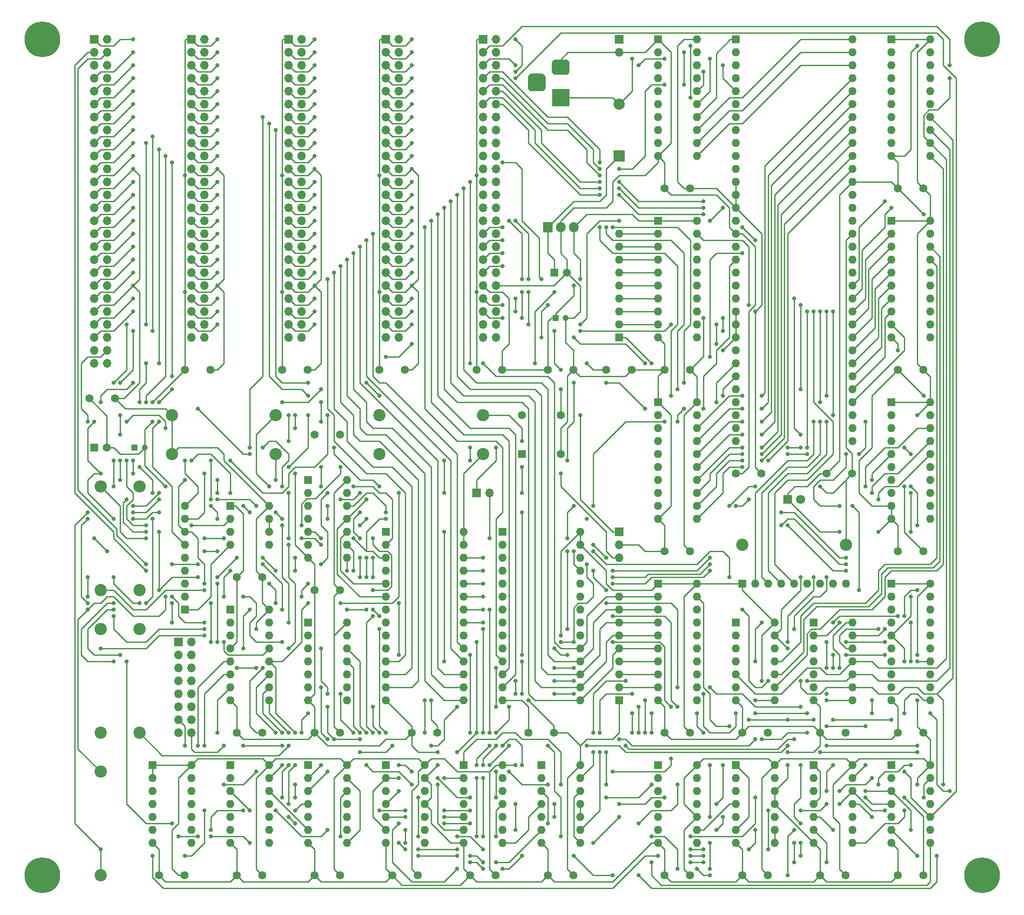
<source format=gbr>
G04 #@! TF.GenerationSoftware,KiCad,Pcbnew,5.1.5*
G04 #@! TF.CreationDate,2020-09-25T13:07:15+03:00*
G04 #@! TF.ProjectId,motherboard,6d6f7468-6572-4626-9f61-72642e6b6963,rev?*
G04 #@! TF.SameCoordinates,Original*
G04 #@! TF.FileFunction,Copper,L2,Bot*
G04 #@! TF.FilePolarity,Positive*
%FSLAX46Y46*%
G04 Gerber Fmt 4.6, Leading zero omitted, Abs format (unit mm)*
G04 Created by KiCad (PCBNEW 5.1.5) date 2020-09-25 13:07:15*
%MOMM*%
%LPD*%
G04 APERTURE LIST*
%ADD10C,7.000000*%
%ADD11O,1.600000X1.600000*%
%ADD12R,1.600000X1.600000*%
%ADD13C,1.600000*%
%ADD14C,1.200000*%
%ADD15R,1.200000X1.200000*%
%ADD16O,1.700000X1.700000*%
%ADD17R,1.700000X1.700000*%
%ADD18O,1.905000X2.000000*%
%ADD19R,1.905000X2.000000*%
%ADD20O,2.400000X2.400000*%
%ADD21C,2.400000*%
%ADD22C,0.100000*%
%ADD23R,3.500000X3.500000*%
%ADD24C,1.800000*%
%ADD25R,1.800000X1.800000*%
%ADD26O,2.200000X2.200000*%
%ADD27R,2.200000X2.200000*%
%ADD28C,0.800000*%
%ADD29C,0.250000*%
G04 APERTURE END LIST*
D10*
X21590000Y-21590000D03*
X21590000Y-185420000D03*
X205740000Y-185420000D03*
X205740000Y-21590000D03*
D11*
X180340000Y-135890000D03*
X172720000Y-151130000D03*
X180340000Y-138430000D03*
X172720000Y-148590000D03*
X180340000Y-140970000D03*
X172720000Y-146050000D03*
X180340000Y-143510000D03*
X172720000Y-143510000D03*
X180340000Y-146050000D03*
X172720000Y-140970000D03*
X180340000Y-148590000D03*
X172720000Y-138430000D03*
X180340000Y-151130000D03*
D12*
X172720000Y-135890000D03*
D11*
X96520000Y-163830000D03*
X88900000Y-179070000D03*
X96520000Y-166370000D03*
X88900000Y-176530000D03*
X96520000Y-168910000D03*
X88900000Y-173990000D03*
X96520000Y-171450000D03*
X88900000Y-171450000D03*
X96520000Y-173990000D03*
X88900000Y-168910000D03*
X96520000Y-176530000D03*
X88900000Y-166370000D03*
X96520000Y-179070000D03*
D12*
X88900000Y-163830000D03*
D11*
X111760000Y-163830000D03*
X104140000Y-179070000D03*
X111760000Y-166370000D03*
X104140000Y-176530000D03*
X111760000Y-168910000D03*
X104140000Y-173990000D03*
X111760000Y-171450000D03*
X104140000Y-171450000D03*
X111760000Y-173990000D03*
X104140000Y-168910000D03*
X111760000Y-176530000D03*
X104140000Y-166370000D03*
X111760000Y-179070000D03*
D12*
X104140000Y-163830000D03*
D11*
X66040000Y-133350000D03*
X58420000Y-151130000D03*
X66040000Y-135890000D03*
X58420000Y-148590000D03*
X66040000Y-138430000D03*
X58420000Y-146050000D03*
X66040000Y-140970000D03*
X58420000Y-143510000D03*
X66040000Y-143510000D03*
X58420000Y-140970000D03*
X66040000Y-146050000D03*
X58420000Y-138430000D03*
X66040000Y-148590000D03*
X58420000Y-135890000D03*
X66040000Y-151130000D03*
D12*
X58420000Y-133350000D03*
D11*
X180340000Y-21590000D03*
X157480000Y-100330000D03*
X180340000Y-24130000D03*
X157480000Y-97790000D03*
X180340000Y-26670000D03*
X157480000Y-95250000D03*
X180340000Y-29210000D03*
X157480000Y-92710000D03*
X180340000Y-31750000D03*
X157480000Y-90170000D03*
X180340000Y-34290000D03*
X157480000Y-87630000D03*
X180340000Y-36830000D03*
X157480000Y-85090000D03*
X180340000Y-39370000D03*
X157480000Y-82550000D03*
X180340000Y-41910000D03*
X157480000Y-80010000D03*
X180340000Y-44450000D03*
X157480000Y-77470000D03*
X180340000Y-46990000D03*
X157480000Y-74930000D03*
X180340000Y-49530000D03*
X157480000Y-72390000D03*
X180340000Y-52070000D03*
X157480000Y-69850000D03*
X180340000Y-54610000D03*
X157480000Y-67310000D03*
X180340000Y-57150000D03*
X157480000Y-64770000D03*
X180340000Y-59690000D03*
X157480000Y-62230000D03*
X180340000Y-62230000D03*
X157480000Y-59690000D03*
X180340000Y-64770000D03*
X157480000Y-57150000D03*
X180340000Y-67310000D03*
X157480000Y-54610000D03*
X180340000Y-69850000D03*
X157480000Y-52070000D03*
X180340000Y-72390000D03*
X157480000Y-49530000D03*
X180340000Y-74930000D03*
X157480000Y-46990000D03*
X180340000Y-77470000D03*
X157480000Y-44450000D03*
X180340000Y-80010000D03*
X157480000Y-41910000D03*
X180340000Y-82550000D03*
X157480000Y-39370000D03*
X180340000Y-85090000D03*
X157480000Y-36830000D03*
X180340000Y-87630000D03*
X157480000Y-34290000D03*
X180340000Y-90170000D03*
X157480000Y-31750000D03*
X180340000Y-92710000D03*
X157480000Y-29210000D03*
X180340000Y-95250000D03*
X157480000Y-26670000D03*
X180340000Y-97790000D03*
X157480000Y-24130000D03*
X180340000Y-100330000D03*
D12*
X157480000Y-21590000D03*
D11*
X127000000Y-118110000D03*
X111760000Y-151130000D03*
X127000000Y-120650000D03*
X111760000Y-148590000D03*
X127000000Y-123190000D03*
X111760000Y-146050000D03*
X127000000Y-125730000D03*
X111760000Y-143510000D03*
X127000000Y-128270000D03*
X111760000Y-140970000D03*
X127000000Y-130810000D03*
X111760000Y-138430000D03*
X127000000Y-133350000D03*
X111760000Y-135890000D03*
X127000000Y-135890000D03*
X111760000Y-133350000D03*
X127000000Y-138430000D03*
X111760000Y-130810000D03*
X127000000Y-140970000D03*
X111760000Y-128270000D03*
X127000000Y-143510000D03*
X111760000Y-125730000D03*
X127000000Y-146050000D03*
X111760000Y-123190000D03*
X127000000Y-148590000D03*
X111760000Y-120650000D03*
X127000000Y-151130000D03*
D12*
X111760000Y-118110000D03*
D11*
X81280000Y-135890000D03*
X73660000Y-151130000D03*
X81280000Y-138430000D03*
X73660000Y-148590000D03*
X81280000Y-140970000D03*
X73660000Y-146050000D03*
X81280000Y-143510000D03*
X73660000Y-143510000D03*
X81280000Y-146050000D03*
X73660000Y-140970000D03*
X81280000Y-148590000D03*
X73660000Y-138430000D03*
X81280000Y-151130000D03*
D12*
X73660000Y-135890000D03*
D11*
X149860000Y-92710000D03*
X142240000Y-115570000D03*
X149860000Y-95250000D03*
X142240000Y-113030000D03*
X149860000Y-97790000D03*
X142240000Y-110490000D03*
X149860000Y-100330000D03*
X142240000Y-107950000D03*
X149860000Y-102870000D03*
X142240000Y-105410000D03*
X149860000Y-105410000D03*
X142240000Y-102870000D03*
X149860000Y-107950000D03*
X142240000Y-100330000D03*
X149860000Y-110490000D03*
X142240000Y-97790000D03*
X149860000Y-113030000D03*
X142240000Y-95250000D03*
X149860000Y-115570000D03*
D12*
X142240000Y-92710000D03*
D11*
X195580000Y-57150000D03*
X187960000Y-80010000D03*
X195580000Y-59690000D03*
X187960000Y-77470000D03*
X195580000Y-62230000D03*
X187960000Y-74930000D03*
X195580000Y-64770000D03*
X187960000Y-72390000D03*
X195580000Y-67310000D03*
X187960000Y-69850000D03*
X195580000Y-69850000D03*
X187960000Y-67310000D03*
X195580000Y-72390000D03*
X187960000Y-64770000D03*
X195580000Y-74930000D03*
X187960000Y-62230000D03*
X195580000Y-77470000D03*
X187960000Y-59690000D03*
X195580000Y-80010000D03*
D12*
X187960000Y-57150000D03*
D11*
X81280000Y-107950000D03*
X73660000Y-123190000D03*
X81280000Y-110490000D03*
X73660000Y-120650000D03*
X81280000Y-113030000D03*
X73660000Y-118110000D03*
X81280000Y-115570000D03*
X73660000Y-115570000D03*
X81280000Y-118110000D03*
X73660000Y-113030000D03*
X81280000Y-120650000D03*
X73660000Y-110490000D03*
X81280000Y-123190000D03*
D12*
X73660000Y-107950000D03*
D11*
X165100000Y-135890000D03*
X157480000Y-151130000D03*
X165100000Y-138430000D03*
X157480000Y-148590000D03*
X165100000Y-140970000D03*
X157480000Y-146050000D03*
X165100000Y-143510000D03*
X157480000Y-143510000D03*
X165100000Y-146050000D03*
X157480000Y-140970000D03*
X165100000Y-148590000D03*
X157480000Y-138430000D03*
X165100000Y-151130000D03*
D12*
X157480000Y-135890000D03*
D11*
X149860000Y-21590000D03*
X142240000Y-44450000D03*
X149860000Y-24130000D03*
X142240000Y-41910000D03*
X149860000Y-26670000D03*
X142240000Y-39370000D03*
X149860000Y-29210000D03*
X142240000Y-36830000D03*
X149860000Y-31750000D03*
X142240000Y-34290000D03*
X149860000Y-34290000D03*
X142240000Y-31750000D03*
X149860000Y-36830000D03*
X142240000Y-29210000D03*
X149860000Y-39370000D03*
X142240000Y-26670000D03*
X149860000Y-41910000D03*
X142240000Y-24130000D03*
X149860000Y-44450000D03*
D12*
X142240000Y-21590000D03*
D11*
X195580000Y-92710000D03*
X187960000Y-115570000D03*
X195580000Y-95250000D03*
X187960000Y-113030000D03*
X195580000Y-97790000D03*
X187960000Y-110490000D03*
X195580000Y-100330000D03*
X187960000Y-107950000D03*
X195580000Y-102870000D03*
X187960000Y-105410000D03*
X195580000Y-105410000D03*
X187960000Y-102870000D03*
X195580000Y-107950000D03*
X187960000Y-100330000D03*
X195580000Y-110490000D03*
X187960000Y-97790000D03*
X195580000Y-113030000D03*
X187960000Y-95250000D03*
X195580000Y-115570000D03*
D12*
X187960000Y-92710000D03*
D13*
X34250000Y-101600000D03*
D12*
X31750000Y-101600000D03*
D14*
X41656000Y-101600000D03*
D15*
X39656000Y-101600000D03*
D11*
X50800000Y-163830000D03*
X43180000Y-179070000D03*
X50800000Y-166370000D03*
X43180000Y-176530000D03*
X50800000Y-168910000D03*
X43180000Y-173990000D03*
X50800000Y-171450000D03*
X43180000Y-171450000D03*
X50800000Y-173990000D03*
X43180000Y-168910000D03*
X50800000Y-176530000D03*
X43180000Y-166370000D03*
X50800000Y-179070000D03*
D12*
X43180000Y-163830000D03*
D16*
X50800000Y-157480000D03*
X48260000Y-157480000D03*
X50800000Y-154940000D03*
X48260000Y-154940000D03*
X50800000Y-152400000D03*
X48260000Y-152400000D03*
X50800000Y-149860000D03*
X48260000Y-149860000D03*
X50800000Y-147320000D03*
X48260000Y-147320000D03*
X50800000Y-144780000D03*
X48260000Y-144780000D03*
X50800000Y-142240000D03*
X48260000Y-142240000D03*
X50800000Y-139700000D03*
D17*
X48260000Y-139700000D03*
D16*
X110490000Y-80010000D03*
X107950000Y-80010000D03*
X110490000Y-77470000D03*
X107950000Y-77470000D03*
X110490000Y-74930000D03*
X107950000Y-74930000D03*
X110490000Y-72390000D03*
X107950000Y-72390000D03*
X110490000Y-69850000D03*
X107950000Y-69850000D03*
X110490000Y-67310000D03*
X107950000Y-67310000D03*
X110490000Y-64770000D03*
X107950000Y-64770000D03*
X110490000Y-62230000D03*
X107950000Y-62230000D03*
X110490000Y-59690000D03*
X107950000Y-59690000D03*
X110490000Y-57150000D03*
X107950000Y-57150000D03*
X110490000Y-54610000D03*
X107950000Y-54610000D03*
X110490000Y-52070000D03*
X107950000Y-52070000D03*
X110490000Y-49530000D03*
X107950000Y-49530000D03*
X110490000Y-46990000D03*
X107950000Y-46990000D03*
X110490000Y-44450000D03*
X107950000Y-44450000D03*
X110490000Y-41910000D03*
X107950000Y-41910000D03*
X110490000Y-39370000D03*
X107950000Y-39370000D03*
X110490000Y-36830000D03*
X107950000Y-36830000D03*
X110490000Y-34290000D03*
X107950000Y-34290000D03*
X110490000Y-31750000D03*
X107950000Y-31750000D03*
X110490000Y-29210000D03*
X107950000Y-29210000D03*
X110490000Y-26670000D03*
X107950000Y-26670000D03*
X110490000Y-24130000D03*
X107950000Y-24130000D03*
X110490000Y-21590000D03*
D17*
X107950000Y-21590000D03*
D13*
X123190000Y-102870000D03*
X123190000Y-95250000D03*
X115570000Y-95250000D03*
D12*
X115570000Y-102870000D03*
D18*
X125730000Y-58420000D03*
X123190000Y-58420000D03*
D19*
X120650000Y-58420000D03*
D11*
X66040000Y-113030000D03*
X58420000Y-120650000D03*
X66040000Y-115570000D03*
X58420000Y-118110000D03*
X66040000Y-118110000D03*
X58420000Y-115570000D03*
X66040000Y-120650000D03*
D12*
X58420000Y-113030000D03*
D11*
X149860000Y-128270000D03*
X142240000Y-151130000D03*
X149860000Y-130810000D03*
X142240000Y-148590000D03*
X149860000Y-133350000D03*
X142240000Y-146050000D03*
X149860000Y-135890000D03*
X142240000Y-143510000D03*
X149860000Y-138430000D03*
X142240000Y-140970000D03*
X149860000Y-140970000D03*
X142240000Y-138430000D03*
X149860000Y-143510000D03*
X142240000Y-135890000D03*
X149860000Y-146050000D03*
X142240000Y-133350000D03*
X149860000Y-148590000D03*
X142240000Y-130810000D03*
X149860000Y-151130000D03*
D12*
X142240000Y-128270000D03*
D11*
X195580000Y-128270000D03*
X187960000Y-151130000D03*
X195580000Y-130810000D03*
X187960000Y-148590000D03*
X195580000Y-133350000D03*
X187960000Y-146050000D03*
X195580000Y-135890000D03*
X187960000Y-143510000D03*
X195580000Y-138430000D03*
X187960000Y-140970000D03*
X195580000Y-140970000D03*
X187960000Y-138430000D03*
X195580000Y-143510000D03*
X187960000Y-135890000D03*
X195580000Y-146050000D03*
X187960000Y-133350000D03*
X195580000Y-148590000D03*
X187960000Y-130810000D03*
X195580000Y-151130000D03*
D12*
X187960000Y-128270000D03*
D11*
X149860000Y-57150000D03*
X142240000Y-80010000D03*
X149860000Y-59690000D03*
X142240000Y-77470000D03*
X149860000Y-62230000D03*
X142240000Y-74930000D03*
X149860000Y-64770000D03*
X142240000Y-72390000D03*
X149860000Y-67310000D03*
X142240000Y-69850000D03*
X149860000Y-69850000D03*
X142240000Y-67310000D03*
X149860000Y-72390000D03*
X142240000Y-64770000D03*
X149860000Y-74930000D03*
X142240000Y-62230000D03*
X149860000Y-77470000D03*
X142240000Y-59690000D03*
X149860000Y-80010000D03*
D12*
X142240000Y-57150000D03*
D11*
X195580000Y-21590000D03*
X187960000Y-44450000D03*
X195580000Y-24130000D03*
X187960000Y-41910000D03*
X195580000Y-26670000D03*
X187960000Y-39370000D03*
X195580000Y-29210000D03*
X187960000Y-36830000D03*
X195580000Y-31750000D03*
X187960000Y-34290000D03*
X195580000Y-34290000D03*
X187960000Y-31750000D03*
X195580000Y-36830000D03*
X187960000Y-29210000D03*
X195580000Y-39370000D03*
X187960000Y-26670000D03*
X195580000Y-41910000D03*
X187960000Y-24130000D03*
X195580000Y-44450000D03*
D12*
X187960000Y-21590000D03*
D11*
X81280000Y-163830000D03*
X73660000Y-179070000D03*
X81280000Y-166370000D03*
X73660000Y-176530000D03*
X81280000Y-168910000D03*
X73660000Y-173990000D03*
X81280000Y-171450000D03*
X73660000Y-171450000D03*
X81280000Y-173990000D03*
X73660000Y-168910000D03*
X81280000Y-176530000D03*
X73660000Y-166370000D03*
X81280000Y-179070000D03*
D12*
X73660000Y-163830000D03*
D11*
X66040000Y-163830000D03*
X58420000Y-179070000D03*
X66040000Y-166370000D03*
X58420000Y-176530000D03*
X66040000Y-168910000D03*
X58420000Y-173990000D03*
X66040000Y-171450000D03*
X58420000Y-171450000D03*
X66040000Y-173990000D03*
X58420000Y-168910000D03*
X66040000Y-176530000D03*
X58420000Y-166370000D03*
X66040000Y-179070000D03*
D12*
X58420000Y-163830000D03*
D11*
X195580000Y-163830000D03*
X187960000Y-179070000D03*
X195580000Y-166370000D03*
X187960000Y-176530000D03*
X195580000Y-168910000D03*
X187960000Y-173990000D03*
X195580000Y-171450000D03*
X187960000Y-171450000D03*
X195580000Y-173990000D03*
X187960000Y-168910000D03*
X195580000Y-176530000D03*
X187960000Y-166370000D03*
X195580000Y-179070000D03*
D12*
X187960000Y-163830000D03*
D11*
X104140000Y-118110000D03*
X88900000Y-151130000D03*
X104140000Y-120650000D03*
X88900000Y-148590000D03*
X104140000Y-123190000D03*
X88900000Y-146050000D03*
X104140000Y-125730000D03*
X88900000Y-143510000D03*
X104140000Y-128270000D03*
X88900000Y-140970000D03*
X104140000Y-130810000D03*
X88900000Y-138430000D03*
X104140000Y-133350000D03*
X88900000Y-135890000D03*
X104140000Y-135890000D03*
X88900000Y-133350000D03*
X104140000Y-138430000D03*
X88900000Y-130810000D03*
X104140000Y-140970000D03*
X88900000Y-128270000D03*
X104140000Y-143510000D03*
X88900000Y-125730000D03*
X104140000Y-146050000D03*
X88900000Y-123190000D03*
X104140000Y-148590000D03*
X88900000Y-120650000D03*
X104140000Y-151130000D03*
D12*
X88900000Y-118110000D03*
D11*
X149860000Y-163830000D03*
X142240000Y-179070000D03*
X149860000Y-166370000D03*
X142240000Y-176530000D03*
X149860000Y-168910000D03*
X142240000Y-173990000D03*
X149860000Y-171450000D03*
X142240000Y-171450000D03*
X149860000Y-173990000D03*
X142240000Y-168910000D03*
X149860000Y-176530000D03*
X142240000Y-166370000D03*
X149860000Y-179070000D03*
D12*
X142240000Y-163830000D03*
D11*
X180340000Y-163830000D03*
X172720000Y-179070000D03*
X180340000Y-166370000D03*
X172720000Y-176530000D03*
X180340000Y-168910000D03*
X172720000Y-173990000D03*
X180340000Y-171450000D03*
X172720000Y-171450000D03*
X180340000Y-173990000D03*
X172720000Y-168910000D03*
X180340000Y-176530000D03*
X172720000Y-166370000D03*
X180340000Y-179070000D03*
D12*
X172720000Y-163830000D03*
D11*
X127000000Y-163830000D03*
X119380000Y-179070000D03*
X127000000Y-166370000D03*
X119380000Y-176530000D03*
X127000000Y-168910000D03*
X119380000Y-173990000D03*
X127000000Y-171450000D03*
X119380000Y-171450000D03*
X127000000Y-173990000D03*
X119380000Y-168910000D03*
X127000000Y-176530000D03*
X119380000Y-166370000D03*
X127000000Y-179070000D03*
D12*
X119380000Y-163830000D03*
D11*
X165100000Y-163830000D03*
X157480000Y-179070000D03*
X165100000Y-166370000D03*
X157480000Y-176530000D03*
X165100000Y-168910000D03*
X157480000Y-173990000D03*
X165100000Y-171450000D03*
X157480000Y-171450000D03*
X165100000Y-173990000D03*
X157480000Y-168910000D03*
X165100000Y-176530000D03*
X157480000Y-166370000D03*
X165100000Y-179070000D03*
D12*
X157480000Y-163830000D03*
D11*
X179070000Y-128270000D03*
X176530000Y-128270000D03*
X173990000Y-128270000D03*
X171450000Y-128270000D03*
X168910000Y-128270000D03*
X166370000Y-128270000D03*
X163830000Y-128270000D03*
X161290000Y-128270000D03*
D12*
X158750000Y-128270000D03*
D11*
X134620000Y-130810000D03*
X134620000Y-133350000D03*
X134620000Y-135890000D03*
X134620000Y-138430000D03*
X134620000Y-140970000D03*
X134620000Y-143510000D03*
X134620000Y-146050000D03*
X134620000Y-148590000D03*
D12*
X134620000Y-151130000D03*
D11*
X49530000Y-113030000D03*
X49530000Y-115570000D03*
X49530000Y-118110000D03*
X49530000Y-120650000D03*
X49530000Y-123190000D03*
X49530000Y-125730000D03*
X49530000Y-128270000D03*
X49530000Y-130810000D03*
D12*
X49530000Y-133350000D03*
D11*
X134620000Y-59690000D03*
X134620000Y-62230000D03*
X134620000Y-64770000D03*
X134620000Y-67310000D03*
X134620000Y-69850000D03*
X134620000Y-72390000D03*
X134620000Y-74930000D03*
X134620000Y-77470000D03*
D12*
X134620000Y-80010000D03*
D20*
X179070000Y-120650000D03*
D21*
X158750000Y-120650000D03*
D20*
X67310000Y-102870000D03*
D21*
X46990000Y-102870000D03*
D20*
X107950000Y-102870000D03*
D21*
X87630000Y-102870000D03*
D20*
X107950000Y-95250000D03*
D21*
X87630000Y-95250000D03*
D20*
X67310000Y-95250000D03*
D21*
X46990000Y-95250000D03*
D20*
X40640000Y-137160000D03*
D21*
X40640000Y-157480000D03*
D20*
X33020000Y-137160000D03*
D21*
X33020000Y-157480000D03*
D20*
X40640000Y-109220000D03*
D21*
X40640000Y-129540000D03*
D20*
X33020000Y-109220000D03*
D21*
X33020000Y-129540000D03*
D20*
X33020000Y-165100000D03*
D21*
X33020000Y-185420000D03*
D16*
X109220000Y-110490000D03*
D17*
X106680000Y-110490000D03*
D16*
X134620000Y-24130000D03*
D17*
X134620000Y-21590000D03*
G04 #@! TA.AperFunction,ComponentPad*
D22*
G36*
X119450765Y-28274213D02*
G01*
X119535704Y-28286813D01*
X119618999Y-28307677D01*
X119699848Y-28336605D01*
X119777472Y-28373319D01*
X119851124Y-28417464D01*
X119920094Y-28468616D01*
X119983718Y-28526282D01*
X120041384Y-28589906D01*
X120092536Y-28658876D01*
X120136681Y-28732528D01*
X120173395Y-28810152D01*
X120202323Y-28891001D01*
X120223187Y-28974296D01*
X120235787Y-29059235D01*
X120240000Y-29145000D01*
X120240000Y-30895000D01*
X120235787Y-30980765D01*
X120223187Y-31065704D01*
X120202323Y-31148999D01*
X120173395Y-31229848D01*
X120136681Y-31307472D01*
X120092536Y-31381124D01*
X120041384Y-31450094D01*
X119983718Y-31513718D01*
X119920094Y-31571384D01*
X119851124Y-31622536D01*
X119777472Y-31666681D01*
X119699848Y-31703395D01*
X119618999Y-31732323D01*
X119535704Y-31753187D01*
X119450765Y-31765787D01*
X119365000Y-31770000D01*
X117615000Y-31770000D01*
X117529235Y-31765787D01*
X117444296Y-31753187D01*
X117361001Y-31732323D01*
X117280152Y-31703395D01*
X117202528Y-31666681D01*
X117128876Y-31622536D01*
X117059906Y-31571384D01*
X116996282Y-31513718D01*
X116938616Y-31450094D01*
X116887464Y-31381124D01*
X116843319Y-31307472D01*
X116806605Y-31229848D01*
X116777677Y-31148999D01*
X116756813Y-31065704D01*
X116744213Y-30980765D01*
X116740000Y-30895000D01*
X116740000Y-29145000D01*
X116744213Y-29059235D01*
X116756813Y-28974296D01*
X116777677Y-28891001D01*
X116806605Y-28810152D01*
X116843319Y-28732528D01*
X116887464Y-28658876D01*
X116938616Y-28589906D01*
X116996282Y-28526282D01*
X117059906Y-28468616D01*
X117128876Y-28417464D01*
X117202528Y-28373319D01*
X117280152Y-28336605D01*
X117361001Y-28307677D01*
X117444296Y-28286813D01*
X117529235Y-28274213D01*
X117615000Y-28270000D01*
X119365000Y-28270000D01*
X119450765Y-28274213D01*
G37*
G04 #@! TD.AperFunction*
G04 #@! TA.AperFunction,ComponentPad*
G36*
X124263513Y-25523611D02*
G01*
X124336318Y-25534411D01*
X124407714Y-25552295D01*
X124477013Y-25577090D01*
X124543548Y-25608559D01*
X124606678Y-25646398D01*
X124665795Y-25690242D01*
X124720330Y-25739670D01*
X124769758Y-25794205D01*
X124813602Y-25853322D01*
X124851441Y-25916452D01*
X124882910Y-25982987D01*
X124907705Y-26052286D01*
X124925589Y-26123682D01*
X124936389Y-26196487D01*
X124940000Y-26270000D01*
X124940000Y-27770000D01*
X124936389Y-27843513D01*
X124925589Y-27916318D01*
X124907705Y-27987714D01*
X124882910Y-28057013D01*
X124851441Y-28123548D01*
X124813602Y-28186678D01*
X124769758Y-28245795D01*
X124720330Y-28300330D01*
X124665795Y-28349758D01*
X124606678Y-28393602D01*
X124543548Y-28431441D01*
X124477013Y-28462910D01*
X124407714Y-28487705D01*
X124336318Y-28505589D01*
X124263513Y-28516389D01*
X124190000Y-28520000D01*
X122190000Y-28520000D01*
X122116487Y-28516389D01*
X122043682Y-28505589D01*
X121972286Y-28487705D01*
X121902987Y-28462910D01*
X121836452Y-28431441D01*
X121773322Y-28393602D01*
X121714205Y-28349758D01*
X121659670Y-28300330D01*
X121610242Y-28245795D01*
X121566398Y-28186678D01*
X121528559Y-28123548D01*
X121497090Y-28057013D01*
X121472295Y-27987714D01*
X121454411Y-27916318D01*
X121443611Y-27843513D01*
X121440000Y-27770000D01*
X121440000Y-26270000D01*
X121443611Y-26196487D01*
X121454411Y-26123682D01*
X121472295Y-26052286D01*
X121497090Y-25982987D01*
X121528559Y-25916452D01*
X121566398Y-25853322D01*
X121610242Y-25794205D01*
X121659670Y-25739670D01*
X121714205Y-25690242D01*
X121773322Y-25646398D01*
X121836452Y-25608559D01*
X121902987Y-25577090D01*
X121972286Y-25552295D01*
X122043682Y-25534411D01*
X122116487Y-25523611D01*
X122190000Y-25520000D01*
X124190000Y-25520000D01*
X124263513Y-25523611D01*
G37*
G04 #@! TD.AperFunction*
D23*
X123190000Y-33020000D03*
D16*
X134620000Y-123190000D03*
X134620000Y-120650000D03*
D17*
X134620000Y-118110000D03*
D16*
X91440000Y-80010000D03*
X88900000Y-80010000D03*
X91440000Y-77470000D03*
X88900000Y-77470000D03*
X91440000Y-74930000D03*
X88900000Y-74930000D03*
X91440000Y-72390000D03*
X88900000Y-72390000D03*
X91440000Y-69850000D03*
X88900000Y-69850000D03*
X91440000Y-67310000D03*
X88900000Y-67310000D03*
X91440000Y-64770000D03*
X88900000Y-64770000D03*
X91440000Y-62230000D03*
X88900000Y-62230000D03*
X91440000Y-59690000D03*
X88900000Y-59690000D03*
X91440000Y-57150000D03*
X88900000Y-57150000D03*
X91440000Y-54610000D03*
X88900000Y-54610000D03*
X91440000Y-52070000D03*
X88900000Y-52070000D03*
X91440000Y-49530000D03*
X88900000Y-49530000D03*
X91440000Y-46990000D03*
X88900000Y-46990000D03*
X91440000Y-44450000D03*
X88900000Y-44450000D03*
X91440000Y-41910000D03*
X88900000Y-41910000D03*
X91440000Y-39370000D03*
X88900000Y-39370000D03*
X91440000Y-36830000D03*
X88900000Y-36830000D03*
X91440000Y-34290000D03*
X88900000Y-34290000D03*
X91440000Y-31750000D03*
X88900000Y-31750000D03*
X91440000Y-29210000D03*
X88900000Y-29210000D03*
X91440000Y-26670000D03*
X88900000Y-26670000D03*
X91440000Y-24130000D03*
X88900000Y-24130000D03*
X91440000Y-21590000D03*
D17*
X88900000Y-21590000D03*
D16*
X72390000Y-80010000D03*
X69850000Y-80010000D03*
X72390000Y-77470000D03*
X69850000Y-77470000D03*
X72390000Y-74930000D03*
X69850000Y-74930000D03*
X72390000Y-72390000D03*
X69850000Y-72390000D03*
X72390000Y-69850000D03*
X69850000Y-69850000D03*
X72390000Y-67310000D03*
X69850000Y-67310000D03*
X72390000Y-64770000D03*
X69850000Y-64770000D03*
X72390000Y-62230000D03*
X69850000Y-62230000D03*
X72390000Y-59690000D03*
X69850000Y-59690000D03*
X72390000Y-57150000D03*
X69850000Y-57150000D03*
X72390000Y-54610000D03*
X69850000Y-54610000D03*
X72390000Y-52070000D03*
X69850000Y-52070000D03*
X72390000Y-49530000D03*
X69850000Y-49530000D03*
X72390000Y-46990000D03*
X69850000Y-46990000D03*
X72390000Y-44450000D03*
X69850000Y-44450000D03*
X72390000Y-41910000D03*
X69850000Y-41910000D03*
X72390000Y-39370000D03*
X69850000Y-39370000D03*
X72390000Y-36830000D03*
X69850000Y-36830000D03*
X72390000Y-34290000D03*
X69850000Y-34290000D03*
X72390000Y-31750000D03*
X69850000Y-31750000D03*
X72390000Y-29210000D03*
X69850000Y-29210000D03*
X72390000Y-26670000D03*
X69850000Y-26670000D03*
X72390000Y-24130000D03*
X69850000Y-24130000D03*
X72390000Y-21590000D03*
D17*
X69850000Y-21590000D03*
D16*
X53340000Y-80010000D03*
X50800000Y-80010000D03*
X53340000Y-77470000D03*
X50800000Y-77470000D03*
X53340000Y-74930000D03*
X50800000Y-74930000D03*
X53340000Y-72390000D03*
X50800000Y-72390000D03*
X53340000Y-69850000D03*
X50800000Y-69850000D03*
X53340000Y-67310000D03*
X50800000Y-67310000D03*
X53340000Y-64770000D03*
X50800000Y-64770000D03*
X53340000Y-62230000D03*
X50800000Y-62230000D03*
X53340000Y-59690000D03*
X50800000Y-59690000D03*
X53340000Y-57150000D03*
X50800000Y-57150000D03*
X53340000Y-54610000D03*
X50800000Y-54610000D03*
X53340000Y-52070000D03*
X50800000Y-52070000D03*
X53340000Y-49530000D03*
X50800000Y-49530000D03*
X53340000Y-46990000D03*
X50800000Y-46990000D03*
X53340000Y-44450000D03*
X50800000Y-44450000D03*
X53340000Y-41910000D03*
X50800000Y-41910000D03*
X53340000Y-39370000D03*
X50800000Y-39370000D03*
X53340000Y-36830000D03*
X50800000Y-36830000D03*
X53340000Y-34290000D03*
X50800000Y-34290000D03*
X53340000Y-31750000D03*
X50800000Y-31750000D03*
X53340000Y-29210000D03*
X50800000Y-29210000D03*
X53340000Y-26670000D03*
X50800000Y-26670000D03*
X53340000Y-24130000D03*
X50800000Y-24130000D03*
X53340000Y-21590000D03*
D17*
X50800000Y-21590000D03*
D16*
X34290000Y-85090000D03*
X31750000Y-85090000D03*
X34290000Y-82550000D03*
X31750000Y-82550000D03*
X34290000Y-80010000D03*
X31750000Y-80010000D03*
X34290000Y-77470000D03*
X31750000Y-77470000D03*
X34290000Y-74930000D03*
X31750000Y-74930000D03*
X34290000Y-72390000D03*
X31750000Y-72390000D03*
X34290000Y-69850000D03*
X31750000Y-69850000D03*
X34290000Y-67310000D03*
X31750000Y-67310000D03*
X34290000Y-64770000D03*
X31750000Y-64770000D03*
X34290000Y-62230000D03*
X31750000Y-62230000D03*
X34290000Y-59690000D03*
X31750000Y-59690000D03*
X34290000Y-57150000D03*
X31750000Y-57150000D03*
X34290000Y-54610000D03*
X31750000Y-54610000D03*
X34290000Y-52070000D03*
X31750000Y-52070000D03*
X34290000Y-49530000D03*
X31750000Y-49530000D03*
X34290000Y-46990000D03*
X31750000Y-46990000D03*
X34290000Y-44450000D03*
X31750000Y-44450000D03*
X34290000Y-41910000D03*
X31750000Y-41910000D03*
X34290000Y-39370000D03*
X31750000Y-39370000D03*
X34290000Y-36830000D03*
X31750000Y-36830000D03*
X34290000Y-34290000D03*
X31750000Y-34290000D03*
X34290000Y-31750000D03*
X31750000Y-31750000D03*
X34290000Y-29210000D03*
X31750000Y-29210000D03*
X34290000Y-26670000D03*
X31750000Y-26670000D03*
X34290000Y-24130000D03*
X31750000Y-24130000D03*
X34290000Y-21590000D03*
D17*
X31750000Y-21590000D03*
D24*
X170180000Y-111760000D03*
D25*
X167640000Y-111760000D03*
D26*
X134620000Y-34290000D03*
D27*
X134620000Y-44450000D03*
D14*
X124174000Y-76200000D03*
D15*
X122174000Y-76200000D03*
D13*
X125650000Y-86360000D03*
X120650000Y-86360000D03*
X137080000Y-86360000D03*
X132080000Y-86360000D03*
X124420000Y-67310000D03*
D12*
X121920000Y-67310000D03*
D13*
X79930000Y-99060000D03*
X74930000Y-99060000D03*
X121840000Y-157480000D03*
X116840000Y-157480000D03*
X125650000Y-185420000D03*
X120650000Y-185420000D03*
X79930000Y-157480000D03*
X74930000Y-157480000D03*
X49450000Y-185420000D03*
X44450000Y-185420000D03*
X148510000Y-185420000D03*
X143510000Y-185420000D03*
X95170000Y-185420000D03*
X90170000Y-185420000D03*
X163750000Y-185420000D03*
X158750000Y-185420000D03*
X79930000Y-185420000D03*
X74930000Y-185420000D03*
X178990000Y-157480000D03*
X173990000Y-157480000D03*
X73580000Y-86360000D03*
X68580000Y-86360000D03*
X148510000Y-86360000D03*
X143510000Y-86360000D03*
X194230000Y-157480000D03*
X189230000Y-157480000D03*
X111680000Y-86360000D03*
X106680000Y-86360000D03*
X194230000Y-86360000D03*
X189230000Y-86360000D03*
X64690000Y-127000000D03*
X59690000Y-127000000D03*
X92630000Y-86360000D03*
X87630000Y-86360000D03*
X64690000Y-157480000D03*
X59690000Y-157480000D03*
X194230000Y-185420000D03*
X189230000Y-185420000D03*
X35810000Y-91960000D03*
X30810000Y-91960000D03*
X64690000Y-185420000D03*
X59690000Y-185420000D03*
X178990000Y-185420000D03*
X173990000Y-185420000D03*
X194230000Y-50800000D03*
X189230000Y-50800000D03*
X98980000Y-157480000D03*
X93980000Y-157480000D03*
X79930000Y-129540000D03*
X74930000Y-129540000D03*
X163750000Y-157480000D03*
X158750000Y-157480000D03*
X194230000Y-121920000D03*
X189230000Y-121920000D03*
X54530000Y-86360000D03*
X49530000Y-86360000D03*
X148510000Y-50800000D03*
X143510000Y-50800000D03*
X148510000Y-157480000D03*
X143510000Y-157480000D03*
X110410000Y-185420000D03*
X105410000Y-185420000D03*
X148510000Y-121920000D03*
X143510000Y-121920000D03*
X180260000Y-106680000D03*
X175260000Y-106680000D03*
X162480000Y-106680000D03*
X157480000Y-106680000D03*
D28*
X39370000Y-46990000D03*
X39370000Y-69850000D03*
X55880000Y-46990000D03*
X55880000Y-69850000D03*
X74930000Y-46990000D03*
X74930000Y-69850000D03*
X93980000Y-46990000D03*
X93980000Y-69850000D03*
X140970000Y-85090000D03*
X125730000Y-69850000D03*
X127000000Y-68580000D03*
X100330000Y-118110000D03*
X100330000Y-143510000D03*
X162560000Y-147320000D03*
X190500000Y-109220000D03*
X193040000Y-95250000D03*
X154940000Y-82550000D03*
X193040000Y-151130000D03*
X190500000Y-170180000D03*
X193040000Y-167640000D03*
X64770000Y-144780000D03*
X97790000Y-151130000D03*
X116840000Y-151130000D03*
X63500000Y-137160000D03*
X151130000Y-76200000D03*
X193040000Y-142240000D03*
X114300000Y-163830000D03*
X123190000Y-138430000D03*
X173990000Y-109220000D03*
X177800000Y-144780000D03*
X161290000Y-74930000D03*
X39370000Y-21590000D03*
X55880000Y-21590000D03*
X74930000Y-21590000D03*
X93980000Y-21590000D03*
X106680000Y-71120000D03*
X87630000Y-71120000D03*
X68580000Y-71120000D03*
X49530000Y-71120000D03*
X49530000Y-48260000D03*
X68580000Y-48260000D03*
X87630000Y-48260000D03*
X106680000Y-48260000D03*
X43180000Y-96520000D03*
X191770000Y-130810000D03*
X99060000Y-163830000D03*
X99060000Y-161290000D03*
X167640000Y-163830000D03*
X167640000Y-161290000D03*
X194310000Y-91440000D03*
X194310000Y-55880000D03*
X71120000Y-106680000D03*
X189230000Y-82550000D03*
X190500000Y-143510000D03*
X177800000Y-118110000D03*
X185420000Y-118110000D03*
X45720000Y-109220000D03*
X43180000Y-92710000D03*
X193040000Y-22860000D03*
X66040000Y-109220000D03*
X50800000Y-116840000D03*
X41910000Y-116840000D03*
X38100000Y-104140000D03*
X76200000Y-105410000D03*
X76200000Y-109220000D03*
X77470000Y-110490000D03*
X76200000Y-124460000D03*
X128270000Y-85090000D03*
X118110000Y-85090000D03*
X121920000Y-71120000D03*
X67310000Y-107950000D03*
X38100000Y-96520000D03*
X45720000Y-97790000D03*
X52070000Y-93980000D03*
X62230000Y-102870000D03*
X137160000Y-25400000D03*
X156210000Y-113030000D03*
X161290000Y-109220000D03*
X30480000Y-133350000D03*
X45720000Y-130810000D03*
X44450000Y-129540000D03*
X44450000Y-118110000D03*
X41910000Y-118110000D03*
X38100000Y-111760000D03*
X39370000Y-106680000D03*
X39370000Y-104140000D03*
X41910000Y-85090000D03*
X40640000Y-92710000D03*
X59690000Y-123190000D03*
X55880000Y-127000000D03*
X52070000Y-127000000D03*
X124460000Y-104140000D03*
X125730000Y-88900000D03*
X123190000Y-86360000D03*
X121920000Y-78740000D03*
X114300000Y-74930000D03*
X114300000Y-72390000D03*
X109220000Y-119380000D03*
X124460000Y-121920000D03*
X110490000Y-157480000D03*
X111760000Y-160020000D03*
X127000000Y-78740000D03*
X144780000Y-77470000D03*
X152400000Y-57150000D03*
X154940000Y-54610000D03*
X124460000Y-137160000D03*
X113030000Y-152400000D03*
X115570000Y-163830000D03*
X55880000Y-72390000D03*
X74930000Y-72390000D03*
X93980000Y-72390000D03*
X39370000Y-72390000D03*
X139700000Y-93980000D03*
X132080000Y-88900000D03*
X111760000Y-73660000D03*
X127000000Y-77470000D03*
X134620000Y-57150000D03*
X134620000Y-46990000D03*
X143510000Y-30480000D03*
X158750000Y-133350000D03*
X163830000Y-147320000D03*
X167640000Y-154940000D03*
X172720000Y-154940000D03*
X176530000Y-154940000D03*
X187960000Y-154940000D03*
X193040000Y-143510000D03*
X160020000Y-154940000D03*
X154940000Y-163830000D03*
X153670000Y-171450000D03*
X143510000Y-170180000D03*
X134620000Y-171450000D03*
X123190000Y-167640000D03*
X191770000Y-163830000D03*
X185420000Y-167640000D03*
X182880000Y-170180000D03*
X195580000Y-153670000D03*
X199390000Y-168910000D03*
X114300000Y-27940000D03*
X113030000Y-57150000D03*
X115570000Y-68580000D03*
X115570000Y-71120000D03*
X115570000Y-76200000D03*
X114300000Y-21590000D03*
X39370000Y-74930000D03*
X55880000Y-74930000D03*
X74930000Y-74930000D03*
X93980000Y-74930000D03*
X190500000Y-165100000D03*
X176530000Y-176530000D03*
X114300000Y-29210000D03*
X111760000Y-76200000D03*
X116840000Y-77470000D03*
X116840000Y-71120000D03*
X116840000Y-68580000D03*
X114300000Y-57150000D03*
X33020000Y-180340000D03*
X30480000Y-114300000D03*
X30480000Y-96520000D03*
X77470000Y-68580000D03*
X39370000Y-67310000D03*
X55880000Y-67310000D03*
X74930000Y-67310000D03*
X93980000Y-67310000D03*
X78740000Y-67310000D03*
X111760000Y-66040000D03*
X80010000Y-66040000D03*
X39370000Y-64770000D03*
X55880000Y-64770000D03*
X74930000Y-64770000D03*
X93980000Y-64770000D03*
X81280000Y-64770000D03*
X111760000Y-63500000D03*
X82550000Y-63500000D03*
X39370000Y-62230000D03*
X55880000Y-62230000D03*
X74930000Y-62230000D03*
X93980000Y-62230000D03*
X83820000Y-62230000D03*
X111760000Y-60960000D03*
X85090000Y-60960000D03*
X39370000Y-59690000D03*
X55880000Y-59690000D03*
X74930000Y-59690000D03*
X93980000Y-59690000D03*
X86360000Y-59690000D03*
X111760000Y-58420000D03*
X96520000Y-58420000D03*
X115570000Y-149860000D03*
X115570000Y-143510000D03*
X125730000Y-149860000D03*
X121920000Y-149860000D03*
X39370000Y-57150000D03*
X55880000Y-57150000D03*
X74930000Y-57150000D03*
X93980000Y-57150000D03*
X97790000Y-57150000D03*
X114300000Y-149860000D03*
X114300000Y-147320000D03*
X125730000Y-147320000D03*
X121920000Y-147320000D03*
X99060000Y-55880000D03*
X125730000Y-144780000D03*
X121920000Y-144780000D03*
X39370000Y-54610000D03*
X55880000Y-54610000D03*
X74930000Y-54610000D03*
X93980000Y-54610000D03*
X100330000Y-54610000D03*
X101600000Y-53340000D03*
X39370000Y-52070000D03*
X55880000Y-52070000D03*
X74930000Y-52070000D03*
X93980000Y-52070000D03*
X102870000Y-52070000D03*
X104140000Y-50800000D03*
X39370000Y-49530000D03*
X55880000Y-49530000D03*
X74930000Y-49530000D03*
X93980000Y-49530000D03*
X105410000Y-49530000D03*
X107950000Y-85090000D03*
X105410000Y-85090000D03*
X39370000Y-44450000D03*
X55880000Y-44450000D03*
X74930000Y-44450000D03*
X93980000Y-44450000D03*
X105410000Y-142240000D03*
X105410000Y-157480000D03*
X193040000Y-160020000D03*
X175260000Y-160020000D03*
X168910000Y-158750000D03*
X135890000Y-160020000D03*
X41910000Y-132080000D03*
X43180000Y-115570000D03*
X43180000Y-110490000D03*
X40640000Y-105410000D03*
X45720000Y-44450000D03*
X41910000Y-92710000D03*
X106680000Y-139700000D03*
X106680000Y-157480000D03*
X193040000Y-161290000D03*
X173990000Y-161290000D03*
X167640000Y-160020000D03*
X128270000Y-160020000D03*
X102870000Y-161290000D03*
X36830000Y-142240000D03*
X35560000Y-133350000D03*
X36830000Y-107950000D03*
X36830000Y-99060000D03*
X36830000Y-95250000D03*
X44450000Y-85090000D03*
X44450000Y-43180000D03*
X36830000Y-104140000D03*
X55880000Y-41910000D03*
X74930000Y-41910000D03*
X93980000Y-41910000D03*
X168910000Y-179070000D03*
X168910000Y-182880000D03*
X151130000Y-182880000D03*
X148590000Y-182880000D03*
X30480000Y-132080000D03*
X30480000Y-115570000D03*
X35560000Y-88900000D03*
X38100000Y-77470000D03*
X41910000Y-77470000D03*
X39370000Y-41910000D03*
X41910000Y-41910000D03*
X106680000Y-177800000D03*
X106680000Y-163830000D03*
X109220000Y-160020000D03*
X107950000Y-157480000D03*
X107950000Y-137160000D03*
X106680000Y-166370000D03*
X109220000Y-133350000D03*
X109220000Y-157480000D03*
X110490000Y-160020000D03*
X107950000Y-163830000D03*
X170180000Y-179070000D03*
X170180000Y-181610000D03*
X151130000Y-181610000D03*
X148590000Y-181610000D03*
X107950000Y-180340000D03*
X102870000Y-177800000D03*
X107950000Y-177800000D03*
X35560000Y-143510000D03*
X36830000Y-88900000D03*
X39370000Y-78740000D03*
X43180000Y-78740000D03*
X43180000Y-40640000D03*
X35560000Y-132080000D03*
X34290000Y-121920000D03*
X31750000Y-119380000D03*
X107950000Y-166370000D03*
X39370000Y-39370000D03*
X55880000Y-39370000D03*
X74930000Y-39370000D03*
X93980000Y-39370000D03*
X185420000Y-111760000D03*
X152400000Y-125730000D03*
X85090000Y-111760000D03*
X87630000Y-109220000D03*
X67310000Y-39370000D03*
X78740000Y-101600000D03*
X76200000Y-96520000D03*
X76200000Y-92710000D03*
X73660000Y-88900000D03*
X133350000Y-128270000D03*
X184150000Y-110490000D03*
X152400000Y-124460000D03*
X69850000Y-105410000D03*
X66040000Y-38100000D03*
X73660000Y-95250000D03*
X73660000Y-91440000D03*
X133350000Y-127000000D03*
X39370000Y-36830000D03*
X55880000Y-36830000D03*
X74930000Y-36830000D03*
X93980000Y-36830000D03*
X82550000Y-125730000D03*
X182880000Y-109220000D03*
X152400000Y-123190000D03*
X76200000Y-120650000D03*
X72390000Y-119380000D03*
X69850000Y-119380000D03*
X69850000Y-110490000D03*
X68580000Y-109220000D03*
X64770000Y-101600000D03*
X62230000Y-101600000D03*
X64770000Y-36830000D03*
X133350000Y-125730000D03*
X76200000Y-119380000D03*
X82550000Y-119380000D03*
X88900000Y-115570000D03*
X130810000Y-58420000D03*
X130810000Y-52070000D03*
X144780000Y-91440000D03*
X39370000Y-34290000D03*
X55880000Y-34290000D03*
X74930000Y-34290000D03*
X93980000Y-34290000D03*
X132080000Y-58420000D03*
X130810000Y-50800000D03*
X146050000Y-90170000D03*
X107950000Y-125730000D03*
X125730000Y-113030000D03*
X124460000Y-119380000D03*
X125730000Y-121920000D03*
X86360000Y-123190000D03*
X86360000Y-127000000D03*
X133350000Y-58420000D03*
X130810000Y-49530000D03*
X147320000Y-88900000D03*
X107950000Y-128270000D03*
X39370000Y-31750000D03*
X55880000Y-31750000D03*
X74930000Y-31750000D03*
X93980000Y-31750000D03*
X83820000Y-127000000D03*
X83820000Y-123190000D03*
X83820000Y-119380000D03*
X83820000Y-114300000D03*
X153670000Y-81280000D03*
X153670000Y-77470000D03*
X151130000Y-55880000D03*
X134620000Y-52070000D03*
X130810000Y-48260000D03*
X107950000Y-135890000D03*
X86360000Y-133350000D03*
X87630000Y-134620000D03*
X85090000Y-127000000D03*
X85090000Y-123190000D03*
X77470000Y-115570000D03*
X77470000Y-113030000D03*
X80010000Y-111760000D03*
X83820000Y-110490000D03*
X154940000Y-78740000D03*
X154940000Y-76200000D03*
X151130000Y-54610000D03*
X134620000Y-50800000D03*
X130810000Y-46990000D03*
X107950000Y-130810000D03*
X39370000Y-29210000D03*
X55880000Y-29210000D03*
X74930000Y-29210000D03*
X93980000Y-29210000D03*
X82550000Y-109220000D03*
X151130000Y-53340000D03*
X134620000Y-49530000D03*
X130810000Y-45720000D03*
X107950000Y-123190000D03*
X156210000Y-127000000D03*
X162560000Y-135890000D03*
X161290000Y-143510000D03*
X129540000Y-121920000D03*
X148590000Y-33020000D03*
X148590000Y-22860000D03*
X39370000Y-26670000D03*
X55880000Y-26670000D03*
X74930000Y-26670000D03*
X93980000Y-26670000D03*
X129540000Y-120650000D03*
X133350000Y-134620000D03*
X146050000Y-152400000D03*
X151130000Y-149860000D03*
X132080000Y-123190000D03*
X147320000Y-30480000D03*
X147320000Y-24130000D03*
X143510000Y-25400000D03*
X138430000Y-26670000D03*
X114300000Y-26670000D03*
X157480000Y-153670000D03*
X39370000Y-24130000D03*
X55880000Y-24130000D03*
X74930000Y-24130000D03*
X93980000Y-24130000D03*
X199390000Y-29210000D03*
X199390000Y-26670000D03*
X171450000Y-147320000D03*
X55880000Y-77470000D03*
X74930000Y-77470000D03*
X93980000Y-77470000D03*
X30480000Y-127000000D03*
X30480000Y-130810000D03*
X198120000Y-167640000D03*
X170180000Y-147320000D03*
X167640000Y-140970000D03*
X170180000Y-127000000D03*
X60960000Y-140970000D03*
X62230000Y-133350000D03*
X41910000Y-124460000D03*
X172720000Y-127000000D03*
X167640000Y-139700000D03*
X59690000Y-144780000D03*
X63500000Y-144780000D03*
X41910000Y-125730000D03*
X46990000Y-130810000D03*
X53340000Y-135890000D03*
X175260000Y-127000000D03*
X168910000Y-137160000D03*
X53340000Y-137160000D03*
X35560000Y-134620000D03*
X44450000Y-96520000D03*
X46990000Y-90170000D03*
X54610000Y-132080000D03*
X71120000Y-172720000D03*
X54610000Y-139700000D03*
X44450000Y-92710000D03*
X68580000Y-133350000D03*
X64770000Y-124460000D03*
X57150000Y-119380000D03*
X53340000Y-119380000D03*
X41910000Y-119380000D03*
X35560000Y-109220000D03*
X53340000Y-129540000D03*
X35560000Y-104140000D03*
X49530000Y-107950000D03*
X69850000Y-100330000D03*
X69850000Y-95250000D03*
X53340000Y-128270000D03*
X55880000Y-128270000D03*
X60960000Y-160020000D03*
X68580000Y-160020000D03*
X55880000Y-139700000D03*
X71120000Y-170180000D03*
X71120000Y-167640000D03*
X69850000Y-135890000D03*
X68580000Y-116840000D03*
X62230000Y-114300000D03*
X60960000Y-113030000D03*
X58420000Y-110490000D03*
X50800000Y-104140000D03*
X71120000Y-97790000D03*
X71120000Y-95250000D03*
X53340000Y-106680000D03*
X39370000Y-113030000D03*
X44450000Y-110490000D03*
X67310000Y-132080000D03*
X66040000Y-128270000D03*
X55880000Y-110490000D03*
X55880000Y-107950000D03*
X39370000Y-114300000D03*
X44450000Y-111760000D03*
X54610000Y-111760000D03*
X54610000Y-104140000D03*
X87630000Y-91440000D03*
X85090000Y-88900000D03*
X58420000Y-104140000D03*
X77470000Y-95250000D03*
X57150000Y-139700000D03*
X53340000Y-138430000D03*
X33020000Y-140970000D03*
X100330000Y-173990000D03*
X92710000Y-172720000D03*
X87630000Y-172720000D03*
X63500000Y-165100000D03*
X57150000Y-167640000D03*
X57150000Y-160020000D03*
X49530000Y-104140000D03*
X68580000Y-92710000D03*
X76200000Y-90170000D03*
X88900000Y-83820000D03*
X93980000Y-81280000D03*
X54610000Y-113030000D03*
X55880000Y-115570000D03*
X39370000Y-115570000D03*
X44450000Y-114300000D03*
X55880000Y-111760000D03*
X63500000Y-113030000D03*
X67310000Y-114300000D03*
X68580000Y-115570000D03*
X72390000Y-116840000D03*
X80010000Y-105410000D03*
X69850000Y-140970000D03*
X69850000Y-120650000D03*
X69850000Y-160020000D03*
X71120000Y-157480000D03*
X73660000Y-132080000D03*
X91440000Y-110490000D03*
X100330000Y-110490000D03*
X100330000Y-104140000D03*
X105410000Y-104140000D03*
X105410000Y-101600000D03*
X80010000Y-132080000D03*
X129540000Y-161290000D03*
X129540000Y-157480000D03*
X135890000Y-147320000D03*
X115570000Y-105410000D03*
X115570000Y-110490000D03*
X123190000Y-106680000D03*
X130810000Y-161290000D03*
X130810000Y-157480000D03*
X137160000Y-149860000D03*
X132080000Y-132080000D03*
X132080000Y-129540000D03*
X115570000Y-100330000D03*
X127000000Y-95250000D03*
X146050000Y-148590000D03*
X129540000Y-125730000D03*
X110490000Y-101600000D03*
X123190000Y-90170000D03*
X151130000Y-93980000D03*
X147320000Y-93980000D03*
X146050000Y-96520000D03*
X143510000Y-96520000D03*
X129540000Y-113030000D03*
X128270000Y-115570000D03*
X128270000Y-124460000D03*
X125730000Y-139700000D03*
X123190000Y-139700000D03*
X110490000Y-144780000D03*
X110490000Y-152400000D03*
X102870000Y-152400000D03*
X97790000Y-160020000D03*
X91440000Y-168910000D03*
X90170000Y-160020000D03*
X83820000Y-161290000D03*
X83820000Y-158750000D03*
X78740000Y-158750000D03*
X77470000Y-152400000D03*
X68580000Y-139700000D03*
X60960000Y-130810000D03*
X57150000Y-130810000D03*
X58420000Y-125730000D03*
X55880000Y-121920000D03*
X53340000Y-121920000D03*
X52070000Y-124460000D03*
X46990000Y-124460000D03*
X158750000Y-58420000D03*
X161290000Y-60960000D03*
X170180000Y-73660000D03*
X170180000Y-90170000D03*
X190500000Y-101600000D03*
X191770000Y-102870000D03*
X191770000Y-109220000D03*
X193040000Y-116840000D03*
X189230000Y-134620000D03*
X175260000Y-149860000D03*
X170180000Y-152400000D03*
X152400000Y-148590000D03*
X149860000Y-153670000D03*
X151130000Y-157480000D03*
X144780000Y-162560000D03*
X133350000Y-165100000D03*
X110490000Y-170180000D03*
X110490000Y-165100000D03*
X105410000Y-170180000D03*
X99060000Y-166370000D03*
X93980000Y-165100000D03*
X91440000Y-163830000D03*
X91440000Y-166370000D03*
X175260000Y-139700000D03*
X176530000Y-135890000D03*
X175260000Y-144780000D03*
X62230000Y-179070000D03*
X54610000Y-177800000D03*
X52070000Y-177800000D03*
X48260000Y-177800000D03*
X46990000Y-135890000D03*
X46990000Y-132080000D03*
X172720000Y-74930000D03*
X173990000Y-74930000D03*
X173990000Y-92710000D03*
X175260000Y-96520000D03*
X175260000Y-74930000D03*
X175260000Y-91440000D03*
X173990000Y-96520000D03*
X176530000Y-74930000D03*
X176530000Y-95250000D03*
X172720000Y-96520000D03*
X184150000Y-107950000D03*
X167640000Y-102870000D03*
X171450000Y-102870000D03*
X167640000Y-101600000D03*
X170180000Y-101600000D03*
X158750000Y-91440000D03*
X162560000Y-91440000D03*
X158750000Y-93980000D03*
X162560000Y-93980000D03*
X179070000Y-125730000D03*
X167640000Y-116840000D03*
X158750000Y-96520000D03*
X162560000Y-96520000D03*
X154940000Y-91440000D03*
X166370000Y-116840000D03*
X179070000Y-124460000D03*
X158750000Y-99060000D03*
X162560000Y-99060000D03*
X153670000Y-92710000D03*
X157480000Y-113030000D03*
X160020000Y-111760000D03*
X166370000Y-114300000D03*
X179070000Y-123190000D03*
X158750000Y-101600000D03*
X162560000Y-101600000D03*
X139700000Y-85090000D03*
X125730000Y-80010000D03*
X119380000Y-80010000D03*
X120650000Y-73660000D03*
X119380000Y-68580000D03*
X111760000Y-45720000D03*
X46990000Y-45720000D03*
X46990000Y-87630000D03*
X39370000Y-88900000D03*
X33020000Y-92710000D03*
X31750000Y-96520000D03*
X33020000Y-106680000D03*
X35560000Y-115570000D03*
X35560000Y-127000000D03*
X40640000Y-132080000D03*
X38100000Y-143510000D03*
X46990000Y-175260000D03*
X54610000Y-176530000D03*
X60960000Y-172720000D03*
X158750000Y-102870000D03*
X162560000Y-102870000D03*
X158750000Y-104140000D03*
X162560000Y-104140000D03*
X158750000Y-105410000D03*
X163830000Y-104140000D03*
X171450000Y-153670000D03*
X161290000Y-153670000D03*
X161290000Y-158750000D03*
X134620000Y-158750000D03*
X132080000Y-161290000D03*
X132080000Y-167640000D03*
X114300000Y-171450000D03*
X114300000Y-176530000D03*
X134620000Y-173990000D03*
X129540000Y-179070000D03*
X168910000Y-72390000D03*
X170180000Y-99060000D03*
X182880000Y-96520000D03*
X181610000Y-102870000D03*
X179070000Y-102870000D03*
X177800000Y-113030000D03*
X180340000Y-113030000D03*
X181610000Y-129540000D03*
X176530000Y-142240000D03*
X176530000Y-144780000D03*
X185420000Y-137160000D03*
X186690000Y-53340000D03*
X187960000Y-54610000D03*
X158750000Y-63500000D03*
X152400000Y-83820000D03*
X85090000Y-115570000D03*
X83820000Y-116840000D03*
X86360000Y-119380000D03*
X86360000Y-129540000D03*
X86360000Y-134620000D03*
X86360000Y-157480000D03*
X77470000Y-165100000D03*
X154940000Y-26670000D03*
X151130000Y-27940000D03*
X152400000Y-25400000D03*
X182880000Y-168910000D03*
X191770000Y-176530000D03*
X175260000Y-151130000D03*
X184150000Y-173990000D03*
X95250000Y-181610000D03*
X102870000Y-181610000D03*
X105410000Y-181610000D03*
X107950000Y-182880000D03*
X110490000Y-182880000D03*
X133350000Y-139700000D03*
X144780000Y-152400000D03*
X140970000Y-153670000D03*
X140970000Y-157480000D03*
X140970000Y-167640000D03*
X132080000Y-170180000D03*
X121920000Y-171450000D03*
X121920000Y-173990000D03*
X92710000Y-173990000D03*
X105410000Y-175260000D03*
X100330000Y-175260000D03*
X87630000Y-137160000D03*
X88900000Y-157480000D03*
X91440000Y-175260000D03*
X102870000Y-184150000D03*
X105410000Y-182880000D03*
X107950000Y-184150000D03*
X111760000Y-184150000D03*
X115570000Y-181610000D03*
X52070000Y-160020000D03*
X91440000Y-179070000D03*
X92710000Y-180340000D03*
X95250000Y-180340000D03*
X102870000Y-180340000D03*
X120650000Y-175260000D03*
X138430000Y-175260000D03*
X146050000Y-167640000D03*
X162560000Y-158750000D03*
X171450000Y-157480000D03*
X182880000Y-163830000D03*
X175260000Y-156210000D03*
X182880000Y-156210000D03*
X175260000Y-182880000D03*
X152400000Y-184150000D03*
X152400000Y-179070000D03*
X153670000Y-176530000D03*
X154940000Y-173990000D03*
X152400000Y-173990000D03*
X152400000Y-163830000D03*
X156210000Y-156210000D03*
X186690000Y-172720000D03*
X53340000Y-160020000D03*
X53340000Y-172720000D03*
X49530000Y-181610000D03*
X43180000Y-181610000D03*
X142240000Y-181610000D03*
X148590000Y-180340000D03*
X151130000Y-180340000D03*
X160020000Y-180340000D03*
X161290000Y-176530000D03*
X170180000Y-172720000D03*
X175260000Y-171450000D03*
X177800000Y-171450000D03*
X107950000Y-133350000D03*
X163830000Y-172720000D03*
X163830000Y-180340000D03*
X120650000Y-167640000D03*
X113030000Y-165100000D03*
X91440000Y-132080000D03*
X91440000Y-142240000D03*
X96520000Y-151130000D03*
X96520000Y-157480000D03*
X100330000Y-166370000D03*
X171450000Y-74930000D03*
X171450000Y-101600000D03*
X191770000Y-110490000D03*
X191770000Y-118110000D03*
X193040000Y-129540000D03*
X190500000Y-134620000D03*
X191770000Y-135890000D03*
X191770000Y-143510000D03*
X176530000Y-163830000D03*
X175260000Y-168910000D03*
X184150000Y-151130000D03*
X184150000Y-153670000D03*
X160020000Y-73660000D03*
X85090000Y-157480000D03*
X85090000Y-163830000D03*
X99060000Y-167640000D03*
X93980000Y-167640000D03*
X92710000Y-179070000D03*
X100330000Y-172720000D03*
X105410000Y-172720000D03*
X92710000Y-176530000D03*
X95250000Y-177800000D03*
X95250000Y-170180000D03*
X110490000Y-177800000D03*
X140970000Y-182880000D03*
X123190000Y-177800000D03*
X140970000Y-177800000D03*
X146050000Y-184150000D03*
X149860000Y-184150000D03*
X152400000Y-185420000D03*
X167640000Y-185420000D03*
X168910000Y-176530000D03*
X170180000Y-175260000D03*
X170180000Y-163830000D03*
X190500000Y-153670000D03*
X113030000Y-160020000D03*
X120650000Y-160020000D03*
X109220000Y-163830000D03*
X193040000Y-181610000D03*
X196850000Y-181610000D03*
X138430000Y-185420000D03*
X133350000Y-185420000D03*
X125730000Y-181610000D03*
X186690000Y-137160000D03*
X186690000Y-139700000D03*
X179070000Y-139700000D03*
X177800000Y-135890000D03*
X186690000Y-142240000D03*
X179070000Y-142240000D03*
X68580000Y-170180000D03*
X69850000Y-163830000D03*
X76200000Y-148590000D03*
X77470000Y-158750000D03*
X55880000Y-157480000D03*
X69850000Y-157480000D03*
X71120000Y-175260000D03*
X69850000Y-173990000D03*
X69850000Y-171450000D03*
X71120000Y-163830000D03*
X82550000Y-157480000D03*
X80010000Y-149860000D03*
X77470000Y-149860000D03*
X76200000Y-140970000D03*
X68580000Y-157480000D03*
X68580000Y-163830000D03*
X72390000Y-157480000D03*
X73660000Y-153670000D03*
X67310000Y-157480000D03*
X64770000Y-123190000D03*
X67310000Y-125730000D03*
X72390000Y-130810000D03*
X73660000Y-128270000D03*
X86360000Y-152400000D03*
X87630000Y-157480000D03*
X49530000Y-160020000D03*
X190500000Y-172720000D03*
X194310000Y-170180000D03*
X139700000Y-157480000D03*
X139700000Y-151130000D03*
X88900000Y-114300000D03*
X115570000Y-114300000D03*
X124460000Y-142240000D03*
X115570000Y-142240000D03*
X121920000Y-140970000D03*
X138430000Y-157480000D03*
X138430000Y-152400000D03*
X71120000Y-125730000D03*
X71120000Y-123190000D03*
X137160000Y-157480000D03*
X137160000Y-153670000D03*
X81280000Y-133350000D03*
X81280000Y-125730000D03*
X85090000Y-133350000D03*
X184150000Y-166370000D03*
X177800000Y-168910000D03*
X161290000Y-170180000D03*
X148590000Y-177800000D03*
X161290000Y-151130000D03*
X76200000Y-163830000D03*
X83820000Y-157480000D03*
X62230000Y-172720000D03*
X67310000Y-172720000D03*
X77470000Y-176530000D03*
X80010000Y-177800000D03*
D29*
X31750000Y-52070000D02*
X33020000Y-50800000D01*
X33020000Y-50800000D02*
X35560000Y-50800000D01*
X35560000Y-50800000D02*
X39370000Y-46990000D01*
X31750000Y-74930000D02*
X33020000Y-73660000D01*
X33020000Y-73660000D02*
X35560000Y-73660000D01*
X35560000Y-73660000D02*
X39370000Y-69850000D01*
X50800000Y-46990000D02*
X52070000Y-48260000D01*
X52070000Y-48260000D02*
X54610000Y-48260000D01*
X54610000Y-48260000D02*
X55880000Y-46990000D01*
X50800000Y-69850000D02*
X52070000Y-71120000D01*
X52070000Y-71120000D02*
X54610000Y-71120000D01*
X54610000Y-71120000D02*
X55880000Y-69850000D01*
X69850000Y-46990000D02*
X71120000Y-48260000D01*
X71120000Y-48260000D02*
X73660000Y-48260000D01*
X73660000Y-48260000D02*
X74930000Y-46990000D01*
X69850000Y-69850000D02*
X71120000Y-71120000D01*
X71120000Y-71120000D02*
X73660000Y-71120000D01*
X73660000Y-71120000D02*
X74930000Y-69850000D01*
X88900000Y-46990000D02*
X90170000Y-48260000D01*
X90170000Y-48260000D02*
X92710000Y-48260000D01*
X92710000Y-48260000D02*
X93980000Y-46990000D01*
X88900000Y-69850000D02*
X90170000Y-71120000D01*
X90170000Y-71120000D02*
X92710000Y-71120000D01*
X92710000Y-71120000D02*
X93980000Y-69850000D01*
X64690000Y-132000000D02*
X66040000Y-133350000D01*
X64690000Y-127000000D02*
X64690000Y-132000000D01*
X104140000Y-118110000D02*
X104140000Y-120650000D01*
X127000000Y-118110000D02*
X127000000Y-120650000D01*
X95250000Y-162560000D02*
X96520000Y-163830000D01*
X81280000Y-163830000D02*
X82550000Y-162560000D01*
X82550000Y-162560000D02*
X95250000Y-162560000D01*
X121840000Y-157480000D02*
X124460000Y-157480000D01*
X127000000Y-160020000D02*
X127000000Y-163830000D01*
X124460000Y-157480000D02*
X127000000Y-160020000D01*
X43180000Y-163830000D02*
X50800000Y-163830000D01*
X43180000Y-163830000D02*
X43180000Y-166370000D01*
X64770000Y-162560000D02*
X66040000Y-163830000D01*
X50800000Y-163830000D02*
X52070000Y-162560000D01*
X52070000Y-162560000D02*
X64770000Y-162560000D01*
X80010000Y-162560000D02*
X81280000Y-163830000D01*
X66040000Y-163830000D02*
X67310000Y-162560000D01*
X67310000Y-162560000D02*
X80010000Y-162560000D01*
X163830000Y-162560000D02*
X165100000Y-163830000D01*
X149860000Y-163830000D02*
X151130000Y-162560000D01*
X151130000Y-162560000D02*
X163830000Y-162560000D01*
X179070000Y-162560000D02*
X180340000Y-163830000D01*
X165100000Y-163830000D02*
X166370000Y-162560000D01*
X166370000Y-162560000D02*
X179070000Y-162560000D01*
X180340000Y-163830000D02*
X181610000Y-162560000D01*
X181610000Y-162560000D02*
X194310000Y-162560000D01*
X194310000Y-162560000D02*
X195580000Y-163830000D01*
X195580000Y-158830000D02*
X194230000Y-157480000D01*
X195580000Y-163830000D02*
X195580000Y-158830000D01*
X149860000Y-128270000D02*
X142240000Y-128270000D01*
X149860000Y-128270000D02*
X158750000Y-128270000D01*
X158750000Y-129540000D02*
X165100000Y-135890000D01*
X158750000Y-128270000D02*
X158750000Y-129540000D01*
X187960000Y-128270000D02*
X195580000Y-128270000D01*
X195580000Y-92710000D02*
X187960000Y-92710000D01*
X195580000Y-87710000D02*
X194230000Y-86360000D01*
X195580000Y-92710000D02*
X195580000Y-87710000D01*
X195580000Y-57150000D02*
X187960000Y-57150000D01*
X195580000Y-52150000D02*
X194230000Y-50800000D01*
X195580000Y-57150000D02*
X195580000Y-52150000D01*
X195580000Y-21590000D02*
X187960000Y-21590000D01*
X179070000Y-107870000D02*
X180260000Y-106680000D01*
X179070000Y-120650000D02*
X179070000Y-107870000D01*
X157480000Y-80010000D02*
X157480000Y-77470000D01*
X157480000Y-77470000D02*
X157480000Y-74930000D01*
X157480000Y-54610000D02*
X157480000Y-52070000D01*
X157480000Y-52070000D02*
X157480000Y-49530000D01*
X149860000Y-57150000D02*
X142240000Y-57150000D01*
X104140000Y-106680000D02*
X107950000Y-102870000D01*
X104140000Y-118110000D02*
X104140000Y-106680000D01*
X49530000Y-133350000D02*
X52070000Y-133350000D01*
X52070000Y-133350000D02*
X54610000Y-130810000D01*
X54610000Y-124460000D02*
X58420000Y-120650000D01*
X54610000Y-130810000D02*
X54610000Y-124460000D01*
X46990000Y-102870000D02*
X46990000Y-95250000D01*
X121324000Y-76200000D02*
X122174000Y-76200000D01*
X120650000Y-76874000D02*
X121324000Y-76200000D01*
X120650000Y-86360000D02*
X120650000Y-76874000D01*
X54530000Y-86360000D02*
X55880000Y-86360000D01*
X55880000Y-86360000D02*
X57150000Y-85090000D01*
X57150000Y-71120000D02*
X55880000Y-69850000D01*
X57150000Y-85090000D02*
X57150000Y-71120000D01*
X73580000Y-86360000D02*
X74930000Y-86360000D01*
X74930000Y-86360000D02*
X76200000Y-85090000D01*
X76200000Y-71120000D02*
X74930000Y-69850000D01*
X76200000Y-85090000D02*
X76200000Y-71120000D01*
X95250000Y-71120000D02*
X93980000Y-69850000D01*
X95250000Y-85090000D02*
X95250000Y-71120000D01*
X92630000Y-86360000D02*
X93980000Y-86360000D01*
X93980000Y-86360000D02*
X95250000Y-85090000D01*
X55880000Y-69850000D02*
X57150000Y-68580000D01*
X57150000Y-48260000D02*
X55880000Y-46990000D01*
X57150000Y-68580000D02*
X57150000Y-48260000D01*
X35810000Y-91960000D02*
X37580000Y-91960000D01*
X37580000Y-91960000D02*
X40640000Y-88900000D01*
X40640000Y-71120000D02*
X39370000Y-69850000D01*
X40640000Y-88900000D02*
X40640000Y-71120000D01*
X39370000Y-69850000D02*
X40640000Y-68580000D01*
X40640000Y-68580000D02*
X40640000Y-48260000D01*
X40640000Y-48260000D02*
X39370000Y-46990000D01*
X74930000Y-69850000D02*
X76200000Y-68580000D01*
X76200000Y-68580000D02*
X76200000Y-48260000D01*
X76200000Y-48260000D02*
X74930000Y-46990000D01*
X93980000Y-69850000D02*
X95250000Y-68580000D01*
X95250000Y-68580000D02*
X95250000Y-48260000D01*
X95250000Y-48260000D02*
X93980000Y-46990000D01*
X64690000Y-127000000D02*
X63500000Y-125810000D01*
X63500000Y-115570000D02*
X66040000Y-113030000D01*
X63500000Y-125810000D02*
X63500000Y-115570000D01*
X48260000Y-166370000D02*
X50800000Y-163830000D01*
X64690000Y-185420000D02*
X63500000Y-184230000D01*
X63500000Y-166370000D02*
X66040000Y-163830000D01*
X79930000Y-185420000D02*
X78740000Y-184230000D01*
X78740000Y-166370000D02*
X81280000Y-163830000D01*
X78740000Y-184230000D02*
X78740000Y-166370000D01*
X95170000Y-185420000D02*
X93980000Y-184230000D01*
X148510000Y-185420000D02*
X147320000Y-184230000D01*
X147320000Y-176530000D02*
X149860000Y-173990000D01*
X147320000Y-184230000D02*
X147320000Y-176530000D01*
X149860000Y-173990000D02*
X147320000Y-171450000D01*
X147320000Y-166370000D02*
X149860000Y-163830000D01*
X147320000Y-171450000D02*
X147320000Y-166370000D01*
X163750000Y-185420000D02*
X162560000Y-184230000D01*
X162560000Y-166370000D02*
X165100000Y-163830000D01*
X162560000Y-184230000D02*
X162560000Y-166370000D01*
X148510000Y-157480000D02*
X147320000Y-156290000D01*
X147320000Y-130810000D02*
X149860000Y-128270000D01*
X147320000Y-156290000D02*
X147320000Y-130810000D01*
X162560000Y-138430000D02*
X165100000Y-135890000D01*
X193040000Y-130810000D02*
X195580000Y-128270000D01*
X148510000Y-121920000D02*
X147320000Y-120730000D01*
X147320000Y-95250000D02*
X149860000Y-92710000D01*
X147320000Y-120730000D02*
X147320000Y-95250000D01*
X194230000Y-86360000D02*
X193040000Y-85170000D01*
X193040000Y-59690000D02*
X195580000Y-57150000D01*
X193040000Y-85170000D02*
X193040000Y-59690000D01*
X122174000Y-75350000D02*
X125730000Y-71794000D01*
X122174000Y-76200000D02*
X122174000Y-75350000D01*
X125730000Y-71794000D02*
X125730000Y-69850000D01*
X123190000Y-121920000D02*
X127000000Y-118110000D01*
X111680000Y-86360000D02*
X111680000Y-82630000D01*
X111680000Y-82630000D02*
X113030000Y-81280000D01*
X113030000Y-81280000D02*
X113030000Y-72390000D01*
X113030000Y-72390000D02*
X111760000Y-71120000D01*
X109220000Y-71120000D02*
X107950000Y-69850000D01*
X111760000Y-71120000D02*
X109220000Y-71120000D01*
X111680000Y-86360000D02*
X120650000Y-86360000D01*
X100330000Y-143510000D02*
X100330000Y-118110000D01*
X127000000Y-68580000D02*
X127000000Y-64770000D01*
X125730000Y-63500000D02*
X125730000Y-58420000D01*
X127000000Y-64770000D02*
X125730000Y-63500000D01*
X153670000Y-50800000D02*
X157480000Y-54610000D01*
X148510000Y-50800000D02*
X153670000Y-50800000D01*
X149860000Y-92710000D02*
X149860000Y-87710000D01*
X149860000Y-87710000D02*
X148510000Y-86360000D01*
X162560000Y-147320000D02*
X162560000Y-138430000D01*
X194230000Y-50800000D02*
X193040000Y-49610000D01*
X193040000Y-49610000D02*
X193040000Y-24130000D01*
X193040000Y-24130000D02*
X195580000Y-21590000D01*
X193040000Y-95250000D02*
X195580000Y-92710000D01*
X194230000Y-121920000D02*
X190500000Y-118190000D01*
X190500000Y-118190000D02*
X190500000Y-109220000D01*
X140970000Y-129540000D02*
X133350000Y-129540000D01*
X142240000Y-128270000D02*
X140970000Y-129540000D01*
X132080000Y-125730000D02*
X127000000Y-120650000D01*
X157480000Y-80010000D02*
X154940000Y-82550000D01*
X194230000Y-157480000D02*
X193040000Y-156290000D01*
X193040000Y-156290000D02*
X193040000Y-151130000D01*
X194230000Y-185420000D02*
X194230000Y-173910000D01*
X194230000Y-173910000D02*
X190500000Y-170180000D01*
X193040000Y-166370000D02*
X195580000Y-163830000D01*
X193040000Y-167640000D02*
X193040000Y-166370000D01*
X63500000Y-157480000D02*
X62230000Y-156210000D01*
X64690000Y-157480000D02*
X63500000Y-157480000D01*
X62230000Y-156210000D02*
X62230000Y-147320000D01*
X62230000Y-147320000D02*
X64770000Y-144780000D01*
X79930000Y-129540000D02*
X78740000Y-128350000D01*
X78740000Y-110490000D02*
X81280000Y-107950000D01*
X78740000Y-128350000D02*
X78740000Y-110490000D01*
X98980000Y-157480000D02*
X98980000Y-156130000D01*
X98980000Y-156130000D02*
X97790000Y-154940000D01*
X97790000Y-154940000D02*
X97790000Y-151130000D01*
X121840000Y-156130000D02*
X116840000Y-151130000D01*
X121840000Y-157480000D02*
X121840000Y-156130000D01*
X79930000Y-157480000D02*
X78740000Y-156290000D01*
X78740000Y-156290000D02*
X78740000Y-138430000D01*
X78740000Y-138430000D02*
X81280000Y-135890000D01*
X78740000Y-130730000D02*
X79930000Y-129540000D01*
X78740000Y-138430000D02*
X78740000Y-130730000D01*
X127000000Y-160020000D02*
X128270000Y-158750000D01*
X128270000Y-158750000D02*
X133350000Y-158750000D01*
X133350000Y-158750000D02*
X134620000Y-157480000D01*
X134620000Y-157480000D02*
X134620000Y-151130000D01*
X46990000Y-102870000D02*
X48260000Y-101600000D01*
X48260000Y-101600000D02*
X55880000Y-101600000D01*
X55880000Y-101600000D02*
X57150000Y-102870000D01*
X57150000Y-104140000D02*
X66040000Y-113030000D01*
X57150000Y-102870000D02*
X57150000Y-104140000D01*
X63500000Y-184230000D02*
X63500000Y-166370000D01*
X125730000Y-58420000D02*
X128270000Y-55880000D01*
X128270000Y-55880000D02*
X137160000Y-55880000D01*
X137160000Y-55880000D02*
X138430000Y-57150000D01*
X138430000Y-57150000D02*
X142240000Y-57150000D01*
X46990000Y-95250000D02*
X45720000Y-93980000D01*
X37830000Y-93980000D02*
X35810000Y-91960000D01*
X45720000Y-93980000D02*
X37830000Y-93980000D01*
X146050000Y-22860000D02*
X147320000Y-21590000D01*
X146050000Y-49530000D02*
X146050000Y-22860000D01*
X148510000Y-50800000D02*
X147320000Y-50800000D01*
X147320000Y-21590000D02*
X149860000Y-21590000D01*
X147320000Y-50800000D02*
X146050000Y-49530000D01*
X140970000Y-85090000D02*
X135890000Y-80010000D01*
X135890000Y-80010000D02*
X134620000Y-80010000D01*
X151130000Y-83740000D02*
X151130000Y-76200000D01*
X148510000Y-86360000D02*
X151130000Y-83740000D01*
X176530000Y-173990000D02*
X176530000Y-167640000D01*
X177800000Y-184230000D02*
X177800000Y-175260000D01*
X178990000Y-185420000D02*
X177800000Y-184230000D01*
X177800000Y-175260000D02*
X176530000Y-173990000D01*
X176530000Y-167640000D02*
X180340000Y-163830000D01*
X193040000Y-130810000D02*
X193040000Y-142240000D01*
X102870000Y-165100000D02*
X100330000Y-162560000D01*
X100330000Y-162560000D02*
X97790000Y-162560000D01*
X97790000Y-162560000D02*
X96520000Y-163830000D01*
X109220000Y-165100000D02*
X102870000Y-165100000D01*
X114300000Y-163830000D02*
X111760000Y-163830000D01*
X125650000Y-185420000D02*
X124460000Y-184230000D01*
X124460000Y-166370000D02*
X127000000Y-163830000D01*
X124460000Y-184230000D02*
X124460000Y-166370000D01*
X132080000Y-128270000D02*
X132080000Y-125730000D01*
X133350000Y-129540000D02*
X132080000Y-128270000D01*
X123190000Y-138430000D02*
X123190000Y-121920000D01*
X109220000Y-165100000D02*
X110490000Y-163830000D01*
X110490000Y-163830000D02*
X111760000Y-163830000D01*
X109220000Y-184230000D02*
X110410000Y-185420000D01*
X109220000Y-165100000D02*
X109220000Y-184230000D01*
X93980000Y-168910000D02*
X95250000Y-167640000D01*
X93980000Y-184230000D02*
X93980000Y-168910000D01*
X95250000Y-167640000D02*
X95250000Y-165100000D01*
X95250000Y-165100000D02*
X96520000Y-163830000D01*
X162560000Y-59690000D02*
X157480000Y-54610000D01*
X162560000Y-73660000D02*
X162560000Y-59690000D01*
X162480000Y-106680000D02*
X161290000Y-105490000D01*
X161290000Y-105490000D02*
X161290000Y-74930000D01*
X179070000Y-60960000D02*
X180340000Y-59690000D01*
X180260000Y-106680000D02*
X180260000Y-102790000D01*
X180260000Y-102790000D02*
X179070000Y-101600000D01*
X179070000Y-101600000D02*
X179070000Y-60960000D01*
X179070000Y-107870000D02*
X179070000Y-107950000D01*
X179070000Y-107950000D02*
X176530000Y-110490000D01*
X176530000Y-110490000D02*
X175260000Y-110490000D01*
X175260000Y-110490000D02*
X173990000Y-109220000D01*
X179070000Y-135890000D02*
X180340000Y-135890000D01*
X176530000Y-138430000D02*
X179070000Y-135890000D01*
X176530000Y-140970000D02*
X176530000Y-138430000D01*
X177800000Y-144780000D02*
X177800000Y-142240000D01*
X177800000Y-142240000D02*
X176530000Y-140970000D01*
X161290000Y-74930000D02*
X162560000Y-73660000D01*
X63500000Y-137160000D02*
X63500000Y-135890000D01*
X63500000Y-135890000D02*
X66040000Y-133350000D01*
X49450000Y-185420000D02*
X48260000Y-185420000D01*
X48260000Y-185420000D02*
X46990000Y-184150000D01*
X46990000Y-176530000D02*
X48260000Y-175260000D01*
X46990000Y-184150000D02*
X46990000Y-176530000D01*
X48260000Y-175260000D02*
X48260000Y-166370000D01*
X31750000Y-21590000D02*
X33020000Y-22860000D01*
X35560000Y-22860000D02*
X36830000Y-21590000D01*
X33020000Y-22860000D02*
X35560000Y-22860000D01*
X36830000Y-21590000D02*
X39370000Y-21590000D01*
X50800000Y-21590000D02*
X52070000Y-22860000D01*
X52070000Y-22860000D02*
X54610000Y-22860000D01*
X54610000Y-22860000D02*
X55880000Y-21590000D01*
X69850000Y-21590000D02*
X71120000Y-22860000D01*
X71120000Y-22860000D02*
X73660000Y-22860000D01*
X73660000Y-22860000D02*
X74930000Y-21590000D01*
X88900000Y-21590000D02*
X90170000Y-22860000D01*
X90170000Y-22860000D02*
X92710000Y-22860000D01*
X92710000Y-22860000D02*
X93980000Y-21590000D01*
X74930000Y-124460000D02*
X73660000Y-123190000D01*
X74930000Y-129540000D02*
X74930000Y-124460000D01*
X59690000Y-152400000D02*
X58420000Y-151130000D01*
X59690000Y-157480000D02*
X59690000Y-152400000D01*
X120650000Y-180340000D02*
X119380000Y-179070000D01*
X120650000Y-185420000D02*
X120650000Y-180340000D01*
X105410000Y-185420000D02*
X106680000Y-186690000D01*
X119380000Y-186690000D02*
X120650000Y-185420000D01*
X106680000Y-186690000D02*
X119380000Y-186690000D01*
X103505000Y-187325000D02*
X105410000Y-185420000D01*
X88900000Y-186690000D02*
X90170000Y-185420000D01*
X74930000Y-185420000D02*
X76200000Y-186690000D01*
X76200000Y-186690000D02*
X88900000Y-186690000D01*
X74930000Y-180340000D02*
X73660000Y-179070000D01*
X74930000Y-185420000D02*
X74930000Y-180340000D01*
X59690000Y-185420000D02*
X60960000Y-186690000D01*
X73660000Y-186690000D02*
X74930000Y-185420000D01*
X60960000Y-186690000D02*
X73660000Y-186690000D01*
X59690000Y-180340000D02*
X58420000Y-179070000D01*
X59690000Y-185420000D02*
X59690000Y-180340000D01*
X58420000Y-186690000D02*
X59690000Y-185420000D01*
X44450000Y-185420000D02*
X45720000Y-186690000D01*
X45720000Y-186690000D02*
X58420000Y-186690000D01*
X44450000Y-180340000D02*
X43180000Y-179070000D01*
X44450000Y-185420000D02*
X44450000Y-180340000D01*
X189230000Y-180340000D02*
X187960000Y-179070000D01*
X189230000Y-185420000D02*
X189230000Y-180340000D01*
X173990000Y-180340000D02*
X172720000Y-179070000D01*
X173990000Y-185420000D02*
X173990000Y-180340000D01*
X158750000Y-180340000D02*
X157480000Y-179070000D01*
X158750000Y-185420000D02*
X158750000Y-180340000D01*
X143510000Y-180340000D02*
X142240000Y-179070000D01*
X143510000Y-185420000D02*
X143510000Y-180340000D01*
X143510000Y-185420000D02*
X144780000Y-186690000D01*
X144780000Y-186690000D02*
X157480000Y-186690000D01*
X157480000Y-186690000D02*
X158750000Y-185420000D01*
X158750000Y-185420000D02*
X160020000Y-186690000D01*
X160020000Y-186690000D02*
X172720000Y-186690000D01*
X172720000Y-186690000D02*
X173990000Y-185420000D01*
X173990000Y-185420000D02*
X175260000Y-186690000D01*
X175260000Y-186690000D02*
X187960000Y-186690000D01*
X187960000Y-186690000D02*
X189230000Y-185420000D01*
X165100000Y-171450000D02*
X165100000Y-168910000D01*
X96520000Y-171450000D02*
X97790000Y-170180000D01*
X97790000Y-170180000D02*
X97790000Y-167640000D01*
X97790000Y-167640000D02*
X96520000Y-166370000D01*
X158750000Y-152400000D02*
X157480000Y-151130000D01*
X158750000Y-157480000D02*
X158750000Y-152400000D01*
X143510000Y-152400000D02*
X142240000Y-151130000D01*
X143510000Y-157480000D02*
X143510000Y-152400000D01*
X173990000Y-152400000D02*
X172720000Y-151130000D01*
X173990000Y-157480000D02*
X173990000Y-152400000D01*
X187960000Y-115570000D02*
X187960000Y-113030000D01*
X189230000Y-45720000D02*
X187960000Y-44450000D01*
X189230000Y-50800000D02*
X189230000Y-45720000D01*
X143510000Y-81280000D02*
X142240000Y-80010000D01*
X143510000Y-86360000D02*
X143510000Y-81280000D01*
X139700000Y-24130000D02*
X142240000Y-21590000D01*
X134620000Y-24130000D02*
X139700000Y-24130000D01*
X124580000Y-24130000D02*
X123190000Y-25520000D01*
X123190000Y-25520000D02*
X123190000Y-27020000D01*
X134620000Y-24130000D02*
X124580000Y-24130000D01*
X124174000Y-76200000D02*
X125730000Y-76200000D01*
X125730000Y-76200000D02*
X127000000Y-74930000D01*
X127000000Y-69890000D02*
X124420000Y-67310000D01*
X127000000Y-74930000D02*
X127000000Y-69890000D01*
X106680000Y-86360000D02*
X106680000Y-71120000D01*
X87630000Y-86360000D02*
X87630000Y-71120000D01*
X68580000Y-86360000D02*
X68580000Y-71120000D01*
X49530000Y-86360000D02*
X49530000Y-71120000D01*
X49530000Y-71120000D02*
X49530000Y-48260000D01*
X68580000Y-71120000D02*
X68580000Y-48260000D01*
X87630000Y-71120000D02*
X87630000Y-48260000D01*
X106680000Y-71120000D02*
X106680000Y-48260000D01*
X87800000Y-21590000D02*
X88900000Y-21590000D01*
X87630000Y-21760000D02*
X87800000Y-21590000D01*
X87630000Y-48260000D02*
X87630000Y-21760000D01*
X106850000Y-21590000D02*
X107950000Y-21590000D01*
X106680000Y-21760000D02*
X106850000Y-21590000D01*
X106680000Y-48260000D02*
X106680000Y-21760000D01*
X68750000Y-21590000D02*
X69850000Y-21590000D01*
X68580000Y-21760000D02*
X68750000Y-21590000D01*
X68580000Y-48260000D02*
X68580000Y-21760000D01*
X49700000Y-21590000D02*
X50800000Y-21590000D01*
X49530000Y-21760000D02*
X49700000Y-21590000D01*
X49530000Y-48260000D02*
X49530000Y-21760000D01*
X34250000Y-95400000D02*
X30810000Y-91960000D01*
X34250000Y-101600000D02*
X34250000Y-95400000D01*
X41656000Y-101600000D02*
X41656000Y-98044000D01*
X41656000Y-98044000D02*
X43180000Y-96520000D01*
X74930000Y-152400000D02*
X73660000Y-151130000D01*
X74930000Y-157480000D02*
X74930000Y-152400000D01*
X73660000Y-158750000D02*
X74930000Y-157480000D01*
X59690000Y-157480000D02*
X60960000Y-158750000D01*
X60960000Y-158750000D02*
X73660000Y-158750000D01*
X74930000Y-149860000D02*
X73660000Y-151130000D01*
X74930000Y-129540000D02*
X74930000Y-149860000D01*
X93980000Y-156210000D02*
X88900000Y-151130000D01*
X93980000Y-157480000D02*
X93980000Y-156210000D01*
X191770000Y-134620000D02*
X191770000Y-130810000D01*
X167640000Y-111760000D02*
X167640000Y-110610000D01*
X59470000Y-113030000D02*
X58420000Y-113030000D01*
X60960000Y-114520000D02*
X59470000Y-113030000D01*
X60960000Y-125730000D02*
X60960000Y-114520000D01*
X59690000Y-127000000D02*
X60960000Y-125730000D01*
X190500000Y-140970000D02*
X187960000Y-138430000D01*
X142240000Y-115570000D02*
X144780000Y-113030000D01*
X144780000Y-113030000D02*
X144780000Y-95250000D01*
X144780000Y-95250000D02*
X142240000Y-92710000D01*
X144780000Y-24130000D02*
X142240000Y-21590000D01*
X157480000Y-158750000D02*
X158750000Y-157480000D01*
X143510000Y-157480000D02*
X144780000Y-158750000D01*
X144780000Y-158750000D02*
X157480000Y-158750000D01*
X96520000Y-166370000D02*
X99060000Y-163830000D01*
X93980000Y-157480000D02*
X93980000Y-160020000D01*
X95250000Y-161290000D02*
X99060000Y-161290000D01*
X93980000Y-160020000D02*
X95250000Y-161290000D01*
X165100000Y-168910000D02*
X167640000Y-166370000D01*
X167640000Y-166370000D02*
X167640000Y-163830000D01*
X173990000Y-157480000D02*
X173990000Y-160020000D01*
X172720000Y-161290000D02*
X167640000Y-161290000D01*
X173990000Y-160020000D02*
X172720000Y-161290000D01*
X189230000Y-86360000D02*
X194310000Y-91440000D01*
X187960000Y-49530000D02*
X189230000Y-50800000D01*
X180340000Y-49530000D02*
X187960000Y-49530000D01*
X189230000Y-50800000D02*
X194310000Y-55880000D01*
X137080000Y-86360000D02*
X143510000Y-86360000D01*
X121880000Y-69850000D02*
X124420000Y-67310000D01*
X110490000Y-69850000D02*
X121880000Y-69850000D01*
X125650000Y-86360000D02*
X126920000Y-87630000D01*
X135810000Y-87630000D02*
X137080000Y-86360000D01*
X126920000Y-87630000D02*
X135810000Y-87630000D01*
X73660000Y-123190000D02*
X71120000Y-120650000D01*
X71120000Y-120650000D02*
X71120000Y-106680000D01*
X124420000Y-67310000D02*
X124420000Y-64730000D01*
X123190000Y-63500000D02*
X123190000Y-58420000D01*
X124420000Y-64730000D02*
X123190000Y-63500000D01*
X125650000Y-86360000D02*
X125650000Y-82470000D01*
X124174000Y-80994000D02*
X124174000Y-76200000D01*
X125650000Y-82470000D02*
X124174000Y-80994000D01*
X189230000Y-81280000D02*
X187960000Y-80010000D01*
X189230000Y-82550000D02*
X189230000Y-81280000D01*
X142240000Y-92710000D02*
X142240000Y-87630000D01*
X142240000Y-87630000D02*
X143510000Y-86360000D01*
X175260000Y-106680000D02*
X177800000Y-104140000D01*
X177800000Y-52070000D02*
X180340000Y-49530000D01*
X177800000Y-104140000D02*
X177800000Y-52070000D01*
X167640000Y-110610000D02*
X169030000Y-109220000D01*
X190500000Y-143510000D02*
X190500000Y-140970000D01*
X190500000Y-44450000D02*
X191770000Y-43180000D01*
X187960000Y-44450000D02*
X190500000Y-44450000D01*
X156210000Y-58420000D02*
X157480000Y-59690000D01*
X153670000Y-52070000D02*
X156210000Y-54610000D01*
X144780000Y-52070000D02*
X153670000Y-52070000D01*
X156210000Y-54610000D02*
X156210000Y-58420000D01*
X143510000Y-50800000D02*
X144780000Y-52070000D01*
X189230000Y-116840000D02*
X187960000Y-115570000D01*
X189230000Y-121920000D02*
X189230000Y-116840000D01*
X167640000Y-111760000D02*
X173990000Y-118110000D01*
X173990000Y-118110000D02*
X177800000Y-118110000D01*
X185420000Y-118110000D02*
X187960000Y-115570000D01*
X143510000Y-45720000D02*
X142240000Y-44450000D01*
X143510000Y-50800000D02*
X143510000Y-45720000D01*
X123190000Y-57170000D02*
X124480000Y-55880000D01*
X123190000Y-58420000D02*
X123190000Y-57170000D01*
X160020000Y-156210000D02*
X158750000Y-157480000D01*
X173990000Y-157480000D02*
X172720000Y-156210000D01*
X172720000Y-156210000D02*
X160020000Y-156210000D01*
X41656000Y-105156000D02*
X45720000Y-109220000D01*
X41656000Y-101600000D02*
X41656000Y-105156000D01*
X140970000Y-179070000D02*
X142240000Y-179070000D01*
X133350000Y-186690000D02*
X140970000Y-179070000D01*
X120650000Y-185420000D02*
X121920000Y-186690000D01*
X121920000Y-186690000D02*
X133350000Y-186690000D01*
X105410000Y-185420000D02*
X104140000Y-184150000D01*
X104140000Y-184150000D02*
X104140000Y-179070000D01*
X143510000Y-121920000D02*
X143510000Y-116840000D01*
X143510000Y-116840000D02*
X142240000Y-115570000D01*
X134620000Y-120650000D02*
X138430000Y-120650000D01*
X138430000Y-120650000D02*
X139700000Y-121920000D01*
X143510000Y-121920000D02*
X139700000Y-121920000D01*
X124460000Y-87550000D02*
X125650000Y-86360000D01*
X124460000Y-96520000D02*
X124460000Y-87550000D01*
X123190000Y-102870000D02*
X123190000Y-97790000D01*
X123190000Y-97790000D02*
X124460000Y-96520000D01*
X124480000Y-55880000D02*
X124480000Y-55860000D01*
X124480000Y-55860000D02*
X125730000Y-54610000D01*
X132080000Y-54610000D02*
X133350000Y-53340000D01*
X125730000Y-54610000D02*
X132080000Y-54610000D01*
X133350000Y-53340000D02*
X133350000Y-49530000D01*
X134620000Y-48260000D02*
X139700000Y-48260000D01*
X133350000Y-49530000D02*
X134620000Y-48260000D01*
X139700000Y-48260000D02*
X142240000Y-45720000D01*
X142240000Y-45720000D02*
X142240000Y-44450000D01*
X34250000Y-101600000D02*
X35560000Y-101600000D01*
X35560000Y-101600000D02*
X36830000Y-102870000D01*
X40386000Y-102870000D02*
X41656000Y-101600000D01*
X36830000Y-102870000D02*
X40386000Y-102870000D01*
X49530000Y-86360000D02*
X43180000Y-92710000D01*
X142240000Y-44450000D02*
X144780000Y-41910000D01*
X144780000Y-41910000D02*
X144780000Y-24130000D01*
X191770000Y-43180000D02*
X191770000Y-24130000D01*
X191770000Y-24130000D02*
X193040000Y-22860000D01*
X88900000Y-184150000D02*
X90170000Y-185420000D01*
X88900000Y-179070000D02*
X88900000Y-184150000D01*
X90170000Y-185420000D02*
X92075000Y-187325000D01*
X92075000Y-187325000D02*
X103505000Y-187325000D01*
X172720000Y-179070000D02*
X165100000Y-171450000D01*
X187960000Y-158750000D02*
X189230000Y-157480000D01*
X175260000Y-158750000D02*
X187960000Y-158750000D01*
X173990000Y-157480000D02*
X175260000Y-158750000D01*
X97790000Y-172720000D02*
X96520000Y-171450000D01*
X101600000Y-179070000D02*
X97790000Y-175260000D01*
X97790000Y-175260000D02*
X97790000Y-172720000D01*
X104140000Y-179070000D02*
X101600000Y-179070000D01*
X189230000Y-152400000D02*
X187960000Y-151130000D01*
X189230000Y-157480000D02*
X189230000Y-152400000D01*
X116840000Y-157480000D02*
X116840000Y-152400000D01*
X115570000Y-151130000D02*
X111760000Y-151130000D01*
X116840000Y-152400000D02*
X115570000Y-151130000D01*
X158750000Y-59690000D02*
X157480000Y-59690000D01*
X161290000Y-62230000D02*
X158750000Y-59690000D01*
X157480000Y-106680000D02*
X158750000Y-106680000D01*
X158750000Y-106680000D02*
X160020000Y-105410000D01*
X160020000Y-74930000D02*
X161290000Y-73660000D01*
X160020000Y-105410000D02*
X160020000Y-74930000D01*
X161290000Y-73660000D02*
X161290000Y-62230000D01*
X181610000Y-110490000D02*
X184150000Y-113030000D01*
X184150000Y-113030000D02*
X187960000Y-113030000D01*
X181610000Y-104140000D02*
X184150000Y-101600000D01*
X181610000Y-104140000D02*
X181610000Y-110490000D01*
X184150000Y-101600000D02*
X184150000Y-91440000D01*
X189230000Y-86360000D02*
X184150000Y-91440000D01*
X171450000Y-109220000D02*
X173990000Y-106680000D01*
X169030000Y-109220000D02*
X171450000Y-109220000D01*
X173990000Y-106680000D02*
X175260000Y-106680000D01*
X187960000Y-138430000D02*
X191770000Y-134620000D01*
X87630000Y-160020000D02*
X88900000Y-158750000D01*
X77470000Y-160020000D02*
X87630000Y-160020000D01*
X74930000Y-157480000D02*
X77470000Y-160020000D01*
X88900000Y-158750000D02*
X92710000Y-158750000D01*
X92710000Y-158750000D02*
X93980000Y-157480000D01*
X59690000Y-139700000D02*
X59690000Y-127000000D01*
X58420000Y-140970000D02*
X59690000Y-139700000D01*
X67310000Y-95250000D02*
X63500000Y-99060000D01*
X66040000Y-109220000D02*
X63500000Y-106680000D01*
X63500000Y-106680000D02*
X63500000Y-99060000D01*
X58420000Y-115570000D02*
X57150000Y-116840000D01*
X57150000Y-116840000D02*
X50800000Y-116840000D01*
X41910000Y-116840000D02*
X39370000Y-116840000D01*
X39370000Y-116840000D02*
X38100000Y-115570000D01*
X38100000Y-113030000D02*
X39370000Y-111760000D01*
X38100000Y-115570000D02*
X38100000Y-113030000D01*
X39370000Y-111760000D02*
X39370000Y-110490000D01*
X39370000Y-110490000D02*
X38100000Y-109220000D01*
X38100000Y-109220000D02*
X38100000Y-104140000D01*
X76200000Y-105410000D02*
X76200000Y-109220000D01*
X77470000Y-118110000D02*
X77470000Y-123190000D01*
X77470000Y-123190000D02*
X76200000Y-124460000D01*
X76200000Y-116840000D02*
X77470000Y-118110000D01*
X76200000Y-111760000D02*
X76200000Y-116840000D01*
X77470000Y-110490000D02*
X76200000Y-111760000D01*
X132080000Y-86360000D02*
X129540000Y-86360000D01*
X129540000Y-86360000D02*
X128270000Y-85090000D01*
X118110000Y-85090000D02*
X118110000Y-74930000D01*
X118110000Y-74930000D02*
X121920000Y-71120000D01*
X121920000Y-67310000D02*
X121920000Y-64770000D01*
X120650000Y-63500000D02*
X120650000Y-58420000D01*
X121920000Y-64770000D02*
X120650000Y-63500000D01*
X132080000Y-46990000D02*
X134620000Y-44450000D01*
X132080000Y-52070000D02*
X132080000Y-46990000D01*
X130810000Y-53340000D02*
X132080000Y-52070000D01*
X125730000Y-53340000D02*
X130810000Y-53340000D01*
X120650000Y-58420000D02*
X125730000Y-53340000D01*
X66040000Y-118110000D02*
X66040000Y-115570000D01*
X67310000Y-107950000D02*
X67310000Y-102870000D01*
X38100000Y-96520000D02*
X39370000Y-95250000D01*
X39370000Y-95250000D02*
X44450000Y-95250000D01*
X44450000Y-95250000D02*
X45720000Y-96520000D01*
X45720000Y-96520000D02*
X45720000Y-97790000D01*
X52070000Y-93980000D02*
X60960000Y-102870000D01*
X60960000Y-102870000D02*
X62230000Y-102870000D01*
X124460000Y-34290000D02*
X123190000Y-33020000D01*
X133350000Y-33020000D02*
X134620000Y-34290000D01*
X123190000Y-33020000D02*
X133350000Y-33020000D01*
X134620000Y-34290000D02*
X137160000Y-31750000D01*
X137160000Y-31750000D02*
X137160000Y-25400000D01*
X156210000Y-113030000D02*
X160020000Y-109220000D01*
X160020000Y-109220000D02*
X161290000Y-109220000D01*
X33020000Y-165100000D02*
X28575000Y-160655000D01*
X28575000Y-160655000D02*
X28575000Y-135255000D01*
X28575000Y-135255000D02*
X30480000Y-133350000D01*
X44450000Y-129540000D02*
X44450000Y-118110000D01*
X41910000Y-118110000D02*
X39370000Y-118110000D01*
X39370000Y-118110000D02*
X37465000Y-116205000D01*
X37465000Y-116205000D02*
X37465000Y-112395000D01*
X37465000Y-112395000D02*
X38100000Y-111760000D01*
X39370000Y-106680000D02*
X39370000Y-104140000D01*
X40640000Y-90170000D02*
X41910000Y-88900000D01*
X41910000Y-88900000D02*
X41910000Y-85090000D01*
X40640000Y-90170000D02*
X40640000Y-92710000D01*
X59690000Y-123190000D02*
X55880000Y-127000000D01*
X46990000Y-127000000D02*
X44450000Y-129540000D01*
X52070000Y-127000000D02*
X46990000Y-127000000D01*
X45720000Y-130810000D02*
X45720000Y-133350000D01*
X34290000Y-130810000D02*
X33020000Y-132080000D01*
X45720000Y-133350000D02*
X44450000Y-134620000D01*
X33020000Y-132080000D02*
X31750000Y-132080000D01*
X39370000Y-134620000D02*
X35560000Y-130810000D01*
X44450000Y-134620000D02*
X39370000Y-134620000D01*
X31750000Y-132080000D02*
X30480000Y-133350000D01*
X35560000Y-130810000D02*
X34290000Y-130810000D01*
X124460000Y-104140000D02*
X124460000Y-97790000D01*
X124460000Y-97790000D02*
X125730000Y-96520000D01*
X125730000Y-96520000D02*
X125730000Y-88900000D01*
X123190000Y-86360000D02*
X121920000Y-85090000D01*
X121920000Y-85090000D02*
X121920000Y-78740000D01*
X114300000Y-74930000D02*
X114300000Y-72390000D01*
X109220000Y-110490000D02*
X109220000Y-119380000D01*
X127000000Y-78740000D02*
X143510000Y-78740000D01*
X143510000Y-78740000D02*
X144780000Y-77470000D01*
X152400000Y-57150000D02*
X154940000Y-54610000D01*
X124460000Y-121920000D02*
X124460000Y-137160000D01*
X111760000Y-160020000D02*
X113030000Y-158750000D01*
X113030000Y-158750000D02*
X114300000Y-158750000D01*
X114300000Y-158750000D02*
X115570000Y-160020000D01*
X115570000Y-160020000D02*
X115570000Y-163830000D01*
X110490000Y-157480000D02*
X113030000Y-154940000D01*
X113030000Y-154940000D02*
X113030000Y-152400000D01*
X50800000Y-72390000D02*
X52070000Y-73660000D01*
X52070000Y-73660000D02*
X54610000Y-73660000D01*
X54610000Y-73660000D02*
X55880000Y-72390000D01*
X69850000Y-72390000D02*
X71120000Y-73660000D01*
X71120000Y-73660000D02*
X73660000Y-73660000D01*
X73660000Y-73660000D02*
X74930000Y-72390000D01*
X88900000Y-72390000D02*
X90170000Y-73660000D01*
X90170000Y-73660000D02*
X92710000Y-73660000D01*
X92710000Y-73660000D02*
X93980000Y-72390000D01*
X31750000Y-77470000D02*
X33020000Y-76200000D01*
X33020000Y-76200000D02*
X35560000Y-76200000D01*
X35560000Y-76200000D02*
X39370000Y-72390000D01*
X139700000Y-93980000D02*
X134620000Y-88900000D01*
X134620000Y-88900000D02*
X132080000Y-88900000D01*
X107950000Y-72390000D02*
X109220000Y-73660000D01*
X109220000Y-73660000D02*
X111760000Y-73660000D01*
X127000000Y-77470000D02*
X128270000Y-76200000D01*
X128270000Y-76200000D02*
X128270000Y-59690000D01*
X128270000Y-59690000D02*
X130810000Y-57150000D01*
X130810000Y-57150000D02*
X134620000Y-57150000D01*
X137160000Y-46990000D02*
X139700000Y-44450000D01*
X139700000Y-44450000D02*
X139700000Y-31750000D01*
X139700000Y-31750000D02*
X140970000Y-30480000D01*
X134620000Y-46990000D02*
X137160000Y-46990000D01*
X140970000Y-30480000D02*
X143510000Y-30480000D01*
X158750000Y-133350000D02*
X160020000Y-134620000D01*
X160020000Y-134620000D02*
X160020000Y-147320000D01*
X160020000Y-147320000D02*
X161290000Y-148590000D01*
X161290000Y-148590000D02*
X162560000Y-148590000D01*
X162560000Y-148590000D02*
X163830000Y-147320000D01*
X167640000Y-154940000D02*
X172720000Y-154940000D01*
X176530000Y-154940000D02*
X187960000Y-154940000D01*
X193040000Y-143510000D02*
X195580000Y-143510000D01*
X167640000Y-154940000D02*
X160020000Y-154940000D01*
X154940000Y-163830000D02*
X154940000Y-170180000D01*
X154940000Y-170180000D02*
X153670000Y-171450000D01*
X143510000Y-170180000D02*
X140970000Y-170180000D01*
X140970000Y-170180000D02*
X139700000Y-171450000D01*
X139700000Y-171450000D02*
X134620000Y-171450000D01*
X120650000Y-158750000D02*
X123190000Y-161290000D01*
X111760000Y-157480000D02*
X114300000Y-157480000D01*
X115570000Y-158750000D02*
X120650000Y-158750000D01*
X114300000Y-157480000D02*
X115570000Y-158750000D01*
X104140000Y-163830000D02*
X104140000Y-161290000D01*
X106680000Y-158750000D02*
X110490000Y-158750000D01*
X123190000Y-161290000D02*
X123190000Y-167640000D01*
X104140000Y-161290000D02*
X106680000Y-158750000D01*
X110490000Y-158750000D02*
X111760000Y-157480000D01*
X191770000Y-163830000D02*
X190500000Y-163830000D01*
X190500000Y-163830000D02*
X189230000Y-165100000D01*
X182880000Y-170180000D02*
X184150000Y-171450000D01*
X184150000Y-171450000D02*
X187960000Y-171450000D01*
X195580000Y-153670000D02*
X196850000Y-154940000D01*
X196850000Y-154940000D02*
X196850000Y-167640000D01*
X196850000Y-167640000D02*
X198120000Y-168910000D01*
X198120000Y-168910000D02*
X199390000Y-168910000D01*
X113030000Y-57150000D02*
X115570000Y-59690000D01*
X115570000Y-59690000D02*
X115570000Y-68580000D01*
X115570000Y-76200000D02*
X115570000Y-71120000D01*
X114300000Y-21590000D02*
X115570000Y-22860000D01*
X115570000Y-22860000D02*
X115570000Y-26670000D01*
X115570000Y-26670000D02*
X114300000Y-27940000D01*
X189230000Y-165100000D02*
X186690000Y-165100000D01*
X186690000Y-165100000D02*
X185420000Y-166370000D01*
X185420000Y-166370000D02*
X185420000Y-167640000D01*
X31750000Y-80010000D02*
X33020000Y-78740000D01*
X33020000Y-78740000D02*
X35560000Y-78740000D01*
X35560000Y-78740000D02*
X39370000Y-74930000D01*
X50800000Y-74930000D02*
X52070000Y-76200000D01*
X52070000Y-76200000D02*
X54610000Y-76200000D01*
X54610000Y-76200000D02*
X55880000Y-74930000D01*
X69850000Y-74930000D02*
X71120000Y-76200000D01*
X71120000Y-76200000D02*
X73660000Y-76200000D01*
X73660000Y-76200000D02*
X74930000Y-74930000D01*
X88900000Y-74930000D02*
X90170000Y-76200000D01*
X90170000Y-76200000D02*
X92710000Y-76200000D01*
X92710000Y-76200000D02*
X93980000Y-74930000D01*
X191770000Y-166370000D02*
X190500000Y-165100000D01*
X191770000Y-170180000D02*
X191770000Y-166370000D01*
X195580000Y-173990000D02*
X191770000Y-170180000D01*
X176530000Y-176530000D02*
X173990000Y-173990000D01*
X173990000Y-173990000D02*
X172720000Y-173990000D01*
X107950000Y-74930000D02*
X109220000Y-76200000D01*
X109220000Y-76200000D02*
X111760000Y-76200000D01*
X116840000Y-77470000D02*
X116840000Y-71120000D01*
X116840000Y-59690000D02*
X114300000Y-57150000D01*
X116840000Y-68580000D02*
X116840000Y-59690000D01*
X200660000Y-168910000D02*
X195580000Y-173990000D01*
X200660000Y-29210000D02*
X200660000Y-168910000D01*
X198120000Y-21590000D02*
X198120000Y-26670000D01*
X123190000Y-20320000D02*
X196850000Y-20320000D01*
X196850000Y-20320000D02*
X198120000Y-21590000D01*
X114300000Y-29210000D02*
X123190000Y-20320000D01*
X198120000Y-26670000D02*
X200660000Y-29210000D01*
X33020000Y-185420000D02*
X33020000Y-180340000D01*
X33020000Y-180340000D02*
X27940000Y-175260000D01*
X27940000Y-175260000D02*
X27940000Y-116840000D01*
X27940000Y-116840000D02*
X30480000Y-114300000D01*
X30480000Y-96520000D02*
X30480000Y-95250000D01*
X30480000Y-95250000D02*
X29210000Y-93980000D01*
X29210000Y-93980000D02*
X29210000Y-85090000D01*
X29210000Y-85090000D02*
X30480000Y-83820000D01*
X33020000Y-83820000D02*
X34290000Y-82550000D01*
X30480000Y-83820000D02*
X33020000Y-83820000D01*
X134620000Y-77470000D02*
X142240000Y-77470000D01*
X77470000Y-93980000D02*
X77470000Y-68580000D01*
X88900000Y-143510000D02*
X91440000Y-143510000D01*
X78740000Y-95250000D02*
X77470000Y-93980000D01*
X85090000Y-106680000D02*
X78740000Y-100330000D01*
X92710000Y-142240000D02*
X92710000Y-110490000D01*
X91440000Y-143510000D02*
X92710000Y-142240000D01*
X92710000Y-110490000D02*
X88900000Y-106680000D01*
X78740000Y-100330000D02*
X78740000Y-95250000D01*
X88900000Y-106680000D02*
X85090000Y-106680000D01*
X31750000Y-72390000D02*
X33020000Y-71120000D01*
X33020000Y-71120000D02*
X35560000Y-71120000D01*
X35560000Y-71120000D02*
X39370000Y-67310000D01*
X50800000Y-67310000D02*
X52070000Y-68580000D01*
X52070000Y-68580000D02*
X54610000Y-68580000D01*
X54610000Y-68580000D02*
X55880000Y-67310000D01*
X69850000Y-67310000D02*
X71120000Y-68580000D01*
X71120000Y-68580000D02*
X73660000Y-68580000D01*
X73660000Y-68580000D02*
X74930000Y-67310000D01*
X88900000Y-67310000D02*
X90170000Y-68580000D01*
X90170000Y-68580000D02*
X92710000Y-68580000D01*
X92710000Y-68580000D02*
X93980000Y-67310000D01*
X134620000Y-74930000D02*
X142240000Y-74930000D01*
X78740000Y-93980000D02*
X78740000Y-67310000D01*
X86360000Y-105410000D02*
X81280000Y-100330000D01*
X81280000Y-96520000D02*
X78740000Y-93980000D01*
X92710000Y-146050000D02*
X93980000Y-144780000D01*
X81280000Y-100330000D02*
X81280000Y-96520000D01*
X93980000Y-144780000D02*
X93980000Y-109220000D01*
X93980000Y-109220000D02*
X90170000Y-105410000D01*
X88900000Y-146050000D02*
X92710000Y-146050000D01*
X90170000Y-105410000D02*
X86360000Y-105410000D01*
X109220000Y-66040000D02*
X107950000Y-67310000D01*
X111760000Y-66040000D02*
X109220000Y-66040000D01*
X134620000Y-72390000D02*
X142240000Y-72390000D01*
X95250000Y-147320000D02*
X95250000Y-107950000D01*
X93980000Y-148590000D02*
X95250000Y-147320000D01*
X82550000Y-95250000D02*
X80010000Y-92710000D01*
X80010000Y-92710000D02*
X80010000Y-66040000D01*
X88900000Y-148590000D02*
X93980000Y-148590000D01*
X95250000Y-107950000D02*
X87630000Y-100330000D01*
X83820000Y-100330000D02*
X82550000Y-99060000D01*
X87630000Y-100330000D02*
X83820000Y-100330000D01*
X82550000Y-99060000D02*
X82550000Y-95250000D01*
X31750000Y-69850000D02*
X33020000Y-68580000D01*
X33020000Y-68580000D02*
X35560000Y-68580000D01*
X35560000Y-68580000D02*
X39370000Y-64770000D01*
X50800000Y-64770000D02*
X52070000Y-66040000D01*
X52070000Y-66040000D02*
X54610000Y-66040000D01*
X54610000Y-66040000D02*
X55880000Y-64770000D01*
X69850000Y-64770000D02*
X71120000Y-66040000D01*
X71120000Y-66040000D02*
X73660000Y-66040000D01*
X73660000Y-66040000D02*
X74930000Y-64770000D01*
X88900000Y-64770000D02*
X90170000Y-66040000D01*
X90170000Y-66040000D02*
X92710000Y-66040000D01*
X92710000Y-66040000D02*
X93980000Y-64770000D01*
X134620000Y-69850000D02*
X142240000Y-69850000D01*
X109220000Y-63500000D02*
X107950000Y-64770000D01*
X111760000Y-63500000D02*
X109220000Y-63500000D01*
X96520000Y-147320000D02*
X96520000Y-106680000D01*
X96520000Y-106680000D02*
X88900000Y-99060000D01*
X83820000Y-97790000D02*
X83820000Y-93980000D01*
X100330000Y-151130000D02*
X96520000Y-147320000D01*
X104140000Y-151130000D02*
X100330000Y-151130000D01*
X81280000Y-91440000D02*
X81280000Y-64770000D01*
X83820000Y-93980000D02*
X81280000Y-91440000D01*
X88900000Y-99060000D02*
X85090000Y-99060000D01*
X85090000Y-99060000D02*
X83820000Y-97790000D01*
X134620000Y-67310000D02*
X142240000Y-67310000D01*
X97790000Y-105410000D02*
X90170000Y-97790000D01*
X97790000Y-146050000D02*
X97790000Y-105410000D01*
X85090000Y-96520000D02*
X85090000Y-92710000D01*
X100330000Y-148590000D02*
X97790000Y-146050000D01*
X104140000Y-148590000D02*
X100330000Y-148590000D01*
X85090000Y-92710000D02*
X82550000Y-90170000D01*
X82550000Y-90170000D02*
X82550000Y-63500000D01*
X90170000Y-97790000D02*
X86360000Y-97790000D01*
X86360000Y-97790000D02*
X85090000Y-96520000D01*
X31750000Y-67310000D02*
X33020000Y-66040000D01*
X33020000Y-66040000D02*
X35560000Y-66040000D01*
X35560000Y-66040000D02*
X39370000Y-62230000D01*
X50800000Y-62230000D02*
X52070000Y-63500000D01*
X52070000Y-63500000D02*
X54610000Y-63500000D01*
X54610000Y-63500000D02*
X55880000Y-62230000D01*
X69850000Y-62230000D02*
X71120000Y-63500000D01*
X71120000Y-63500000D02*
X73660000Y-63500000D01*
X73660000Y-63500000D02*
X74930000Y-62230000D01*
X88900000Y-62230000D02*
X90170000Y-63500000D01*
X90170000Y-63500000D02*
X92710000Y-63500000D01*
X92710000Y-63500000D02*
X93980000Y-62230000D01*
X134620000Y-64770000D02*
X142240000Y-64770000D01*
X104140000Y-146050000D02*
X100330000Y-146050000D01*
X100330000Y-146050000D02*
X99060000Y-144780000D01*
X99060000Y-144780000D02*
X99060000Y-104140000D01*
X83820000Y-88900000D02*
X83820000Y-62230000D01*
X99060000Y-104140000D02*
X83820000Y-88900000D01*
X109220000Y-60960000D02*
X107950000Y-62230000D01*
X111760000Y-60960000D02*
X109220000Y-60960000D01*
X134620000Y-62230000D02*
X142240000Y-62230000D01*
X101600000Y-140970000D02*
X101600000Y-104140000D01*
X101600000Y-104140000D02*
X85090000Y-87630000D01*
X104140000Y-143510000D02*
X101600000Y-140970000D01*
X85090000Y-87630000D02*
X85090000Y-60960000D01*
X31750000Y-64770000D02*
X33020000Y-63500000D01*
X33020000Y-63500000D02*
X35560000Y-63500000D01*
X35560000Y-63500000D02*
X39370000Y-59690000D01*
X50800000Y-59690000D02*
X52070000Y-60960000D01*
X52070000Y-60960000D02*
X54610000Y-60960000D01*
X54610000Y-60960000D02*
X55880000Y-59690000D01*
X69850000Y-59690000D02*
X71120000Y-60960000D01*
X71120000Y-60960000D02*
X73660000Y-60960000D01*
X73660000Y-60960000D02*
X74930000Y-59690000D01*
X88900000Y-59690000D02*
X90170000Y-60960000D01*
X90170000Y-60960000D02*
X92710000Y-60960000D01*
X92710000Y-60960000D02*
X93980000Y-59690000D01*
X134620000Y-59690000D02*
X142240000Y-59690000D01*
X109220000Y-58420000D02*
X107950000Y-59690000D01*
X111760000Y-58420000D02*
X109220000Y-58420000D01*
X87630000Y-88900000D02*
X86360000Y-87630000D01*
X104140000Y-140970000D02*
X102870000Y-139700000D01*
X102870000Y-102870000D02*
X88900000Y-88900000D01*
X102870000Y-139700000D02*
X102870000Y-102870000D01*
X88900000Y-88900000D02*
X87630000Y-88900000D01*
X86360000Y-87630000D02*
X86360000Y-59690000D01*
X134620000Y-148590000D02*
X142240000Y-148590000D01*
X110490000Y-142240000D02*
X110490000Y-115570000D01*
X110490000Y-115570000D02*
X111760000Y-114300000D01*
X111760000Y-143510000D02*
X110490000Y-142240000D01*
X111760000Y-101600000D02*
X110490000Y-100330000D01*
X111760000Y-114300000D02*
X111760000Y-101600000D01*
X115570000Y-149860000D02*
X115570000Y-143510000D01*
X96520000Y-93980000D02*
X96520000Y-58420000D01*
X110490000Y-100330000D02*
X102870000Y-100330000D01*
X102870000Y-100330000D02*
X96520000Y-93980000D01*
X121920000Y-149860000D02*
X125730000Y-149860000D01*
X31750000Y-62230000D02*
X33020000Y-60960000D01*
X33020000Y-60960000D02*
X35560000Y-60960000D01*
X35560000Y-60960000D02*
X39370000Y-57150000D01*
X50800000Y-57150000D02*
X52070000Y-58420000D01*
X52070000Y-58420000D02*
X54610000Y-58420000D01*
X54610000Y-58420000D02*
X55880000Y-57150000D01*
X69850000Y-57150000D02*
X71120000Y-58420000D01*
X71120000Y-58420000D02*
X73660000Y-58420000D01*
X73660000Y-58420000D02*
X74930000Y-57150000D01*
X88900000Y-57150000D02*
X90170000Y-58420000D01*
X90170000Y-58420000D02*
X92710000Y-58420000D01*
X92710000Y-58420000D02*
X93980000Y-57150000D01*
X134620000Y-146050000D02*
X142240000Y-146050000D01*
X113030000Y-144780000D02*
X113030000Y-100330000D01*
X113030000Y-100330000D02*
X111760000Y-99060000D01*
X111760000Y-146050000D02*
X113030000Y-144780000D01*
X114300000Y-149860000D02*
X114300000Y-147320000D01*
X97790000Y-92710000D02*
X97790000Y-57150000D01*
X104140000Y-99060000D02*
X97790000Y-92710000D01*
X111760000Y-99060000D02*
X104140000Y-99060000D01*
X121920000Y-147320000D02*
X125730000Y-147320000D01*
X134620000Y-143510000D02*
X142240000Y-143510000D01*
X99060000Y-91440000D02*
X99060000Y-55880000D01*
X114300000Y-146050000D02*
X114300000Y-99060000D01*
X114300000Y-99060000D02*
X113030000Y-97790000D01*
X111760000Y-148590000D02*
X114300000Y-146050000D01*
X113030000Y-97790000D02*
X105410000Y-97790000D01*
X105410000Y-97790000D02*
X99060000Y-91440000D01*
X121920000Y-144780000D02*
X125730000Y-144780000D01*
X31750000Y-59690000D02*
X33020000Y-58420000D01*
X33020000Y-58420000D02*
X35560000Y-58420000D01*
X35560000Y-58420000D02*
X39370000Y-54610000D01*
X50800000Y-54610000D02*
X52070000Y-55880000D01*
X52070000Y-55880000D02*
X54610000Y-55880000D01*
X54610000Y-55880000D02*
X55880000Y-54610000D01*
X69850000Y-54610000D02*
X71120000Y-55880000D01*
X71120000Y-55880000D02*
X73660000Y-55880000D01*
X73660000Y-55880000D02*
X74930000Y-54610000D01*
X88900000Y-54610000D02*
X90170000Y-55880000D01*
X90170000Y-55880000D02*
X92710000Y-55880000D01*
X92710000Y-55880000D02*
X93980000Y-54610000D01*
X134620000Y-140970000D02*
X142240000Y-140970000D01*
X118110000Y-151130000D02*
X116840000Y-149860000D01*
X127000000Y-151130000D02*
X118110000Y-151130000D01*
X116840000Y-149860000D02*
X116840000Y-93980000D01*
X116840000Y-93980000D02*
X115570000Y-92710000D01*
X133350000Y-144780000D02*
X127000000Y-151130000D01*
X133350000Y-142240000D02*
X133350000Y-144780000D01*
X134620000Y-140970000D02*
X133350000Y-142240000D01*
X100330000Y-90170000D02*
X100330000Y-54610000D01*
X115570000Y-92710000D02*
X102870000Y-92710000D01*
X102870000Y-92710000D02*
X100330000Y-90170000D01*
X134620000Y-138430000D02*
X142240000Y-138430000D01*
X118110000Y-92710000D02*
X116840000Y-91440000D01*
X127000000Y-148590000D02*
X119380000Y-148590000D01*
X118110000Y-147320000D02*
X118110000Y-92710000D01*
X119380000Y-148590000D02*
X118110000Y-147320000D01*
X132080000Y-143510000D02*
X127000000Y-148590000D01*
X132080000Y-139700000D02*
X132080000Y-143510000D01*
X134620000Y-138430000D02*
X133350000Y-138430000D01*
X133350000Y-138430000D02*
X132080000Y-139700000D01*
X101600000Y-88900000D02*
X101600000Y-53340000D01*
X116840000Y-91440000D02*
X104140000Y-91440000D01*
X104140000Y-91440000D02*
X101600000Y-88900000D01*
X31750000Y-57150000D02*
X33020000Y-55880000D01*
X33020000Y-55880000D02*
X35560000Y-55880000D01*
X35560000Y-55880000D02*
X39370000Y-52070000D01*
X50800000Y-52070000D02*
X52070000Y-53340000D01*
X52070000Y-53340000D02*
X54610000Y-53340000D01*
X54610000Y-53340000D02*
X55880000Y-52070000D01*
X69850000Y-52070000D02*
X71120000Y-53340000D01*
X71120000Y-53340000D02*
X73660000Y-53340000D01*
X73660000Y-53340000D02*
X74930000Y-52070000D01*
X88900000Y-52070000D02*
X90170000Y-53340000D01*
X90170000Y-53340000D02*
X92710000Y-53340000D01*
X92710000Y-53340000D02*
X93980000Y-52070000D01*
X134620000Y-135890000D02*
X142240000Y-135890000D01*
X120650000Y-146050000D02*
X119380000Y-144780000D01*
X119380000Y-144780000D02*
X119380000Y-91440000D01*
X127000000Y-146050000D02*
X120650000Y-146050000D01*
X119380000Y-91440000D02*
X118110000Y-90170000D01*
X130810000Y-142240000D02*
X127000000Y-146050000D01*
X130810000Y-137160000D02*
X130810000Y-142240000D01*
X132080000Y-135890000D02*
X130810000Y-137160000D01*
X134620000Y-135890000D02*
X132080000Y-135890000D01*
X102870000Y-87630000D02*
X102870000Y-52070000D01*
X118110000Y-90170000D02*
X105410000Y-90170000D01*
X105410000Y-90170000D02*
X102870000Y-87630000D01*
X134620000Y-133350000D02*
X142240000Y-133350000D01*
X121920000Y-143510000D02*
X120650000Y-142240000D01*
X120650000Y-90170000D02*
X119380000Y-88900000D01*
X104140000Y-86360000D02*
X104140000Y-50800000D01*
X127000000Y-143510000D02*
X121920000Y-143510000D01*
X120650000Y-142240000D02*
X120650000Y-90170000D01*
X106680000Y-88900000D02*
X104140000Y-86360000D01*
X119380000Y-88900000D02*
X106680000Y-88900000D01*
X129540000Y-140970000D02*
X127000000Y-143510000D01*
X129540000Y-135890000D02*
X132080000Y-133350000D01*
X134620000Y-133350000D02*
X132080000Y-133350000D01*
X129540000Y-135890000D02*
X129540000Y-140970000D01*
X31750000Y-54610000D02*
X33020000Y-53340000D01*
X33020000Y-53340000D02*
X35560000Y-53340000D01*
X35560000Y-53340000D02*
X39370000Y-49530000D01*
X50800000Y-49530000D02*
X52070000Y-50800000D01*
X52070000Y-50800000D02*
X54610000Y-50800000D01*
X54610000Y-50800000D02*
X55880000Y-49530000D01*
X69850000Y-49530000D02*
X71120000Y-50800000D01*
X71120000Y-50800000D02*
X73660000Y-50800000D01*
X73660000Y-50800000D02*
X74930000Y-49530000D01*
X88900000Y-49530000D02*
X90170000Y-50800000D01*
X90170000Y-50800000D02*
X92710000Y-50800000D01*
X92710000Y-50800000D02*
X93980000Y-49530000D01*
X134620000Y-130810000D02*
X142240000Y-130810000D01*
X128270000Y-139700000D02*
X127000000Y-140970000D01*
X105410000Y-49530000D02*
X105410000Y-85090000D01*
X128270000Y-134620000D02*
X132080000Y-130810000D01*
X134620000Y-130810000D02*
X132080000Y-130810000D01*
X128270000Y-134620000D02*
X128270000Y-139700000D01*
X123190000Y-140970000D02*
X121920000Y-139700000D01*
X121920000Y-139700000D02*
X121920000Y-88900000D01*
X110490000Y-87630000D02*
X107950000Y-85090000D01*
X127000000Y-140970000D02*
X123190000Y-140970000D01*
X121920000Y-88900000D02*
X120650000Y-87630000D01*
X120650000Y-87630000D02*
X110490000Y-87630000D01*
X31750000Y-49530000D02*
X33020000Y-48260000D01*
X33020000Y-48260000D02*
X35560000Y-48260000D01*
X35560000Y-48260000D02*
X39370000Y-44450000D01*
X50800000Y-44450000D02*
X52070000Y-45720000D01*
X52070000Y-45720000D02*
X54610000Y-45720000D01*
X54610000Y-45720000D02*
X55880000Y-44450000D01*
X69850000Y-44450000D02*
X71120000Y-45720000D01*
X71120000Y-45720000D02*
X73660000Y-45720000D01*
X73660000Y-45720000D02*
X74930000Y-44450000D01*
X88900000Y-44450000D02*
X90170000Y-45720000D01*
X90170000Y-45720000D02*
X92710000Y-45720000D01*
X92710000Y-45720000D02*
X93980000Y-44450000D01*
X105410000Y-142240000D02*
X105410000Y-157480000D01*
X41910000Y-132080000D02*
X43180000Y-130810000D01*
X43180000Y-130810000D02*
X43180000Y-115570000D01*
X43180000Y-110490000D02*
X43180000Y-107950000D01*
X43180000Y-107950000D02*
X40640000Y-105410000D01*
X41910000Y-91440000D02*
X45720000Y-87630000D01*
X45720000Y-87630000D02*
X45720000Y-44450000D01*
X41910000Y-91440000D02*
X41910000Y-92710000D01*
X193040000Y-160020000D02*
X175260000Y-160020000D01*
X165735000Y-160655000D02*
X167640000Y-158750000D01*
X167640000Y-158750000D02*
X168910000Y-158750000D01*
X135890000Y-160020000D02*
X136525000Y-160655000D01*
X136525000Y-160655000D02*
X165735000Y-160655000D01*
X106680000Y-139700000D02*
X106680000Y-157480000D01*
X167640000Y-160020000D02*
X166370000Y-161290000D01*
X166370000Y-161290000D02*
X135890000Y-161290000D01*
X135890000Y-161290000D02*
X134620000Y-160020000D01*
X134620000Y-160020000D02*
X128270000Y-160020000D01*
X36830000Y-142240000D02*
X31750000Y-142240000D01*
X31750000Y-142240000D02*
X30480000Y-140970000D01*
X30480000Y-140970000D02*
X30480000Y-137160000D01*
X30480000Y-137160000D02*
X34290000Y-133350000D01*
X34290000Y-133350000D02*
X35560000Y-133350000D01*
X36830000Y-99060000D02*
X36830000Y-95250000D01*
X44450000Y-85090000D02*
X44450000Y-43180000D01*
X36830000Y-107950000D02*
X36830000Y-104140000D01*
X193040000Y-161290000D02*
X173990000Y-161290000D01*
X102870000Y-161290000D02*
X106680000Y-157480000D01*
X31750000Y-46990000D02*
X33020000Y-45720000D01*
X33020000Y-45720000D02*
X35560000Y-45720000D01*
X50800000Y-41910000D02*
X52070000Y-43180000D01*
X52070000Y-43180000D02*
X54610000Y-43180000D01*
X54610000Y-43180000D02*
X55880000Y-41910000D01*
X69850000Y-41910000D02*
X71120000Y-43180000D01*
X71120000Y-43180000D02*
X73660000Y-43180000D01*
X73660000Y-43180000D02*
X74930000Y-41910000D01*
X88900000Y-41910000D02*
X90170000Y-43180000D01*
X90170000Y-43180000D02*
X92710000Y-43180000D01*
X92710000Y-43180000D02*
X93980000Y-41910000D01*
X168910000Y-179070000D02*
X168910000Y-182880000D01*
X151130000Y-182880000D02*
X148590000Y-182880000D01*
X30480000Y-132080000D02*
X29210000Y-130810000D01*
X29210000Y-130810000D02*
X29210000Y-116840000D01*
X29210000Y-116840000D02*
X30480000Y-115570000D01*
X35560000Y-88900000D02*
X38100000Y-86360000D01*
X38100000Y-86360000D02*
X38100000Y-77470000D01*
X41910000Y-77470000D02*
X41910000Y-41910000D01*
X35560000Y-45720000D02*
X39370000Y-41910000D01*
X107950000Y-137160000D02*
X107950000Y-157480000D01*
X106680000Y-177800000D02*
X106680000Y-166370000D01*
X109220000Y-160020000D02*
X106680000Y-162560000D01*
X106680000Y-162560000D02*
X106680000Y-163830000D01*
X109220000Y-133350000D02*
X109220000Y-157480000D01*
X170180000Y-179070000D02*
X170180000Y-181610000D01*
X151130000Y-181610000D02*
X148590000Y-181610000D01*
X107950000Y-180340000D02*
X105410000Y-177800000D01*
X105410000Y-177800000D02*
X102870000Y-177800000D01*
X35560000Y-143510000D02*
X30480000Y-143510000D01*
X30480000Y-143510000D02*
X29210000Y-142240000D01*
X36830000Y-88900000D02*
X39370000Y-86360000D01*
X39370000Y-86360000D02*
X39370000Y-78740000D01*
X43180000Y-78740000D02*
X43180000Y-40640000D01*
X29210000Y-137160000D02*
X34290000Y-132080000D01*
X29210000Y-142240000D02*
X29210000Y-137160000D01*
X34290000Y-132080000D02*
X35560000Y-132080000D01*
X34290000Y-121920000D02*
X31750000Y-119380000D01*
X107950000Y-177800000D02*
X107950000Y-166370000D01*
X110490000Y-160020000D02*
X107950000Y-162560000D01*
X107950000Y-162560000D02*
X107950000Y-163830000D01*
X31750000Y-44450000D02*
X33020000Y-43180000D01*
X33020000Y-43180000D02*
X35560000Y-43180000D01*
X35560000Y-43180000D02*
X39370000Y-39370000D01*
X50800000Y-39370000D02*
X52070000Y-40640000D01*
X52070000Y-40640000D02*
X54610000Y-40640000D01*
X54610000Y-40640000D02*
X55880000Y-39370000D01*
X69850000Y-39370000D02*
X71120000Y-40640000D01*
X71120000Y-40640000D02*
X73660000Y-40640000D01*
X73660000Y-40640000D02*
X74930000Y-39370000D01*
X88900000Y-39370000D02*
X90170000Y-40640000D01*
X90170000Y-40640000D02*
X92710000Y-40640000D01*
X92710000Y-40640000D02*
X93980000Y-39370000D01*
X195580000Y-102870000D02*
X189230000Y-109220000D01*
X189230000Y-109220000D02*
X186690000Y-109220000D01*
X186690000Y-109220000D02*
X185420000Y-110490000D01*
X185420000Y-110490000D02*
X185420000Y-111760000D01*
X81280000Y-115570000D02*
X85090000Y-111760000D01*
X78740000Y-102870000D02*
X78740000Y-101600000D01*
X83820000Y-107950000D02*
X78740000Y-102870000D01*
X87630000Y-109220000D02*
X86360000Y-107950000D01*
X86360000Y-107950000D02*
X83820000Y-107950000D01*
X67310000Y-87630000D02*
X67310000Y-39370000D01*
X68580000Y-88900000D02*
X67310000Y-87630000D01*
X76200000Y-96520000D02*
X76200000Y-92710000D01*
X73660000Y-88900000D02*
X68580000Y-88900000D01*
X151130000Y-127000000D02*
X152400000Y-125730000D01*
X140970000Y-127000000D02*
X151130000Y-127000000D01*
X139700000Y-128270000D02*
X140970000Y-127000000D01*
X88900000Y-130810000D02*
X83820000Y-130810000D01*
X83820000Y-130810000D02*
X79375000Y-126365000D01*
X79375000Y-117475000D02*
X81280000Y-115570000D01*
X79375000Y-126365000D02*
X79375000Y-117475000D01*
X139700000Y-128270000D02*
X133350000Y-128270000D01*
X88900000Y-128270000D02*
X82550000Y-128270000D01*
X82550000Y-128270000D02*
X80010000Y-125730000D01*
X80010000Y-125730000D02*
X80010000Y-119380000D01*
X80010000Y-119380000D02*
X81280000Y-118110000D01*
X189230000Y-106680000D02*
X195580000Y-100330000D01*
X186690000Y-106680000D02*
X189230000Y-106680000D01*
X184150000Y-109220000D02*
X186690000Y-106680000D01*
X184150000Y-109220000D02*
X184150000Y-110490000D01*
X66040000Y-87630000D02*
X66040000Y-38100000D01*
X73660000Y-101600000D02*
X73660000Y-95250000D01*
X69850000Y-105410000D02*
X73660000Y-101600000D01*
X72390000Y-90170000D02*
X68580000Y-90170000D01*
X68580000Y-90170000D02*
X66040000Y-87630000D01*
X73660000Y-91440000D02*
X72390000Y-90170000D01*
X150495000Y-126365000D02*
X152400000Y-124460000D01*
X140335000Y-126365000D02*
X150495000Y-126365000D01*
X139700000Y-127000000D02*
X140335000Y-126365000D01*
X139700000Y-127000000D02*
X133350000Y-127000000D01*
X31750000Y-41910000D02*
X33020000Y-40640000D01*
X33020000Y-40640000D02*
X35560000Y-40640000D01*
X35560000Y-40640000D02*
X39370000Y-36830000D01*
X50800000Y-36830000D02*
X52070000Y-38100000D01*
X52070000Y-38100000D02*
X54610000Y-38100000D01*
X54610000Y-38100000D02*
X55880000Y-36830000D01*
X69850000Y-36830000D02*
X71120000Y-38100000D01*
X71120000Y-38100000D02*
X73660000Y-38100000D01*
X73660000Y-38100000D02*
X74930000Y-36830000D01*
X88900000Y-36830000D02*
X90170000Y-38100000D01*
X90170000Y-38100000D02*
X92710000Y-38100000D01*
X92710000Y-38100000D02*
X93980000Y-36830000D01*
X82550000Y-121920000D02*
X81280000Y-120650000D01*
X82550000Y-125730000D02*
X82550000Y-121920000D01*
X195580000Y-97790000D02*
X193040000Y-97790000D01*
X182880000Y-105410000D02*
X182880000Y-109220000D01*
X76200000Y-120650000D02*
X74930000Y-119380000D01*
X74930000Y-119380000D02*
X72390000Y-119380000D01*
X69850000Y-119380000D02*
X69850000Y-110490000D01*
X68580000Y-109220000D02*
X68580000Y-105410000D01*
X68580000Y-105410000D02*
X69850000Y-104140000D01*
X69850000Y-104140000D02*
X69850000Y-102870000D01*
X69850000Y-102870000D02*
X67310000Y-100330000D01*
X67310000Y-100330000D02*
X66040000Y-100330000D01*
X66040000Y-100330000D02*
X64770000Y-101600000D01*
X62230000Y-101600000D02*
X62230000Y-90170000D01*
X62230000Y-90170000D02*
X64770000Y-87630000D01*
X64770000Y-87630000D02*
X64770000Y-36830000D01*
X149860000Y-125730000D02*
X152400000Y-123190000D01*
X149860000Y-125730000D02*
X133350000Y-125730000D01*
X189230000Y-101600000D02*
X186690000Y-101600000D01*
X186690000Y-101600000D02*
X182880000Y-105410000D01*
X193040000Y-97790000D02*
X189230000Y-101600000D01*
X85090000Y-121920000D02*
X82550000Y-119380000D01*
X127000000Y-52070000D02*
X116840000Y-41910000D01*
X116840000Y-39370000D02*
X111760000Y-34290000D01*
X130810000Y-52070000D02*
X127000000Y-52070000D01*
X116840000Y-41910000D02*
X116840000Y-39370000D01*
X111760000Y-34290000D02*
X110490000Y-34290000D01*
X76200000Y-119380000D02*
X74930000Y-118110000D01*
X74930000Y-118110000D02*
X73660000Y-118110000D01*
X85090000Y-121920000D02*
X85090000Y-118110000D01*
X87630000Y-115570000D02*
X88900000Y-115570000D01*
X85090000Y-118110000D02*
X87630000Y-115570000D01*
X88900000Y-123190000D02*
X87630000Y-123190000D01*
X87630000Y-123190000D02*
X86360000Y-121920000D01*
X86360000Y-121920000D02*
X85090000Y-121920000D01*
X146050000Y-66040000D02*
X143510000Y-63500000D01*
X143510000Y-63500000D02*
X133350000Y-63500000D01*
X146050000Y-77470000D02*
X146050000Y-66040000D01*
X130810000Y-60960000D02*
X130810000Y-58420000D01*
X133350000Y-63500000D02*
X130810000Y-60960000D01*
X144780000Y-78740000D02*
X146050000Y-77470000D01*
X144780000Y-91440000D02*
X144780000Y-78740000D01*
X31750000Y-39370000D02*
X33020000Y-38100000D01*
X33020000Y-38100000D02*
X35560000Y-38100000D01*
X35560000Y-38100000D02*
X39370000Y-34290000D01*
X50800000Y-34290000D02*
X52070000Y-35560000D01*
X52070000Y-35560000D02*
X54610000Y-35560000D01*
X54610000Y-35560000D02*
X55880000Y-34290000D01*
X69850000Y-34290000D02*
X71120000Y-35560000D01*
X71120000Y-35560000D02*
X73660000Y-35560000D01*
X73660000Y-35560000D02*
X74930000Y-34290000D01*
X88900000Y-34290000D02*
X90170000Y-35560000D01*
X90170000Y-35560000D02*
X92710000Y-35560000D01*
X92710000Y-35560000D02*
X93980000Y-34290000D01*
X104140000Y-125730000D02*
X107950000Y-125730000D01*
X130810000Y-50800000D02*
X127000000Y-50800000D01*
X127000000Y-50800000D02*
X118110000Y-41910000D01*
X118110000Y-41910000D02*
X118110000Y-39370000D01*
X118110000Y-39370000D02*
X111760000Y-33020000D01*
X111760000Y-33020000D02*
X109220000Y-33020000D01*
X109220000Y-33020000D02*
X107950000Y-34290000D01*
X125730000Y-113030000D02*
X124460000Y-114300000D01*
X124460000Y-114300000D02*
X124460000Y-119380000D01*
X125730000Y-124460000D02*
X127000000Y-125730000D01*
X125730000Y-121920000D02*
X125730000Y-124460000D01*
X132080000Y-59690000D02*
X132080000Y-58420000D01*
X147320000Y-63500000D02*
X144780000Y-60960000D01*
X133350000Y-60960000D02*
X132080000Y-59690000D01*
X147320000Y-77470000D02*
X147320000Y-63500000D01*
X146050000Y-78740000D02*
X147320000Y-77470000D01*
X144780000Y-60960000D02*
X133350000Y-60960000D01*
X146050000Y-90170000D02*
X146050000Y-78740000D01*
X104140000Y-128270000D02*
X107950000Y-128270000D01*
X86360000Y-127000000D02*
X86360000Y-123190000D01*
X111760000Y-31750000D02*
X110490000Y-31750000D01*
X119380000Y-39370000D02*
X111760000Y-31750000D01*
X119380000Y-41910000D02*
X119380000Y-39370000D01*
X127000000Y-49530000D02*
X119380000Y-41910000D01*
X130810000Y-49530000D02*
X127000000Y-49530000D01*
X147320000Y-88900000D02*
X147320000Y-78740000D01*
X147320000Y-78740000D02*
X148590000Y-77470000D01*
X146050000Y-58420000D02*
X133350000Y-58420000D01*
X148590000Y-77470000D02*
X148590000Y-60960000D01*
X148590000Y-60960000D02*
X146050000Y-58420000D01*
X31750000Y-36830000D02*
X33020000Y-35560000D01*
X33020000Y-35560000D02*
X35560000Y-35560000D01*
X35560000Y-35560000D02*
X39370000Y-31750000D01*
X50800000Y-31750000D02*
X52070000Y-33020000D01*
X52070000Y-33020000D02*
X54610000Y-33020000D01*
X54610000Y-33020000D02*
X55880000Y-31750000D01*
X69850000Y-31750000D02*
X71120000Y-33020000D01*
X71120000Y-33020000D02*
X73660000Y-33020000D01*
X73660000Y-33020000D02*
X74930000Y-31750000D01*
X88900000Y-31750000D02*
X90170000Y-33020000D01*
X90170000Y-33020000D02*
X92710000Y-33020000D01*
X92710000Y-33020000D02*
X93980000Y-31750000D01*
X104140000Y-135890000D02*
X107950000Y-135890000D01*
X83820000Y-127000000D02*
X83820000Y-123190000D01*
X153670000Y-81280000D02*
X153670000Y-77470000D01*
X151130000Y-55880000D02*
X138430000Y-55880000D01*
X138430000Y-55880000D02*
X134620000Y-52070000D01*
X130810000Y-48260000D02*
X128270000Y-45720000D01*
X128270000Y-45720000D02*
X128270000Y-43180000D01*
X128270000Y-43180000D02*
X124460000Y-39370000D01*
X124460000Y-39370000D02*
X120650000Y-39370000D01*
X120650000Y-39370000D02*
X111760000Y-30480000D01*
X111760000Y-30480000D02*
X109220000Y-30480000D01*
X109220000Y-30480000D02*
X107950000Y-31750000D01*
X83820000Y-119380000D02*
X82550000Y-118110000D01*
X82550000Y-118110000D02*
X82550000Y-115570000D01*
X82550000Y-115570000D02*
X83820000Y-114300000D01*
X87630000Y-134620000D02*
X86360000Y-133350000D01*
X104140000Y-130810000D02*
X107950000Y-130810000D01*
X85090000Y-127000000D02*
X85090000Y-123190000D01*
X77470000Y-115570000D02*
X77470000Y-113030000D01*
X80010000Y-111760000D02*
X82550000Y-111760000D01*
X82550000Y-111760000D02*
X83820000Y-110490000D01*
X154940000Y-78740000D02*
X154940000Y-76200000D01*
X151130000Y-54610000D02*
X138430000Y-54610000D01*
X138430000Y-54610000D02*
X134620000Y-50800000D01*
X111760000Y-29210000D02*
X110490000Y-29210000D01*
X120650000Y-38100000D02*
X111760000Y-29210000D01*
X124460000Y-38100000D02*
X120650000Y-38100000D01*
X129540000Y-43180000D02*
X124460000Y-38100000D01*
X129540000Y-45720000D02*
X129540000Y-43180000D01*
X130810000Y-46990000D02*
X129540000Y-45720000D01*
X31750000Y-34290000D02*
X33020000Y-33020000D01*
X33020000Y-33020000D02*
X35560000Y-33020000D01*
X35560000Y-33020000D02*
X39370000Y-29210000D01*
X50800000Y-29210000D02*
X52070000Y-30480000D01*
X52070000Y-30480000D02*
X54610000Y-30480000D01*
X54610000Y-30480000D02*
X55880000Y-29210000D01*
X69850000Y-29210000D02*
X71120000Y-30480000D01*
X71120000Y-30480000D02*
X73660000Y-30480000D01*
X73660000Y-30480000D02*
X74930000Y-29210000D01*
X88900000Y-29210000D02*
X90170000Y-30480000D01*
X90170000Y-30480000D02*
X92710000Y-30480000D01*
X92710000Y-30480000D02*
X93980000Y-29210000D01*
X151130000Y-53340000D02*
X138430000Y-53340000D01*
X138430000Y-53340000D02*
X134620000Y-49530000D01*
X109220000Y-27940000D02*
X107950000Y-29210000D01*
X130810000Y-45720000D02*
X130810000Y-43180000D01*
X111760000Y-27940000D02*
X109220000Y-27940000D01*
X130810000Y-43180000D02*
X124460000Y-36830000D01*
X124460000Y-36830000D02*
X120650000Y-36830000D01*
X120650000Y-36830000D02*
X111760000Y-27940000D01*
X86360000Y-109220000D02*
X82550000Y-109220000D01*
X90170000Y-119380000D02*
X90170000Y-111760000D01*
X87630000Y-110490000D02*
X86360000Y-109220000D01*
X88900000Y-120650000D02*
X90170000Y-119380000D01*
X90170000Y-111760000D02*
X88900000Y-110490000D01*
X88900000Y-110490000D02*
X87630000Y-110490000D01*
X104140000Y-123190000D02*
X107950000Y-123190000D01*
X196850000Y-66040000D02*
X195580000Y-64770000D01*
X172720000Y-132080000D02*
X182880000Y-132080000D01*
X185420000Y-129540000D02*
X185420000Y-125730000D01*
X186690000Y-124460000D02*
X195580000Y-124460000D01*
X170180000Y-134620000D02*
X172720000Y-132080000D01*
X165100000Y-143510000D02*
X166370000Y-143510000D01*
X170180000Y-139700000D02*
X170180000Y-134620000D01*
X166370000Y-143510000D02*
X170180000Y-139700000D01*
X182880000Y-132080000D02*
X185420000Y-129540000D01*
X196850000Y-123190000D02*
X196850000Y-66040000D01*
X185420000Y-125730000D02*
X186690000Y-124460000D01*
X195580000Y-124460000D02*
X196850000Y-123190000D01*
X162560000Y-135890000D02*
X161290000Y-137160000D01*
X161290000Y-137160000D02*
X161290000Y-143510000D01*
X148590000Y-33020000D02*
X148590000Y-22860000D01*
X132080000Y-124460000D02*
X129540000Y-121920000D01*
X156210000Y-123190000D02*
X154940000Y-121920000D01*
X154940000Y-121920000D02*
X152400000Y-121920000D01*
X152400000Y-121920000D02*
X149860000Y-124460000D01*
X156210000Y-127000000D02*
X156210000Y-123190000D01*
X149860000Y-124460000D02*
X132080000Y-124460000D01*
X31750000Y-31750000D02*
X33020000Y-30480000D01*
X33020000Y-30480000D02*
X35560000Y-30480000D01*
X35560000Y-30480000D02*
X39370000Y-26670000D01*
X50800000Y-26670000D02*
X52070000Y-27940000D01*
X52070000Y-27940000D02*
X54610000Y-27940000D01*
X54610000Y-27940000D02*
X55880000Y-26670000D01*
X69850000Y-26670000D02*
X71120000Y-27940000D01*
X71120000Y-27940000D02*
X73660000Y-27940000D01*
X73660000Y-27940000D02*
X74930000Y-26670000D01*
X88900000Y-26670000D02*
X90170000Y-27940000D01*
X90170000Y-27940000D02*
X92710000Y-27940000D01*
X92710000Y-27940000D02*
X93980000Y-26670000D01*
X197485000Y-64135000D02*
X195580000Y-62230000D01*
X173355000Y-132715000D02*
X183515000Y-132715000D01*
X170815000Y-135255000D02*
X173355000Y-132715000D01*
X183515000Y-132715000D02*
X186055000Y-130175000D01*
X186055000Y-130175000D02*
X186055000Y-126365000D01*
X197485000Y-123825000D02*
X197485000Y-64135000D01*
X170815000Y-141605000D02*
X170815000Y-135255000D01*
X165100000Y-146050000D02*
X166370000Y-146050000D01*
X186055000Y-126365000D02*
X187325000Y-125095000D01*
X187325000Y-125095000D02*
X196215000Y-125095000D01*
X166370000Y-146050000D02*
X170815000Y-141605000D01*
X196215000Y-125095000D02*
X197485000Y-123825000D01*
X133350000Y-134620000D02*
X143510000Y-134620000D01*
X143510000Y-134620000D02*
X144780000Y-135890000D01*
X144780000Y-135890000D02*
X144780000Y-151130000D01*
X144780000Y-151130000D02*
X146050000Y-152400000D01*
X129540000Y-120650000D02*
X132080000Y-123190000D01*
X147320000Y-30480000D02*
X147320000Y-24130000D01*
X143510000Y-25400000D02*
X139700000Y-25400000D01*
X139700000Y-25400000D02*
X138430000Y-26670000D01*
X107950000Y-26670000D02*
X109220000Y-25400000D01*
X109220000Y-25400000D02*
X113030000Y-25400000D01*
X113030000Y-25400000D02*
X114300000Y-26670000D01*
X151130000Y-149860000D02*
X151130000Y-156210000D01*
X151130000Y-156210000D02*
X152400000Y-157480000D01*
X152400000Y-157480000D02*
X156210000Y-157480000D01*
X156210000Y-157480000D02*
X157480000Y-156210000D01*
X157480000Y-156210000D02*
X157480000Y-153670000D01*
X198120000Y-46990000D02*
X195580000Y-44450000D01*
X198120000Y-124460000D02*
X198120000Y-46990000D01*
X187960000Y-125730000D02*
X196850000Y-125730000D01*
X172324998Y-137160000D02*
X173990000Y-137160000D01*
X171450000Y-142240000D02*
X171450000Y-138034998D01*
X171450000Y-138034998D02*
X172324998Y-137160000D01*
X184150000Y-133350000D02*
X186690000Y-130810000D01*
X196850000Y-125730000D02*
X198120000Y-124460000D01*
X165100000Y-148590000D02*
X171450000Y-142240000D01*
X186690000Y-130810000D02*
X186690000Y-127000000D01*
X177800000Y-133350000D02*
X184150000Y-133350000D01*
X173990000Y-137160000D02*
X177800000Y-133350000D01*
X186690000Y-127000000D02*
X187960000Y-125730000D01*
X31750000Y-29210000D02*
X33020000Y-27940000D01*
X33020000Y-27940000D02*
X35560000Y-27940000D01*
X35560000Y-27940000D02*
X39370000Y-24130000D01*
X50800000Y-24130000D02*
X52070000Y-25400000D01*
X52070000Y-25400000D02*
X54610000Y-25400000D01*
X54610000Y-25400000D02*
X55880000Y-24130000D01*
X69850000Y-24130000D02*
X71120000Y-25400000D01*
X71120000Y-25400000D02*
X73660000Y-25400000D01*
X73660000Y-25400000D02*
X74930000Y-24130000D01*
X88900000Y-24130000D02*
X90170000Y-25400000D01*
X90170000Y-25400000D02*
X92710000Y-25400000D01*
X92710000Y-25400000D02*
X93980000Y-24130000D01*
X185420000Y-144780000D02*
X184150000Y-143510000D01*
X184150000Y-143510000D02*
X180340000Y-143510000D01*
X196850000Y-144780000D02*
X185420000Y-144780000D01*
X195580000Y-41910000D02*
X198755000Y-45085000D01*
X198755000Y-45085000D02*
X198755000Y-142875000D01*
X198755000Y-142875000D02*
X196850000Y-144780000D01*
X195580000Y-41910000D02*
X194310000Y-40640000D01*
X195329997Y-35415001D02*
X196994999Y-35415001D01*
X194310000Y-40640000D02*
X194310000Y-36434998D01*
X194310000Y-36434998D02*
X195329997Y-35415001D01*
X196994999Y-35415001D02*
X199390000Y-33020000D01*
X199390000Y-33020000D02*
X199390000Y-29210000D01*
X199390000Y-21590000D02*
X199390000Y-26670000D01*
X196850000Y-19050000D02*
X199390000Y-21590000D01*
X107950000Y-24130000D02*
X109220000Y-22860000D01*
X109220000Y-22860000D02*
X111760000Y-22860000D01*
X111760000Y-22860000D02*
X115570000Y-19050000D01*
X115570000Y-19050000D02*
X196850000Y-19050000D01*
X166370000Y-149860000D02*
X171450000Y-144780000D01*
X157480000Y-146050000D02*
X161290000Y-149860000D01*
X161290000Y-149860000D02*
X166370000Y-149860000D01*
X180340000Y-143510000D02*
X177800000Y-146050000D01*
X177800000Y-146050000D02*
X175260000Y-146050000D01*
X175260000Y-146050000D02*
X173990000Y-144780000D01*
X171450000Y-144780000D02*
X173990000Y-144780000D01*
X184150000Y-146050000D02*
X180340000Y-146050000D01*
X185420000Y-147320000D02*
X184150000Y-146050000D01*
X196850000Y-147320000D02*
X185420000Y-147320000D01*
X195580000Y-39370000D02*
X199390000Y-43180000D01*
X199390000Y-144780000D02*
X196850000Y-147320000D01*
X199390000Y-43180000D02*
X199390000Y-144780000D01*
X179070000Y-147320000D02*
X180340000Y-146050000D01*
X171450000Y-147320000D02*
X179070000Y-147320000D01*
X50800000Y-77470000D02*
X52070000Y-78740000D01*
X52070000Y-78740000D02*
X54610000Y-78740000D01*
X54610000Y-78740000D02*
X55880000Y-77470000D01*
X69850000Y-77470000D02*
X71120000Y-78740000D01*
X71120000Y-78740000D02*
X73660000Y-78740000D01*
X73660000Y-78740000D02*
X74930000Y-77470000D01*
X88900000Y-77470000D02*
X90170000Y-78740000D01*
X90170000Y-78740000D02*
X92710000Y-78740000D01*
X92710000Y-78740000D02*
X93980000Y-77470000D01*
X180340000Y-148590000D02*
X175260000Y-148590000D01*
X175260000Y-148590000D02*
X173990000Y-149860000D01*
X185420000Y-149860000D02*
X184150000Y-148590000D01*
X195580000Y-36830000D02*
X200025000Y-41275000D01*
X200025000Y-41275000D02*
X200025000Y-146685000D01*
X200025000Y-146685000D02*
X196850000Y-149860000D01*
X184150000Y-148590000D02*
X180340000Y-148590000D01*
X30480000Y-127000000D02*
X30480000Y-130810000D01*
X196850000Y-149860000D02*
X198120000Y-151130000D01*
X198120000Y-151130000D02*
X198120000Y-167640000D01*
X189230000Y-149860000D02*
X190500000Y-148590000D01*
X189230000Y-149860000D02*
X185420000Y-149860000D01*
X190500000Y-148590000D02*
X193040000Y-148590000D01*
X193040000Y-148590000D02*
X194310000Y-149860000D01*
X196850000Y-149860000D02*
X194310000Y-149860000D01*
X173990000Y-149860000D02*
X171450000Y-149860000D01*
X171450000Y-149860000D02*
X170180000Y-148590000D01*
X170180000Y-148590000D02*
X170180000Y-147320000D01*
X167640000Y-140970000D02*
X165100000Y-138430000D01*
X170180000Y-129540000D02*
X166370000Y-133350000D01*
X166370000Y-133350000D02*
X166370000Y-137160000D01*
X170180000Y-127000000D02*
X170180000Y-129540000D01*
X166370000Y-137160000D02*
X165100000Y-138430000D01*
X36195000Y-118745000D02*
X36195000Y-117475000D01*
X28575000Y-109855000D02*
X28575000Y-27305000D01*
X33020000Y-25400000D02*
X34290000Y-24130000D01*
X41910000Y-124460000D02*
X36195000Y-118745000D01*
X30480000Y-25400000D02*
X33020000Y-25400000D01*
X28575000Y-27305000D02*
X30480000Y-25400000D01*
X36195000Y-117475000D02*
X28575000Y-109855000D01*
X60960000Y-140970000D02*
X60960000Y-134620000D01*
X60960000Y-134620000D02*
X62230000Y-133350000D01*
X172720000Y-129540000D02*
X167640000Y-134620000D01*
X172720000Y-127000000D02*
X172720000Y-129540000D01*
X167640000Y-134620000D02*
X167640000Y-139700000D01*
X59690000Y-144780000D02*
X63500000Y-144780000D01*
X30480000Y-24130000D02*
X31750000Y-24130000D01*
X35560000Y-119380000D02*
X35560000Y-118110000D01*
X41910000Y-125730000D02*
X35560000Y-119380000D01*
X35560000Y-118110000D02*
X27940000Y-110490000D01*
X27940000Y-110490000D02*
X27940000Y-26670000D01*
X27940000Y-26670000D02*
X30480000Y-24130000D01*
X49530000Y-135890000D02*
X53340000Y-135890000D01*
X46990000Y-130810000D02*
X48260000Y-132080000D01*
X48260000Y-132080000D02*
X48260000Y-134620000D01*
X48260000Y-134620000D02*
X49530000Y-135890000D01*
X175260000Y-127000000D02*
X175260000Y-129540000D01*
X175260000Y-129540000D02*
X173990000Y-130810000D01*
X173990000Y-130810000D02*
X172720000Y-130810000D01*
X172720000Y-130810000D02*
X168910000Y-134620000D01*
X168910000Y-137160000D02*
X168910000Y-134620000D01*
X35560000Y-137160000D02*
X35560000Y-134620000D01*
X38100000Y-139700000D02*
X35560000Y-137160000D01*
X53340000Y-137160000D02*
X44450000Y-137160000D01*
X41910000Y-139700000D02*
X38100000Y-139700000D01*
X44450000Y-137160000D02*
X41910000Y-139700000D01*
X49530000Y-120650000D02*
X46990000Y-118110000D01*
X46990000Y-118110000D02*
X46990000Y-109220000D01*
X46990000Y-109220000D02*
X43180000Y-105410000D01*
X43180000Y-105410000D02*
X43180000Y-97790000D01*
X43180000Y-97790000D02*
X44450000Y-96520000D01*
X72390000Y-171450000D02*
X71120000Y-172720000D01*
X73660000Y-171450000D02*
X72390000Y-171450000D01*
X54610000Y-139700000D02*
X54610000Y-132080000D01*
X46990000Y-90170000D02*
X44450000Y-92710000D01*
X68580000Y-133350000D02*
X68580000Y-128270000D01*
X68580000Y-128270000D02*
X64770000Y-124460000D01*
X57150000Y-119380000D02*
X53340000Y-119380000D01*
X36830000Y-113030000D02*
X33020000Y-109220000D01*
X41910000Y-119380000D02*
X38100000Y-119380000D01*
X36830000Y-118110000D02*
X36830000Y-113030000D01*
X38100000Y-119380000D02*
X36830000Y-118110000D01*
X35560000Y-109220000D02*
X35560000Y-104140000D01*
X45720000Y-129540000D02*
X53340000Y-129540000D01*
X35560000Y-129540000D02*
X39370000Y-133350000D01*
X33020000Y-129540000D02*
X35560000Y-129540000D01*
X39370000Y-133350000D02*
X41910000Y-133350000D01*
X41910000Y-133350000D02*
X45720000Y-129540000D01*
X49530000Y-118110000D02*
X48260000Y-116840000D01*
X48260000Y-116840000D02*
X48260000Y-109220000D01*
X48260000Y-109220000D02*
X49530000Y-107950000D01*
X69850000Y-100330000D02*
X69850000Y-95250000D01*
X60960000Y-160020000D02*
X68580000Y-160020000D01*
X49530000Y-118110000D02*
X50800000Y-118110000D01*
X55880000Y-139700000D02*
X55880000Y-128270000D01*
X71120000Y-170180000D02*
X71120000Y-167640000D01*
X53340000Y-124460000D02*
X53340000Y-128270000D01*
X53340000Y-124460000D02*
X52070000Y-123190000D01*
X52070000Y-123190000D02*
X52070000Y-119380000D01*
X50800000Y-118110000D02*
X52070000Y-119380000D01*
X62230000Y-114300000D02*
X60960000Y-113030000D01*
X54610000Y-102870000D02*
X52070000Y-102870000D01*
X52070000Y-102870000D02*
X50800000Y-104140000D01*
X58420000Y-110490000D02*
X58420000Y-106680000D01*
X58420000Y-106680000D02*
X54610000Y-102870000D01*
X69850000Y-128270000D02*
X69850000Y-135890000D01*
X68580000Y-127000000D02*
X69850000Y-128270000D01*
X68580000Y-116840000D02*
X68580000Y-127000000D01*
X71120000Y-97790000D02*
X71120000Y-95250000D01*
X49530000Y-115570000D02*
X52070000Y-115570000D01*
X52070000Y-115570000D02*
X53340000Y-114300000D01*
X53340000Y-114300000D02*
X53340000Y-106680000D01*
X39370000Y-113030000D02*
X41910000Y-113030000D01*
X41910000Y-113030000D02*
X44450000Y-110490000D01*
X67310000Y-132080000D02*
X67310000Y-129540000D01*
X67310000Y-129540000D02*
X66040000Y-128270000D01*
X55880000Y-110490000D02*
X55880000Y-107950000D01*
X39370000Y-114300000D02*
X41910000Y-114300000D01*
X41910000Y-114300000D02*
X44450000Y-111760000D01*
X54610000Y-111760000D02*
X54610000Y-104140000D01*
X87630000Y-91440000D02*
X85090000Y-88900000D01*
X74930000Y-105410000D02*
X77470000Y-102870000D01*
X64770000Y-110490000D02*
X68580000Y-110490000D01*
X69850000Y-109220000D02*
X69850000Y-106680000D01*
X77470000Y-102870000D02*
X77470000Y-95250000D01*
X58420000Y-104140000D02*
X64770000Y-110490000D01*
X71120000Y-105410000D02*
X74930000Y-105410000D01*
X68580000Y-110490000D02*
X69850000Y-109220000D01*
X69850000Y-106680000D02*
X71120000Y-105410000D01*
X58024998Y-142240000D02*
X57150000Y-141365002D01*
X57150000Y-141365002D02*
X57150000Y-139700000D01*
X44450000Y-138430000D02*
X53340000Y-138430000D01*
X41910000Y-140970000D02*
X44450000Y-138430000D01*
X33020000Y-140970000D02*
X41910000Y-140970000D01*
X66040000Y-140970000D02*
X64770000Y-142240000D01*
X64770000Y-142240000D02*
X58024998Y-142240000D01*
X104140000Y-173990000D02*
X100330000Y-173990000D01*
X92710000Y-172720000D02*
X87630000Y-172720000D01*
X63500000Y-165100000D02*
X60960000Y-167640000D01*
X60960000Y-167640000D02*
X57150000Y-167640000D01*
X57150000Y-160020000D02*
X55880000Y-161290000D01*
X55880000Y-161290000D02*
X51435000Y-161290000D01*
X51435000Y-161290000D02*
X50800000Y-160655000D01*
X50800000Y-160655000D02*
X50800000Y-157480000D01*
X49530000Y-113030000D02*
X52070000Y-110490000D01*
X68580000Y-92710000D02*
X73660000Y-92710000D01*
X73660000Y-92710000D02*
X76200000Y-90170000D01*
X88900000Y-83820000D02*
X91440000Y-83820000D01*
X91440000Y-83820000D02*
X93980000Y-81280000D01*
X54610000Y-113030000D02*
X55880000Y-114300000D01*
X55880000Y-114300000D02*
X55880000Y-115570000D01*
X49530000Y-104140000D02*
X49530000Y-106680000D01*
X49530000Y-106680000D02*
X52070000Y-109220000D01*
X52070000Y-110490000D02*
X52070000Y-109220000D01*
X55880000Y-111760000D02*
X62230000Y-111760000D01*
X62230000Y-111760000D02*
X63500000Y-113030000D01*
X67310000Y-114300000D02*
X68580000Y-115570000D01*
X80010000Y-106680000D02*
X80010000Y-105410000D01*
X75074999Y-111615001D02*
X80010000Y-106680000D01*
X73409997Y-111615001D02*
X75074999Y-111615001D01*
X72390000Y-112634998D02*
X73409997Y-111615001D01*
X72390000Y-116840000D02*
X72390000Y-112634998D01*
X44450000Y-114300000D02*
X43180000Y-114300000D01*
X43180000Y-114300000D02*
X41910000Y-115570000D01*
X39370000Y-115570000D02*
X41910000Y-115570000D01*
X69850000Y-140970000D02*
X71120000Y-139700000D01*
X71120000Y-139700000D02*
X71120000Y-128270000D01*
X71120000Y-128270000D02*
X69850000Y-127000000D01*
X69850000Y-127000000D02*
X69850000Y-120650000D01*
X71120000Y-157480000D02*
X67310000Y-153670000D01*
X67310000Y-153670000D02*
X67310000Y-144780000D01*
X67310000Y-144780000D02*
X66040000Y-143510000D01*
X80010000Y-132080000D02*
X90170000Y-132080000D01*
X90170000Y-132080000D02*
X91440000Y-130810000D01*
X91440000Y-130810000D02*
X91440000Y-110490000D01*
X100330000Y-110490000D02*
X100330000Y-104140000D01*
X105410000Y-104140000D02*
X105410000Y-101600000D01*
X66040000Y-143510000D02*
X68580000Y-143510000D01*
X72390000Y-139700000D02*
X72390000Y-133350000D01*
X68580000Y-143510000D02*
X72390000Y-139700000D01*
X72390000Y-133350000D02*
X73660000Y-132080000D01*
X45085000Y-161925000D02*
X40640000Y-157480000D01*
X69850000Y-160020000D02*
X67945000Y-161925000D01*
X67945000Y-161925000D02*
X45085000Y-161925000D01*
X127000000Y-166370000D02*
X129540000Y-163830000D01*
X129540000Y-163830000D02*
X129540000Y-161290000D01*
X129540000Y-157480000D02*
X129540000Y-149860000D01*
X129540000Y-149860000D02*
X132080000Y-147320000D01*
X132080000Y-147320000D02*
X135890000Y-147320000D01*
X115570000Y-105410000D02*
X115570000Y-110490000D01*
X132080000Y-118110000D02*
X123190000Y-109220000D01*
X123190000Y-109220000D02*
X123190000Y-106680000D01*
X132080000Y-121920000D02*
X132080000Y-118110000D01*
X134620000Y-123190000D02*
X133350000Y-123190000D01*
X133350000Y-123190000D02*
X132080000Y-121920000D01*
X127000000Y-176530000D02*
X130810000Y-172720000D01*
X130810000Y-172720000D02*
X130810000Y-161290000D01*
X130810000Y-157480000D02*
X130810000Y-151130000D01*
X130810000Y-151130000D02*
X132080000Y-149860000D01*
X132080000Y-149860000D02*
X137160000Y-149860000D01*
X107950000Y-95250000D02*
X113030000Y-95250000D01*
X113030000Y-95250000D02*
X115570000Y-97790000D01*
X115570000Y-97790000D02*
X115570000Y-100330000D01*
X127000000Y-95250000D02*
X127000000Y-111760000D01*
X127000000Y-111760000D02*
X133350000Y-118110000D01*
X133350000Y-118110000D02*
X134620000Y-118110000D01*
X146050000Y-148590000D02*
X146050000Y-133350000D01*
X144780000Y-132080000D02*
X132080000Y-132080000D01*
X146050000Y-133350000D02*
X144780000Y-132080000D01*
X132080000Y-129540000D02*
X129540000Y-127000000D01*
X129540000Y-127000000D02*
X129540000Y-125730000D01*
X106680000Y-110490000D02*
X106680000Y-107950000D01*
X106680000Y-107950000D02*
X110490000Y-104140000D01*
X110490000Y-104140000D02*
X110490000Y-101600000D01*
X123190000Y-90170000D02*
X123190000Y-95250000D01*
X147320000Y-93980000D02*
X146050000Y-95250000D01*
X146050000Y-95250000D02*
X146050000Y-96520000D01*
X143510000Y-96520000D02*
X135890000Y-96520000D01*
X135890000Y-96520000D02*
X129540000Y-102870000D01*
X129540000Y-102870000D02*
X129540000Y-113030000D01*
X128270000Y-124460000D02*
X128270000Y-127000000D01*
X128270000Y-127000000D02*
X129540000Y-128270000D01*
X129540000Y-128270000D02*
X129540000Y-130810000D01*
X129540000Y-130810000D02*
X128270000Y-132080000D01*
X126604998Y-132080000D02*
X125730000Y-132954998D01*
X128270000Y-132080000D02*
X126604998Y-132080000D01*
X125730000Y-132954998D02*
X125730000Y-139700000D01*
X125730000Y-139700000D02*
X123190000Y-139700000D01*
X110490000Y-144780000D02*
X110490000Y-152400000D01*
X102870000Y-152400000D02*
X100330000Y-154940000D01*
X100330000Y-154940000D02*
X100330000Y-158750000D01*
X100330000Y-158750000D02*
X99060000Y-160020000D01*
X99060000Y-160020000D02*
X97790000Y-160020000D01*
X88900000Y-171450000D02*
X91440000Y-168910000D01*
X156210000Y-66040000D02*
X157480000Y-64770000D01*
X151130000Y-93980000D02*
X151130000Y-87630000D01*
X153670000Y-85090000D02*
X153670000Y-82550000D01*
X151130000Y-87630000D02*
X153670000Y-85090000D01*
X153670000Y-82550000D02*
X156210000Y-80010000D01*
X156210000Y-80010000D02*
X156210000Y-66040000D01*
X90170000Y-160020000D02*
X88900000Y-161290000D01*
X88900000Y-161290000D02*
X83820000Y-161290000D01*
X83820000Y-158750000D02*
X78740000Y-158750000D01*
X78740000Y-158750000D02*
X77470000Y-157480000D01*
X77470000Y-157480000D02*
X77470000Y-152400000D01*
X68580000Y-139700000D02*
X63500000Y-139700000D01*
X63500000Y-139700000D02*
X62230000Y-138430000D01*
X62230000Y-138430000D02*
X62230000Y-135890000D01*
X62230000Y-135890000D02*
X63500000Y-134620000D01*
X63500000Y-134620000D02*
X63500000Y-132080000D01*
X63500000Y-132080000D02*
X62230000Y-130810000D01*
X62230000Y-130810000D02*
X60960000Y-130810000D01*
X57150000Y-130810000D02*
X57150000Y-127000000D01*
X57150000Y-127000000D02*
X58420000Y-125730000D01*
X55880000Y-121920000D02*
X53340000Y-121920000D01*
X46990000Y-124460000D02*
X52070000Y-124460000D01*
X88900000Y-176530000D02*
X86360000Y-173990000D01*
X86360000Y-173990000D02*
X86360000Y-168910000D01*
X86360000Y-168910000D02*
X88900000Y-166370000D01*
X158750000Y-58420000D02*
X161290000Y-60960000D01*
X170180000Y-73660000D02*
X170180000Y-90170000D01*
X190500000Y-101600000D02*
X191770000Y-102870000D01*
X191770000Y-109220000D02*
X193040000Y-110490000D01*
X193040000Y-110490000D02*
X193040000Y-116840000D01*
X189230000Y-134620000D02*
X177800000Y-134620000D01*
X170180000Y-152400000D02*
X161290000Y-152400000D01*
X161290000Y-152400000D02*
X158750000Y-149860000D01*
X158750000Y-149860000D02*
X153670000Y-149860000D01*
X153670000Y-149860000D02*
X152400000Y-148590000D01*
X149860000Y-153670000D02*
X149860000Y-156210000D01*
X149860000Y-156210000D02*
X151130000Y-157480000D01*
X144780000Y-162560000D02*
X144780000Y-163830000D01*
X144780000Y-163830000D02*
X143510000Y-165100000D01*
X143510000Y-165100000D02*
X133350000Y-165100000D01*
X110490000Y-170180000D02*
X110490000Y-165100000D01*
X105410000Y-170180000D02*
X102870000Y-170180000D01*
X102870000Y-170180000D02*
X99060000Y-166370000D01*
X93980000Y-165100000D02*
X92710000Y-163830000D01*
X92710000Y-163830000D02*
X91440000Y-163830000D01*
X88900000Y-166370000D02*
X91440000Y-166370000D01*
X177800000Y-134620000D02*
X176530000Y-135890000D01*
X175260000Y-139700000D02*
X175260000Y-144780000D01*
X62230000Y-179070000D02*
X60960000Y-177800000D01*
X60960000Y-177800000D02*
X54610000Y-177800000D01*
X52070000Y-177800000D02*
X48260000Y-177800000D01*
X46990000Y-135890000D02*
X46990000Y-132080000D01*
X165100000Y-124460000D02*
X168910000Y-128270000D01*
X172720000Y-92710000D02*
X176530000Y-96520000D01*
X167640000Y-107950000D02*
X165100000Y-110490000D01*
X176530000Y-96520000D02*
X176530000Y-102870000D01*
X165100000Y-110490000D02*
X165100000Y-124460000D01*
X172720000Y-74930000D02*
X172720000Y-92710000D01*
X171450000Y-107950000D02*
X167640000Y-107950000D01*
X176530000Y-102870000D02*
X171450000Y-107950000D01*
X173990000Y-74930000D02*
X173990000Y-92710000D01*
X163830000Y-110490000D02*
X163830000Y-125730000D01*
X175260000Y-102870000D02*
X171450000Y-106680000D01*
X171450000Y-106680000D02*
X167640000Y-106680000D01*
X163830000Y-125730000D02*
X166370000Y-128270000D01*
X175260000Y-96520000D02*
X175260000Y-102870000D01*
X167640000Y-106680000D02*
X163830000Y-110490000D01*
X175260000Y-74930000D02*
X175260000Y-91440000D01*
X173990000Y-102870000D02*
X171450000Y-105410000D01*
X162560000Y-110490000D02*
X162560000Y-127000000D01*
X173990000Y-96520000D02*
X173990000Y-102870000D01*
X162560000Y-127000000D02*
X163830000Y-128270000D01*
X171450000Y-105410000D02*
X167640000Y-105410000D01*
X167640000Y-105410000D02*
X162560000Y-110490000D01*
X176530000Y-74930000D02*
X176530000Y-95250000D01*
X161290000Y-110490000D02*
X161290000Y-128270000D01*
X167640000Y-104140000D02*
X161290000Y-110490000D01*
X171450000Y-104140000D02*
X167640000Y-104140000D01*
X172720000Y-96520000D02*
X172720000Y-102870000D01*
X172720000Y-102870000D02*
X171450000Y-104140000D01*
X149860000Y-39370000D02*
X156210000Y-33020000D01*
X156210000Y-33020000D02*
X158750000Y-33020000D01*
X158750000Y-33020000D02*
X170180000Y-21590000D01*
X170180000Y-21590000D02*
X180340000Y-21590000D01*
X184150000Y-106680000D02*
X187960000Y-102870000D01*
X184150000Y-107950000D02*
X184150000Y-106680000D01*
X149860000Y-41910000D02*
X156210000Y-35560000D01*
X156210000Y-35560000D02*
X158750000Y-35560000D01*
X158750000Y-35560000D02*
X170180000Y-24130000D01*
X170180000Y-24130000D02*
X180340000Y-24130000D01*
X167640000Y-102870000D02*
X171450000Y-102870000D01*
X149860000Y-44450000D02*
X156210000Y-38100000D01*
X156210000Y-38100000D02*
X158750000Y-38100000D01*
X158750000Y-38100000D02*
X170180000Y-26670000D01*
X170180000Y-26670000D02*
X180340000Y-26670000D01*
X167640000Y-101600000D02*
X170180000Y-101600000D01*
X149860000Y-97790000D02*
X156210000Y-91440000D01*
X156210000Y-91440000D02*
X158750000Y-91440000D01*
X163195000Y-46355000D02*
X180340000Y-29210000D01*
X162560000Y-91440000D02*
X163195000Y-90805000D01*
X163195000Y-90805000D02*
X163195000Y-46355000D01*
X149860000Y-100330000D02*
X156210000Y-93980000D01*
X156210000Y-93980000D02*
X158750000Y-93980000D01*
X162560000Y-93980000D02*
X163830000Y-92710000D01*
X163830000Y-92710000D02*
X163830000Y-48260000D01*
X163830000Y-48260000D02*
X180340000Y-31750000D01*
X176530000Y-125730000D02*
X167640000Y-116840000D01*
X179070000Y-125730000D02*
X176530000Y-125730000D01*
X149860000Y-102870000D02*
X156210000Y-96520000D01*
X156210000Y-96520000D02*
X158750000Y-96520000D01*
X164465000Y-50165000D02*
X180340000Y-34290000D01*
X162560000Y-96520000D02*
X164465000Y-94615000D01*
X164465000Y-94615000D02*
X164465000Y-50165000D01*
X157480000Y-87630000D02*
X154940000Y-90170000D01*
X154940000Y-90170000D02*
X154940000Y-91440000D01*
X167640000Y-115570000D02*
X168910000Y-115570000D01*
X166370000Y-116840000D02*
X167640000Y-115570000D01*
X168910000Y-115570000D02*
X177800000Y-124460000D01*
X177800000Y-124460000D02*
X179070000Y-124460000D01*
X149860000Y-105410000D02*
X156210000Y-99060000D01*
X156210000Y-99060000D02*
X158750000Y-99060000D01*
X165100000Y-52070000D02*
X180340000Y-36830000D01*
X165100000Y-96520000D02*
X165100000Y-52070000D01*
X162560000Y-99060000D02*
X165100000Y-96520000D01*
X157480000Y-85090000D02*
X153670000Y-88900000D01*
X153670000Y-88900000D02*
X153670000Y-92710000D01*
X177800000Y-123190000D02*
X179070000Y-123190000D01*
X166370000Y-114300000D02*
X168910000Y-114300000D01*
X168910000Y-114300000D02*
X177800000Y-123190000D01*
X157480000Y-113030000D02*
X158750000Y-113030000D01*
X158750000Y-113030000D02*
X160020000Y-111760000D01*
X149860000Y-107950000D02*
X156210000Y-101600000D01*
X156210000Y-101600000D02*
X158750000Y-101600000D01*
X165735000Y-53975000D02*
X180340000Y-39370000D01*
X165735000Y-98425000D02*
X165735000Y-53975000D01*
X162560000Y-101600000D02*
X165735000Y-98425000D01*
X139700000Y-85090000D02*
X135890000Y-81280000D01*
X135890000Y-81280000D02*
X127000000Y-81280000D01*
X127000000Y-81280000D02*
X125730000Y-80010000D01*
X119380000Y-80010000D02*
X119380000Y-74930000D01*
X119380000Y-74930000D02*
X120650000Y-73660000D01*
X118980001Y-68180001D02*
X118980001Y-60560001D01*
X119380000Y-68580000D02*
X118980001Y-68180001D01*
X118980001Y-60560001D02*
X115570000Y-57150000D01*
X115570000Y-57150000D02*
X115570000Y-46990000D01*
X115570000Y-46990000D02*
X114300000Y-45720000D01*
X114300000Y-45720000D02*
X111760000Y-45720000D01*
X46990000Y-45720000D02*
X46990000Y-87630000D01*
X39370000Y-88900000D02*
X38100000Y-90170000D01*
X38100000Y-90170000D02*
X34290000Y-90170000D01*
X34290000Y-90170000D02*
X33020000Y-91440000D01*
X33020000Y-91440000D02*
X33020000Y-92710000D01*
X31750000Y-96520000D02*
X30480000Y-97790000D01*
X30480000Y-97790000D02*
X30480000Y-104140000D01*
X30480000Y-104140000D02*
X33020000Y-106680000D01*
X33020000Y-106680000D02*
X31750000Y-106680000D01*
X31750000Y-106680000D02*
X30480000Y-107950000D01*
X30480000Y-107950000D02*
X30480000Y-110490000D01*
X30480000Y-110490000D02*
X35560000Y-115570000D01*
X35560000Y-127000000D02*
X35560000Y-128270000D01*
X35560000Y-128270000D02*
X39370000Y-132080000D01*
X39370000Y-132080000D02*
X40640000Y-132080000D01*
X38100000Y-143510000D02*
X38100000Y-171450000D01*
X38100000Y-171450000D02*
X41910000Y-175260000D01*
X41910000Y-175260000D02*
X46990000Y-175260000D01*
X54610000Y-176530000D02*
X54610000Y-173990000D01*
X54610000Y-173990000D02*
X55880000Y-172720000D01*
X55880000Y-172720000D02*
X60960000Y-172720000D01*
X149860000Y-110490000D02*
X152400000Y-107950000D01*
X152400000Y-107950000D02*
X152400000Y-106680000D01*
X152400000Y-106680000D02*
X156210000Y-102870000D01*
X156210000Y-102870000D02*
X158750000Y-102870000D01*
X166370000Y-55880000D02*
X180340000Y-41910000D01*
X166370000Y-99060000D02*
X166370000Y-55880000D01*
X162560000Y-102870000D02*
X166370000Y-99060000D01*
X149860000Y-113030000D02*
X153670000Y-109220000D01*
X153670000Y-109220000D02*
X153670000Y-106680000D01*
X153670000Y-106680000D02*
X156210000Y-104140000D01*
X156210000Y-104140000D02*
X158750000Y-104140000D01*
X167005000Y-57785000D02*
X180340000Y-44450000D01*
X167005000Y-99695000D02*
X167005000Y-57785000D01*
X162560000Y-104140000D02*
X167005000Y-99695000D01*
X149860000Y-115570000D02*
X154940000Y-110490000D01*
X154940000Y-110490000D02*
X154940000Y-106680000D01*
X154940000Y-106680000D02*
X156210000Y-105410000D01*
X156210000Y-105410000D02*
X158750000Y-105410000D01*
X167640000Y-59690000D02*
X180340000Y-46990000D01*
X167640000Y-100330000D02*
X167640000Y-59690000D01*
X163830000Y-104140000D02*
X167640000Y-100330000D01*
X171450000Y-153670000D02*
X161290000Y-153670000D01*
X161290000Y-158750000D02*
X160020000Y-160020000D01*
X160020000Y-160020000D02*
X137160000Y-160020000D01*
X137160000Y-160020000D02*
X135890000Y-158750000D01*
X135890000Y-158750000D02*
X134620000Y-158750000D01*
X132080000Y-161290000D02*
X132080000Y-167640000D01*
X114300000Y-171450000D02*
X114300000Y-176530000D01*
X129540000Y-179070000D02*
X134620000Y-173990000D01*
X168910000Y-72390000D02*
X168910000Y-97790000D01*
X168910000Y-97790000D02*
X170180000Y-99060000D01*
X182880000Y-96520000D02*
X182880000Y-101600000D01*
X182880000Y-101600000D02*
X181610000Y-102870000D01*
X179070000Y-102870000D02*
X179070000Y-105410000D01*
X179070000Y-105410000D02*
X176530000Y-107950000D01*
X176530000Y-107950000D02*
X173990000Y-107950000D01*
X173990000Y-107950000D02*
X172720000Y-109220000D01*
X172720000Y-109220000D02*
X172720000Y-111760000D01*
X172720000Y-111760000D02*
X173990000Y-113030000D01*
X173990000Y-113030000D02*
X177800000Y-113030000D01*
X180340000Y-113030000D02*
X181610000Y-114300000D01*
X181610000Y-114300000D02*
X181610000Y-129540000D01*
X180340000Y-140970000D02*
X179070000Y-140970000D01*
X179070000Y-140970000D02*
X177800000Y-139700000D01*
X177800000Y-139700000D02*
X177800000Y-138430000D01*
X177800000Y-138430000D02*
X179070000Y-137160000D01*
X176530000Y-142240000D02*
X176530000Y-144780000D01*
X179070000Y-137160000D02*
X185420000Y-137160000D01*
X180340000Y-69850000D02*
X181610000Y-68580000D01*
X181610000Y-68580000D02*
X181610000Y-58420000D01*
X181610000Y-58420000D02*
X186690000Y-53340000D01*
X180340000Y-72390000D02*
X182245000Y-70485000D01*
X182245000Y-70485000D02*
X182245000Y-62865000D01*
X182245000Y-62865000D02*
X186690000Y-58420000D01*
X186690000Y-58420000D02*
X186690000Y-55880000D01*
X186690000Y-55880000D02*
X187960000Y-54610000D01*
X180340000Y-74930000D02*
X182880000Y-72390000D01*
X182880000Y-64770000D02*
X187960000Y-59690000D01*
X182880000Y-72390000D02*
X182880000Y-64770000D01*
X183515000Y-66675000D02*
X187960000Y-62230000D01*
X180340000Y-77470000D02*
X183515000Y-74295000D01*
X183515000Y-74295000D02*
X183515000Y-66675000D01*
X158750000Y-63500000D02*
X153670000Y-63500000D01*
X153670000Y-63500000D02*
X152400000Y-64770000D01*
X152400000Y-64770000D02*
X152400000Y-83820000D01*
X85090000Y-115570000D02*
X83820000Y-116840000D01*
X86360000Y-119380000D02*
X86360000Y-120650000D01*
X86360000Y-120650000D02*
X87630000Y-121920000D01*
X90025001Y-128810001D02*
X89295002Y-129540000D01*
X90025001Y-122649999D02*
X90025001Y-128810001D01*
X87630000Y-121920000D02*
X89295002Y-121920000D01*
X89295002Y-121920000D02*
X90025001Y-122649999D01*
X89295002Y-129540000D02*
X86360000Y-129540000D01*
X86360000Y-134620000D02*
X85090000Y-135890000D01*
X85090000Y-135890000D02*
X85090000Y-156210000D01*
X85090000Y-156210000D02*
X86360000Y-157480000D01*
X73660000Y-168910000D02*
X77470000Y-165100000D01*
X184150000Y-68580000D02*
X187960000Y-64770000D01*
X180340000Y-80010000D02*
X184150000Y-76200000D01*
X184150000Y-76200000D02*
X184150000Y-68580000D01*
X180340000Y-82550000D02*
X184785000Y-78105000D01*
X184785000Y-70485000D02*
X187960000Y-67310000D01*
X184785000Y-78105000D02*
X184785000Y-70485000D01*
X180340000Y-85090000D02*
X185420000Y-80010000D01*
X185420000Y-72390000D02*
X187960000Y-69850000D01*
X185420000Y-80010000D02*
X185420000Y-72390000D01*
X186055000Y-74295000D02*
X187960000Y-72390000D01*
X180340000Y-87630000D02*
X186055000Y-81915000D01*
X186055000Y-81915000D02*
X186055000Y-74295000D01*
X180340000Y-90170000D02*
X186690000Y-83820000D01*
X186690000Y-76200000D02*
X187960000Y-74930000D01*
X186690000Y-83820000D02*
X186690000Y-76200000D01*
X154940000Y-29210000D02*
X157480000Y-31750000D01*
X154940000Y-26670000D02*
X154940000Y-29210000D01*
X190500000Y-80010000D02*
X187960000Y-77470000D01*
X180340000Y-92710000D02*
X190500000Y-82550000D01*
X190500000Y-82550000D02*
X190500000Y-80010000D01*
X149860000Y-31750000D02*
X151130000Y-30480000D01*
X151130000Y-30480000D02*
X151130000Y-27940000D01*
X152400000Y-31750000D02*
X149860000Y-34290000D01*
X152400000Y-25400000D02*
X152400000Y-31750000D01*
X149860000Y-36830000D02*
X153670000Y-33020000D01*
X156430000Y-21590000D02*
X157480000Y-21590000D01*
X153670000Y-24350000D02*
X156430000Y-21590000D01*
X153670000Y-33020000D02*
X153670000Y-24350000D01*
X157480000Y-176530000D02*
X160020000Y-173990000D01*
X160020000Y-166370000D02*
X157480000Y-163830000D01*
X160020000Y-173990000D02*
X160020000Y-166370000D01*
X182880000Y-168910000D02*
X187960000Y-168910000D01*
X187960000Y-168910000D02*
X191770000Y-172720000D01*
X191770000Y-172720000D02*
X191770000Y-176530000D01*
X149860000Y-176530000D02*
X151130000Y-176530000D01*
X151130000Y-176530000D02*
X156210000Y-171450000D01*
X156210000Y-171450000D02*
X157480000Y-171450000D01*
X175260000Y-151130000D02*
X180340000Y-151130000D01*
X165100000Y-179070000D02*
X165100000Y-176530000D01*
X184150000Y-173990000D02*
X181610000Y-171450000D01*
X181610000Y-171450000D02*
X180340000Y-171450000D01*
X95250000Y-181610000D02*
X102870000Y-181610000D01*
X105410000Y-181610000D02*
X106680000Y-181610000D01*
X106680000Y-181610000D02*
X107950000Y-182880000D01*
X113030000Y-182880000D02*
X119380000Y-176530000D01*
X110490000Y-182880000D02*
X113030000Y-182880000D01*
X127000000Y-168910000D02*
X125730000Y-170180000D01*
X125730000Y-177800000D02*
X127000000Y-179070000D01*
X125730000Y-170180000D02*
X125730000Y-177800000D01*
X133350000Y-139700000D02*
X142635002Y-139700000D01*
X142635002Y-139700000D02*
X143510000Y-140574998D01*
X143510000Y-140574998D02*
X143510000Y-151130000D01*
X143510000Y-151130000D02*
X144780000Y-152400000D01*
X140970000Y-153670000D02*
X140970000Y-157480000D01*
X140970000Y-167640000D02*
X138430000Y-170180000D01*
X138430000Y-170180000D02*
X132080000Y-170180000D01*
X121920000Y-171450000D02*
X121920000Y-173990000D01*
X88900000Y-173990000D02*
X92710000Y-173990000D01*
X127000000Y-173990000D02*
X127000000Y-171450000D01*
X105410000Y-175260000D02*
X100330000Y-175260000D01*
X87630000Y-137160000D02*
X87630000Y-156210000D01*
X87630000Y-156210000D02*
X88900000Y-157480000D01*
X91440000Y-175260000D02*
X90170000Y-176530000D01*
X90170000Y-176530000D02*
X90170000Y-182880000D01*
X90170000Y-182880000D02*
X93980000Y-186690000D01*
X93980000Y-186690000D02*
X100330000Y-186690000D01*
X100330000Y-186690000D02*
X102870000Y-184150000D01*
X105410000Y-182880000D02*
X106680000Y-182880000D01*
X106680000Y-182880000D02*
X107950000Y-184150000D01*
X111760000Y-184150000D02*
X113030000Y-184150000D01*
X113030000Y-184150000D02*
X115570000Y-181610000D01*
X111760000Y-179070000D02*
X114300000Y-179070000D01*
X116840000Y-176530000D02*
X116840000Y-173990000D01*
X114300000Y-179070000D02*
X116840000Y-176530000D01*
X116840000Y-173990000D02*
X119380000Y-171450000D01*
X58420000Y-143510000D02*
X57150000Y-143510000D01*
X57150000Y-143510000D02*
X52070000Y-148590000D01*
X52070000Y-148590000D02*
X52070000Y-160020000D01*
X91440000Y-179070000D02*
X92710000Y-180340000D01*
X95250000Y-180340000D02*
X102870000Y-180340000D01*
X120650000Y-175260000D02*
X120650000Y-170180000D01*
X120650000Y-170180000D02*
X119380000Y-168910000D01*
X162560000Y-158750000D02*
X166370000Y-158750000D01*
X166370000Y-158750000D02*
X167640000Y-157480000D01*
X167640000Y-157480000D02*
X171450000Y-157480000D01*
X146050000Y-171450000D02*
X146050000Y-167640000D01*
X138430000Y-175260000D02*
X140970000Y-172720000D01*
X144780000Y-172720000D02*
X146050000Y-171450000D01*
X140970000Y-172720000D02*
X144780000Y-172720000D01*
X180340000Y-166370000D02*
X182880000Y-163830000D01*
X175260000Y-156210000D02*
X182880000Y-156210000D01*
X172720000Y-176530000D02*
X175260000Y-179070000D01*
X175260000Y-179070000D02*
X175260000Y-182880000D01*
X152400000Y-184150000D02*
X152400000Y-179070000D01*
X153670000Y-176530000D02*
X154940000Y-175260000D01*
X154940000Y-175260000D02*
X154940000Y-173990000D01*
X152400000Y-173990000D02*
X152400000Y-163830000D01*
X153670000Y-156210000D02*
X152400000Y-154940000D01*
X156210000Y-156210000D02*
X153670000Y-156210000D01*
X152400000Y-149860000D02*
X151130000Y-148590000D01*
X152400000Y-154940000D02*
X152400000Y-149860000D01*
X151130000Y-132080000D02*
X149860000Y-130810000D01*
X151130000Y-148590000D02*
X151130000Y-132080000D01*
X186690000Y-172720000D02*
X184150000Y-172720000D01*
X184150000Y-172720000D02*
X180340000Y-168910000D01*
X58420000Y-146050000D02*
X57150000Y-146050000D01*
X57150000Y-146050000D02*
X53340000Y-149860000D01*
X53340000Y-149860000D02*
X53340000Y-160020000D01*
X53340000Y-172720000D02*
X53340000Y-179070000D01*
X53340000Y-179070000D02*
X50800000Y-181610000D01*
X50800000Y-181610000D02*
X49530000Y-181610000D01*
X43180000Y-185815002D02*
X45324998Y-187960000D01*
X43180000Y-181610000D02*
X43180000Y-185815002D01*
X45324998Y-187960000D02*
X133350000Y-187960000D01*
X133350000Y-187960000D02*
X139700000Y-181610000D01*
X139700000Y-181610000D02*
X142240000Y-181610000D01*
X148590000Y-180340000D02*
X151130000Y-180340000D01*
X160020000Y-180340000D02*
X161290000Y-179070000D01*
X161290000Y-179070000D02*
X161290000Y-176530000D01*
X170180000Y-172720000D02*
X173990000Y-172720000D01*
X173990000Y-172720000D02*
X175260000Y-171450000D01*
X177800000Y-171450000D02*
X180340000Y-168910000D01*
X104140000Y-133350000D02*
X107950000Y-133350000D01*
X172720000Y-171450000D02*
X173990000Y-170180000D01*
X173990000Y-170180000D02*
X173990000Y-165100000D01*
X173990000Y-165100000D02*
X172720000Y-163830000D01*
X163830000Y-172720000D02*
X163830000Y-180340000D01*
X120650000Y-167640000D02*
X115570000Y-167640000D01*
X115570000Y-167640000D02*
X113030000Y-165100000D01*
X91440000Y-132080000D02*
X91440000Y-142240000D01*
X96520000Y-151130000D02*
X96520000Y-157480000D01*
X100330000Y-166370000D02*
X104140000Y-166370000D01*
X158750000Y-60960000D02*
X160020000Y-62230000D01*
X171450000Y-74930000D02*
X171450000Y-101600000D01*
X191770000Y-110490000D02*
X191770000Y-118110000D01*
X193040000Y-129540000D02*
X191770000Y-129540000D01*
X191770000Y-129540000D02*
X190500000Y-130810000D01*
X190500000Y-130810000D02*
X190500000Y-134620000D01*
X191770000Y-135890000D02*
X191770000Y-143510000D01*
X176530000Y-163830000D02*
X175260000Y-165100000D01*
X175260000Y-165100000D02*
X175260000Y-168910000D01*
X184150000Y-153670000D02*
X184150000Y-151130000D01*
X151130000Y-60960000D02*
X158750000Y-60960000D01*
X149860000Y-59690000D02*
X151130000Y-60960000D01*
X160020000Y-73660000D02*
X160020000Y-62230000D01*
X81280000Y-140970000D02*
X83820000Y-143510000D01*
X83820000Y-143510000D02*
X83820000Y-156210000D01*
X83820000Y-156210000D02*
X85090000Y-157480000D01*
X99060000Y-167640000D02*
X99060000Y-175260000D01*
X99060000Y-175260000D02*
X100330000Y-176530000D01*
X100330000Y-176530000D02*
X104140000Y-176530000D01*
X86360000Y-165100000D02*
X85090000Y-163830000D01*
X86360000Y-165100000D02*
X91440000Y-165100000D01*
X91440000Y-165100000D02*
X93980000Y-167640000D01*
X100330000Y-172720000D02*
X105410000Y-172720000D01*
X92710000Y-179070000D02*
X92710000Y-176530000D01*
X95250000Y-177800000D02*
X95250000Y-170180000D01*
X195580000Y-179070000D02*
X195580000Y-186690000D01*
X195580000Y-186690000D02*
X194945000Y-187325000D01*
X194945000Y-187325000D02*
X142875000Y-187325000D01*
X110490000Y-177800000D02*
X110490000Y-172720000D01*
X110490000Y-172720000D02*
X111760000Y-171450000D01*
X142875000Y-187325000D02*
X140970000Y-185420000D01*
X140970000Y-185420000D02*
X140970000Y-182880000D01*
X140970000Y-177800000D02*
X143510000Y-177800000D01*
X143510000Y-177800000D02*
X146050000Y-180340000D01*
X146050000Y-180340000D02*
X146050000Y-184150000D01*
X149860000Y-184150000D02*
X151130000Y-185420000D01*
X151130000Y-185420000D02*
X152400000Y-185420000D01*
X167640000Y-185420000D02*
X167640000Y-177800000D01*
X167640000Y-177800000D02*
X168910000Y-176530000D01*
X170180000Y-175260000D02*
X168910000Y-173990000D01*
X168910000Y-173990000D02*
X168910000Y-171450000D01*
X168910000Y-171450000D02*
X170180000Y-170180000D01*
X170180000Y-170180000D02*
X170180000Y-163830000D01*
X195580000Y-151130000D02*
X194310000Y-151130000D01*
X194310000Y-151130000D02*
X193040000Y-149860000D01*
X193040000Y-149860000D02*
X191770000Y-149860000D01*
X191770000Y-149860000D02*
X190500000Y-151130000D01*
X190500000Y-151130000D02*
X190500000Y-153670000D01*
X123190000Y-170180000D02*
X123190000Y-177800000D01*
X121920000Y-168910000D02*
X123190000Y-170180000D01*
X121920000Y-161290000D02*
X121920000Y-168910000D01*
X120650000Y-160020000D02*
X121920000Y-161290000D01*
X113030000Y-160020000D02*
X109220000Y-163830000D01*
X187960000Y-176530000D02*
X193040000Y-181610000D01*
X196850000Y-181610000D02*
X196850000Y-186690000D01*
X196850000Y-186690000D02*
X195580000Y-187960000D01*
X195580000Y-187960000D02*
X140970000Y-187960000D01*
X140970000Y-187960000D02*
X138430000Y-185420000D01*
X133350000Y-185420000D02*
X129540000Y-185420000D01*
X129540000Y-185420000D02*
X125730000Y-181610000D01*
X180340000Y-138430000D02*
X185420000Y-138430000D01*
X185420000Y-138430000D02*
X186690000Y-137160000D01*
X186690000Y-139700000D02*
X179070000Y-139700000D01*
X177800000Y-135890000D02*
X175260000Y-138430000D01*
X175260000Y-138430000D02*
X172720000Y-138430000D01*
X186690000Y-142240000D02*
X179070000Y-142240000D01*
X68580000Y-170180000D02*
X68580000Y-165100000D01*
X68580000Y-165100000D02*
X69850000Y-163830000D01*
X76200000Y-157480000D02*
X76200000Y-148590000D01*
X76200000Y-157480000D02*
X77470000Y-158750000D01*
X55880000Y-151130000D02*
X58420000Y-148590000D01*
X55880000Y-157480000D02*
X55880000Y-151130000D01*
X66040000Y-151130000D02*
X66040000Y-153670000D01*
X66040000Y-153670000D02*
X69850000Y-157480000D01*
X71120000Y-175260000D02*
X69850000Y-173990000D01*
X69850000Y-171450000D02*
X69850000Y-165100000D01*
X69850000Y-165100000D02*
X71120000Y-163830000D01*
X82550000Y-157480000D02*
X80010000Y-154940000D01*
X80010000Y-154940000D02*
X80010000Y-149860000D01*
X77470000Y-149860000D02*
X77470000Y-148590000D01*
X77470000Y-148590000D02*
X76200000Y-147320000D01*
X76200000Y-147320000D02*
X76200000Y-140970000D01*
X66040000Y-148590000D02*
X64770000Y-149860000D01*
X64770000Y-149860000D02*
X64770000Y-153670000D01*
X64770000Y-153670000D02*
X68580000Y-157480000D01*
X66040000Y-166370000D02*
X68580000Y-163830000D01*
X72390000Y-157480000D02*
X72390000Y-154940000D01*
X72390000Y-154940000D02*
X73660000Y-153670000D01*
X66040000Y-146050000D02*
X63500000Y-148590000D01*
X63500000Y-148590000D02*
X63500000Y-153670000D01*
X63500000Y-153670000D02*
X67310000Y-157480000D01*
X64770000Y-123190000D02*
X67310000Y-125730000D01*
X72390000Y-130810000D02*
X72390000Y-129540000D01*
X72390000Y-129540000D02*
X73660000Y-128270000D01*
X86360000Y-152400000D02*
X86360000Y-156210000D01*
X86360000Y-156210000D02*
X87630000Y-157480000D01*
X49530000Y-156210000D02*
X48260000Y-154940000D01*
X49530000Y-160020000D02*
X49530000Y-156210000D01*
X180340000Y-179070000D02*
X182880000Y-179070000D01*
X182880000Y-179070000D02*
X186690000Y-175260000D01*
X186690000Y-175260000D02*
X189230000Y-175260000D01*
X189230000Y-175260000D02*
X190500000Y-173990000D01*
X190500000Y-173990000D02*
X190500000Y-172720000D01*
X194310000Y-167640000D02*
X195580000Y-166370000D01*
X194310000Y-170180000D02*
X194310000Y-167640000D01*
X139700000Y-157480000D02*
X139700000Y-151130000D01*
X81280000Y-113030000D02*
X82550000Y-113030000D01*
X82550000Y-113030000D02*
X85090000Y-110490000D01*
X85090000Y-110490000D02*
X86360000Y-110490000D01*
X86360000Y-110490000D02*
X88900000Y-113030000D01*
X88900000Y-113030000D02*
X88900000Y-114300000D01*
X115570000Y-114300000D02*
X115570000Y-142240000D01*
X124460000Y-142240000D02*
X123190000Y-142240000D01*
X123190000Y-142240000D02*
X121920000Y-140970000D01*
X138430000Y-157480000D02*
X138430000Y-152400000D01*
X71120000Y-125730000D02*
X71120000Y-123190000D01*
X137160000Y-157480000D02*
X137160000Y-153670000D01*
X81280000Y-125730000D02*
X81280000Y-123190000D01*
X81280000Y-133350000D02*
X85090000Y-133350000D01*
X179070000Y-167640000D02*
X177800000Y-168910000D01*
X161290000Y-170180000D02*
X161290000Y-175260000D01*
X161290000Y-175260000D02*
X158750000Y-177800000D01*
X158750000Y-177800000D02*
X148590000Y-177800000D01*
X182880000Y-167640000D02*
X179070000Y-167640000D01*
X184150000Y-166370000D02*
X182880000Y-167640000D01*
X161290000Y-151130000D02*
X165100000Y-151130000D01*
X73660000Y-166370000D02*
X76200000Y-163830000D01*
X83820000Y-157480000D02*
X82550000Y-156210000D01*
X82550000Y-156210000D02*
X82550000Y-144780000D01*
X82550000Y-144780000D02*
X81280000Y-143510000D01*
X73660000Y-176530000D02*
X66040000Y-168910000D01*
X58420000Y-168910000D02*
X62230000Y-172720000D01*
X67310000Y-172720000D02*
X72390000Y-177800000D01*
X72390000Y-177800000D02*
X76200000Y-177800000D01*
X76200000Y-177800000D02*
X77470000Y-176530000D01*
X81280000Y-168910000D02*
X80010000Y-170180000D01*
X80010000Y-170180000D02*
X80010000Y-177800000D01*
X81280000Y-179070000D02*
X83820000Y-176530000D01*
X83820000Y-176530000D02*
X83820000Y-168910000D01*
X83820000Y-168910000D02*
X81280000Y-166370000D01*
M02*

</source>
